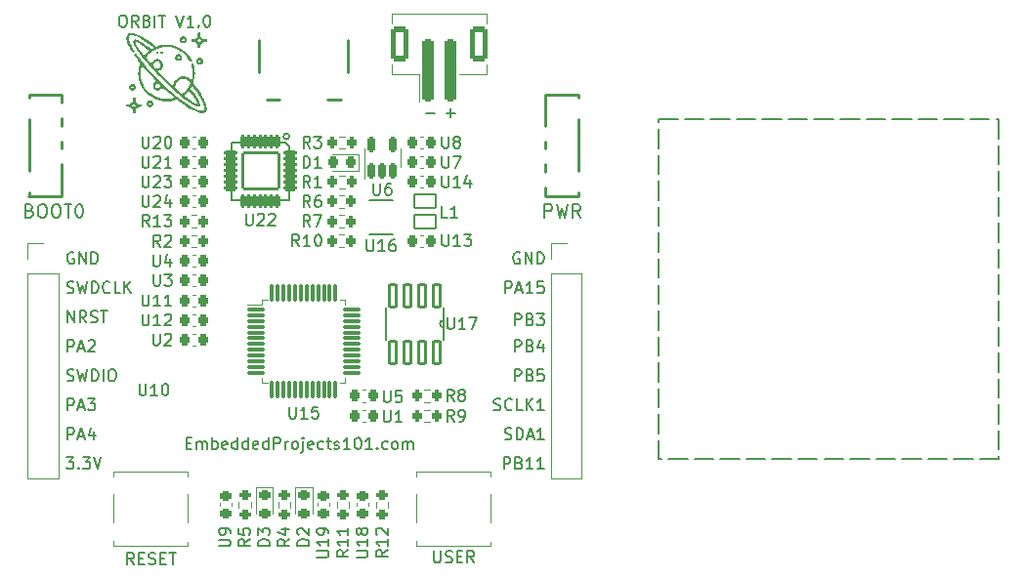
<source format=gbr>
%TF.GenerationSoftware,KiCad,Pcbnew,7.0.8*%
%TF.CreationDate,2023-11-13T16:42:22+01:00*%
%TF.ProjectId,ORBIT,4f524249-542e-46b6-9963-61645f706362,rev?*%
%TF.SameCoordinates,Original*%
%TF.FileFunction,Legend,Top*%
%TF.FilePolarity,Positive*%
%FSLAX46Y46*%
G04 Gerber Fmt 4.6, Leading zero omitted, Abs format (unit mm)*
G04 Created by KiCad (PCBNEW 7.0.8) date 2023-11-13 16:42:22*
%MOMM*%
%LPD*%
G01*
G04 APERTURE LIST*
G04 Aperture macros list*
%AMRoundRect*
0 Rectangle with rounded corners*
0 $1 Rounding radius*
0 $2 $3 $4 $5 $6 $7 $8 $9 X,Y pos of 4 corners*
0 Add a 4 corners polygon primitive as box body*
4,1,4,$2,$3,$4,$5,$6,$7,$8,$9,$2,$3,0*
0 Add four circle primitives for the rounded corners*
1,1,$1+$1,$2,$3*
1,1,$1+$1,$4,$5*
1,1,$1+$1,$6,$7*
1,1,$1+$1,$8,$9*
0 Add four rect primitives between the rounded corners*
20,1,$1+$1,$2,$3,$4,$5,0*
20,1,$1+$1,$4,$5,$6,$7,0*
20,1,$1+$1,$6,$7,$8,$9,0*
20,1,$1+$1,$8,$9,$2,$3,0*%
G04 Aperture macros list end*
%ADD10C,0.150000*%
%ADD11C,0.152000*%
%ADD12C,0.120000*%
%ADD13C,0.254000*%
%ADD14C,0.127000*%
%ADD15C,0.152400*%
%ADD16C,0.010000*%
%ADD17RoundRect,0.200000X0.200000X0.275000X-0.200000X0.275000X-0.200000X-0.275000X0.200000X-0.275000X0*%
%ADD18R,2.500000X0.900000*%
%ADD19C,1.400000*%
%ADD20RoundRect,0.225000X0.225000X0.250000X-0.225000X0.250000X-0.225000X-0.250000X0.225000X-0.250000X0*%
%ADD21RoundRect,0.225000X-0.250000X0.225000X-0.250000X-0.225000X0.250000X-0.225000X0.250000X0.225000X0*%
%ADD22RoundRect,0.225000X-0.225000X-0.250000X0.225000X-0.250000X0.225000X0.250000X-0.225000X0.250000X0*%
%ADD23R,2.800000X1.000000*%
%ADD24RoundRect,0.218750X-0.256250X0.218750X-0.256250X-0.218750X0.256250X-0.218750X0.256250X0.218750X0*%
%ADD25RoundRect,0.075000X-0.662500X-0.075000X0.662500X-0.075000X0.662500X0.075000X-0.662500X0.075000X0*%
%ADD26RoundRect,0.075000X-0.075000X-0.662500X0.075000X-0.662500X0.075000X0.662500X-0.075000X0.662500X0*%
%ADD27C,0.800000*%
%ADD28C,5.000000*%
%ADD29RoundRect,0.218750X0.218750X0.256250X-0.218750X0.256250X-0.218750X-0.256250X0.218750X-0.256250X0*%
%ADD30RoundRect,0.225000X0.250000X-0.225000X0.250000X0.225000X-0.250000X0.225000X-0.250000X-0.225000X0*%
%ADD31RoundRect,0.102000X-0.910000X0.600000X-0.910000X-0.600000X0.910000X-0.600000X0.910000X0.600000X0*%
%ADD32RoundRect,0.200000X-0.200000X-0.275000X0.200000X-0.275000X0.200000X0.275000X-0.200000X0.275000X0*%
%ADD33RoundRect,0.200000X0.275000X-0.200000X0.275000X0.200000X-0.275000X0.200000X-0.275000X-0.200000X0*%
%ADD34R,2.400000X2.000000*%
%ADD35RoundRect,0.200000X-0.275000X0.200000X-0.275000X-0.200000X0.275000X-0.200000X0.275000X0.200000X0*%
%ADD36RoundRect,0.150000X0.150000X-0.512500X0.150000X0.512500X-0.150000X0.512500X-0.150000X-0.512500X0*%
%ADD37C,0.900000*%
%ADD38R,0.500000X2.200000*%
%ADD39R,2.000000X2.200000*%
%ADD40C,0.700000*%
%ADD41C,4.400000*%
%ADD42R,1.700000X1.700000*%
%ADD43O,1.700000X1.700000*%
%ADD44RoundRect,0.102000X-0.279400X0.990600X-0.279400X-0.990600X0.279400X-0.990600X0.279400X0.990600X0*%
%ADD45RoundRect,0.250000X-0.250000X-2.500000X0.250000X-2.500000X0.250000X2.500000X-0.250000X2.500000X0*%
%ADD46RoundRect,0.250000X-0.550000X-1.250000X0.550000X-1.250000X0.550000X1.250000X-0.550000X1.250000X0*%
%ADD47RoundRect,0.102000X-0.127000X0.450000X-0.127000X-0.450000X0.127000X-0.450000X0.127000X0.450000X0*%
%ADD48RoundRect,0.102000X-0.450000X-0.127000X0.450000X-0.127000X0.450000X0.127000X-0.450000X0.127000X0*%
%ADD49RoundRect,0.102000X0.127000X-0.450000X0.127000X0.450000X-0.127000X0.450000X-0.127000X-0.450000X0*%
%ADD50RoundRect,0.102000X0.450000X0.127000X-0.450000X0.127000X-0.450000X-0.127000X0.450000X-0.127000X0*%
%ADD51RoundRect,0.102000X-1.550000X1.550000X-1.550000X-1.550000X1.550000X-1.550000X1.550000X1.550000X0*%
G04 APERTURE END LIST*
D10*
X179750000Y-80250000D02*
X181400000Y-80250000D01*
X182000000Y-80250000D02*
X183650000Y-80250000D01*
X184250000Y-80250000D02*
X185900000Y-80250000D01*
X186500000Y-80250000D02*
X188150000Y-80250000D01*
X188750000Y-80250000D02*
X190400000Y-80250000D01*
X191000000Y-80250000D02*
X192650000Y-80250000D01*
X193250000Y-80250000D02*
X194900000Y-80250000D01*
X195500000Y-80250000D02*
X197150000Y-80250000D01*
X197750000Y-80250000D02*
X199400000Y-80250000D01*
X200000000Y-80250000D02*
X201650000Y-80250000D01*
X202250000Y-80250000D02*
X203900000Y-80250000D01*
X204500000Y-80250000D02*
X206150000Y-80250000D01*
X206750000Y-80250000D02*
X208400000Y-80250000D01*
X209000000Y-80250000D02*
X209250000Y-80250000D01*
X209250000Y-80250000D02*
X209250000Y-81900000D01*
X209250000Y-82500000D02*
X209250000Y-84150000D01*
X209250000Y-84750000D02*
X209250000Y-86400000D01*
X209250000Y-87000000D02*
X209250000Y-88650000D01*
X209250000Y-89250000D02*
X209250000Y-90900000D01*
X209250000Y-91500000D02*
X209250000Y-93150000D01*
X209250000Y-93750000D02*
X209250000Y-95400000D01*
X209250000Y-96000000D02*
X209250000Y-97650000D01*
X209250000Y-98250000D02*
X209250000Y-99900000D01*
X209250000Y-100500000D02*
X209250000Y-102150000D01*
X209250000Y-102750000D02*
X209250000Y-104400000D01*
X209250000Y-105000000D02*
X209250000Y-106650000D01*
X209250000Y-107250000D02*
X209250000Y-108900000D01*
X209250000Y-109500000D02*
X209250000Y-109750000D01*
X209250000Y-109750000D02*
X207600000Y-109750000D01*
X207000000Y-109750000D02*
X205350000Y-109750000D01*
X204750000Y-109750000D02*
X203100000Y-109750000D01*
X202500000Y-109750000D02*
X200850000Y-109750000D01*
X200250000Y-109750000D02*
X198600000Y-109750000D01*
X198000000Y-109750000D02*
X196350000Y-109750000D01*
X195750000Y-109750000D02*
X194100000Y-109750000D01*
X193500000Y-109750000D02*
X191850000Y-109750000D01*
X191250000Y-109750000D02*
X189600000Y-109750000D01*
X189000000Y-109750000D02*
X187350000Y-109750000D01*
X186750000Y-109750000D02*
X185100000Y-109750000D01*
X184500000Y-109750000D02*
X182850000Y-109750000D01*
X182250000Y-109750000D02*
X180600000Y-109750000D01*
X180000000Y-109750000D02*
X179750000Y-109750000D01*
X179750000Y-109750000D02*
X179750000Y-108100000D01*
X179750000Y-107500000D02*
X179750000Y-105850000D01*
X179750000Y-105250000D02*
X179750000Y-103600000D01*
X179750000Y-103000000D02*
X179750000Y-101350000D01*
X179750000Y-100750000D02*
X179750000Y-99100000D01*
X179750000Y-98500000D02*
X179750000Y-96850000D01*
X179750000Y-96250000D02*
X179750000Y-94600000D01*
X179750000Y-94000000D02*
X179750000Y-92350000D01*
X179750000Y-91750000D02*
X179750000Y-90100000D01*
X179750000Y-89500000D02*
X179750000Y-87850000D01*
X179750000Y-87250000D02*
X179750000Y-85600000D01*
X179750000Y-85000000D02*
X179750000Y-83350000D01*
X179750000Y-82750000D02*
X179750000Y-81100000D01*
X179750000Y-80500000D02*
X179750000Y-80250000D01*
X165479636Y-105443950D02*
X165622493Y-105491569D01*
X165622493Y-105491569D02*
X165860588Y-105491569D01*
X165860588Y-105491569D02*
X165955826Y-105443950D01*
X165955826Y-105443950D02*
X166003445Y-105396330D01*
X166003445Y-105396330D02*
X166051064Y-105301092D01*
X166051064Y-105301092D02*
X166051064Y-105205854D01*
X166051064Y-105205854D02*
X166003445Y-105110616D01*
X166003445Y-105110616D02*
X165955826Y-105062997D01*
X165955826Y-105062997D02*
X165860588Y-105015378D01*
X165860588Y-105015378D02*
X165670112Y-104967759D01*
X165670112Y-104967759D02*
X165574874Y-104920140D01*
X165574874Y-104920140D02*
X165527255Y-104872521D01*
X165527255Y-104872521D02*
X165479636Y-104777283D01*
X165479636Y-104777283D02*
X165479636Y-104682045D01*
X165479636Y-104682045D02*
X165527255Y-104586807D01*
X165527255Y-104586807D02*
X165574874Y-104539188D01*
X165574874Y-104539188D02*
X165670112Y-104491569D01*
X165670112Y-104491569D02*
X165908207Y-104491569D01*
X165908207Y-104491569D02*
X166051064Y-104539188D01*
X167051064Y-105396330D02*
X167003445Y-105443950D01*
X167003445Y-105443950D02*
X166860588Y-105491569D01*
X166860588Y-105491569D02*
X166765350Y-105491569D01*
X166765350Y-105491569D02*
X166622493Y-105443950D01*
X166622493Y-105443950D02*
X166527255Y-105348711D01*
X166527255Y-105348711D02*
X166479636Y-105253473D01*
X166479636Y-105253473D02*
X166432017Y-105062997D01*
X166432017Y-105062997D02*
X166432017Y-104920140D01*
X166432017Y-104920140D02*
X166479636Y-104729664D01*
X166479636Y-104729664D02*
X166527255Y-104634426D01*
X166527255Y-104634426D02*
X166622493Y-104539188D01*
X166622493Y-104539188D02*
X166765350Y-104491569D01*
X166765350Y-104491569D02*
X166860588Y-104491569D01*
X166860588Y-104491569D02*
X167003445Y-104539188D01*
X167003445Y-104539188D02*
X167051064Y-104586807D01*
X167955826Y-105491569D02*
X167479636Y-105491569D01*
X167479636Y-105491569D02*
X167479636Y-104491569D01*
X168289160Y-105491569D02*
X168289160Y-104491569D01*
X168860588Y-105491569D02*
X168432017Y-104920140D01*
X168860588Y-104491569D02*
X168289160Y-105062997D01*
X169812969Y-105491569D02*
X169241541Y-105491569D01*
X169527255Y-105491569D02*
X169527255Y-104491569D01*
X169527255Y-104491569D02*
X169432017Y-104634426D01*
X169432017Y-104634426D02*
X169336779Y-104729664D01*
X169336779Y-104729664D02*
X169241541Y-104777283D01*
X166479636Y-95331569D02*
X166479636Y-94331569D01*
X166479636Y-94331569D02*
X166860588Y-94331569D01*
X166860588Y-94331569D02*
X166955826Y-94379188D01*
X166955826Y-94379188D02*
X167003445Y-94426807D01*
X167003445Y-94426807D02*
X167051064Y-94522045D01*
X167051064Y-94522045D02*
X167051064Y-94664902D01*
X167051064Y-94664902D02*
X167003445Y-94760140D01*
X167003445Y-94760140D02*
X166955826Y-94807759D01*
X166955826Y-94807759D02*
X166860588Y-94855378D01*
X166860588Y-94855378D02*
X166479636Y-94855378D01*
X167432017Y-95045854D02*
X167908207Y-95045854D01*
X167336779Y-95331569D02*
X167670112Y-94331569D01*
X167670112Y-94331569D02*
X168003445Y-95331569D01*
X168860588Y-95331569D02*
X168289160Y-95331569D01*
X168574874Y-95331569D02*
X168574874Y-94331569D01*
X168574874Y-94331569D02*
X168479636Y-94474426D01*
X168479636Y-94474426D02*
X168384398Y-94569664D01*
X168384398Y-94569664D02*
X168289160Y-94617283D01*
X169765350Y-94331569D02*
X169289160Y-94331569D01*
X169289160Y-94331569D02*
X169241541Y-94807759D01*
X169241541Y-94807759D02*
X169289160Y-94760140D01*
X169289160Y-94760140D02*
X169384398Y-94712521D01*
X169384398Y-94712521D02*
X169622493Y-94712521D01*
X169622493Y-94712521D02*
X169717731Y-94760140D01*
X169717731Y-94760140D02*
X169765350Y-94807759D01*
X169765350Y-94807759D02*
X169812969Y-94902997D01*
X169812969Y-94902997D02*
X169812969Y-95141092D01*
X169812969Y-95141092D02*
X169765350Y-95236330D01*
X169765350Y-95236330D02*
X169717731Y-95283950D01*
X169717731Y-95283950D02*
X169622493Y-95331569D01*
X169622493Y-95331569D02*
X169384398Y-95331569D01*
X169384398Y-95331569D02*
X169289160Y-95283950D01*
X169289160Y-95283950D02*
X169241541Y-95236330D01*
X128489160Y-102903950D02*
X128632017Y-102951569D01*
X128632017Y-102951569D02*
X128870112Y-102951569D01*
X128870112Y-102951569D02*
X128965350Y-102903950D01*
X128965350Y-102903950D02*
X129012969Y-102856330D01*
X129012969Y-102856330D02*
X129060588Y-102761092D01*
X129060588Y-102761092D02*
X129060588Y-102665854D01*
X129060588Y-102665854D02*
X129012969Y-102570616D01*
X129012969Y-102570616D02*
X128965350Y-102522997D01*
X128965350Y-102522997D02*
X128870112Y-102475378D01*
X128870112Y-102475378D02*
X128679636Y-102427759D01*
X128679636Y-102427759D02*
X128584398Y-102380140D01*
X128584398Y-102380140D02*
X128536779Y-102332521D01*
X128536779Y-102332521D02*
X128489160Y-102237283D01*
X128489160Y-102237283D02*
X128489160Y-102142045D01*
X128489160Y-102142045D02*
X128536779Y-102046807D01*
X128536779Y-102046807D02*
X128584398Y-101999188D01*
X128584398Y-101999188D02*
X128679636Y-101951569D01*
X128679636Y-101951569D02*
X128917731Y-101951569D01*
X128917731Y-101951569D02*
X129060588Y-101999188D01*
X129393922Y-101951569D02*
X129632017Y-102951569D01*
X129632017Y-102951569D02*
X129822493Y-102237283D01*
X129822493Y-102237283D02*
X130012969Y-102951569D01*
X130012969Y-102951569D02*
X130251065Y-101951569D01*
X130632017Y-102951569D02*
X130632017Y-101951569D01*
X130632017Y-101951569D02*
X130870112Y-101951569D01*
X130870112Y-101951569D02*
X131012969Y-101999188D01*
X131012969Y-101999188D02*
X131108207Y-102094426D01*
X131108207Y-102094426D02*
X131155826Y-102189664D01*
X131155826Y-102189664D02*
X131203445Y-102380140D01*
X131203445Y-102380140D02*
X131203445Y-102522997D01*
X131203445Y-102522997D02*
X131155826Y-102713473D01*
X131155826Y-102713473D02*
X131108207Y-102808711D01*
X131108207Y-102808711D02*
X131012969Y-102903950D01*
X131012969Y-102903950D02*
X130870112Y-102951569D01*
X130870112Y-102951569D02*
X130632017Y-102951569D01*
X131632017Y-102951569D02*
X131632017Y-101951569D01*
X132298683Y-101951569D02*
X132489159Y-101951569D01*
X132489159Y-101951569D02*
X132584397Y-101999188D01*
X132584397Y-101999188D02*
X132679635Y-102094426D01*
X132679635Y-102094426D02*
X132727254Y-102284902D01*
X132727254Y-102284902D02*
X132727254Y-102618235D01*
X132727254Y-102618235D02*
X132679635Y-102808711D01*
X132679635Y-102808711D02*
X132584397Y-102903950D01*
X132584397Y-102903950D02*
X132489159Y-102951569D01*
X132489159Y-102951569D02*
X132298683Y-102951569D01*
X132298683Y-102951569D02*
X132203445Y-102903950D01*
X132203445Y-102903950D02*
X132108207Y-102808711D01*
X132108207Y-102808711D02*
X132060588Y-102618235D01*
X132060588Y-102618235D02*
X132060588Y-102284902D01*
X132060588Y-102284902D02*
X132108207Y-102094426D01*
X132108207Y-102094426D02*
X132203445Y-101999188D01*
X132203445Y-101999188D02*
X132298683Y-101951569D01*
X167289160Y-100411569D02*
X167289160Y-99411569D01*
X167289160Y-99411569D02*
X167670112Y-99411569D01*
X167670112Y-99411569D02*
X167765350Y-99459188D01*
X167765350Y-99459188D02*
X167812969Y-99506807D01*
X167812969Y-99506807D02*
X167860588Y-99602045D01*
X167860588Y-99602045D02*
X167860588Y-99744902D01*
X167860588Y-99744902D02*
X167812969Y-99840140D01*
X167812969Y-99840140D02*
X167765350Y-99887759D01*
X167765350Y-99887759D02*
X167670112Y-99935378D01*
X167670112Y-99935378D02*
X167289160Y-99935378D01*
X168622493Y-99887759D02*
X168765350Y-99935378D01*
X168765350Y-99935378D02*
X168812969Y-99982997D01*
X168812969Y-99982997D02*
X168860588Y-100078235D01*
X168860588Y-100078235D02*
X168860588Y-100221092D01*
X168860588Y-100221092D02*
X168812969Y-100316330D01*
X168812969Y-100316330D02*
X168765350Y-100363950D01*
X168765350Y-100363950D02*
X168670112Y-100411569D01*
X168670112Y-100411569D02*
X168289160Y-100411569D01*
X168289160Y-100411569D02*
X168289160Y-99411569D01*
X168289160Y-99411569D02*
X168622493Y-99411569D01*
X168622493Y-99411569D02*
X168717731Y-99459188D01*
X168717731Y-99459188D02*
X168765350Y-99506807D01*
X168765350Y-99506807D02*
X168812969Y-99602045D01*
X168812969Y-99602045D02*
X168812969Y-99697283D01*
X168812969Y-99697283D02*
X168765350Y-99792521D01*
X168765350Y-99792521D02*
X168717731Y-99840140D01*
X168717731Y-99840140D02*
X168622493Y-99887759D01*
X168622493Y-99887759D02*
X168289160Y-99887759D01*
X169717731Y-99744902D02*
X169717731Y-100411569D01*
X169479636Y-99363950D02*
X169241541Y-100078235D01*
X169241541Y-100078235D02*
X169860588Y-100078235D01*
X167289160Y-102951569D02*
X167289160Y-101951569D01*
X167289160Y-101951569D02*
X167670112Y-101951569D01*
X167670112Y-101951569D02*
X167765350Y-101999188D01*
X167765350Y-101999188D02*
X167812969Y-102046807D01*
X167812969Y-102046807D02*
X167860588Y-102142045D01*
X167860588Y-102142045D02*
X167860588Y-102284902D01*
X167860588Y-102284902D02*
X167812969Y-102380140D01*
X167812969Y-102380140D02*
X167765350Y-102427759D01*
X167765350Y-102427759D02*
X167670112Y-102475378D01*
X167670112Y-102475378D02*
X167289160Y-102475378D01*
X168622493Y-102427759D02*
X168765350Y-102475378D01*
X168765350Y-102475378D02*
X168812969Y-102522997D01*
X168812969Y-102522997D02*
X168860588Y-102618235D01*
X168860588Y-102618235D02*
X168860588Y-102761092D01*
X168860588Y-102761092D02*
X168812969Y-102856330D01*
X168812969Y-102856330D02*
X168765350Y-102903950D01*
X168765350Y-102903950D02*
X168670112Y-102951569D01*
X168670112Y-102951569D02*
X168289160Y-102951569D01*
X168289160Y-102951569D02*
X168289160Y-101951569D01*
X168289160Y-101951569D02*
X168622493Y-101951569D01*
X168622493Y-101951569D02*
X168717731Y-101999188D01*
X168717731Y-101999188D02*
X168765350Y-102046807D01*
X168765350Y-102046807D02*
X168812969Y-102142045D01*
X168812969Y-102142045D02*
X168812969Y-102237283D01*
X168812969Y-102237283D02*
X168765350Y-102332521D01*
X168765350Y-102332521D02*
X168717731Y-102380140D01*
X168717731Y-102380140D02*
X168622493Y-102427759D01*
X168622493Y-102427759D02*
X168289160Y-102427759D01*
X169765350Y-101951569D02*
X169289160Y-101951569D01*
X169289160Y-101951569D02*
X169241541Y-102427759D01*
X169241541Y-102427759D02*
X169289160Y-102380140D01*
X169289160Y-102380140D02*
X169384398Y-102332521D01*
X169384398Y-102332521D02*
X169622493Y-102332521D01*
X169622493Y-102332521D02*
X169717731Y-102380140D01*
X169717731Y-102380140D02*
X169765350Y-102427759D01*
X169765350Y-102427759D02*
X169812969Y-102522997D01*
X169812969Y-102522997D02*
X169812969Y-102761092D01*
X169812969Y-102761092D02*
X169765350Y-102856330D01*
X169765350Y-102856330D02*
X169717731Y-102903950D01*
X169717731Y-102903950D02*
X169622493Y-102951569D01*
X169622493Y-102951569D02*
X169384398Y-102951569D01*
X169384398Y-102951569D02*
X169289160Y-102903950D01*
X169289160Y-102903950D02*
X169241541Y-102856330D01*
X128536779Y-100411569D02*
X128536779Y-99411569D01*
X128536779Y-99411569D02*
X128917731Y-99411569D01*
X128917731Y-99411569D02*
X129012969Y-99459188D01*
X129012969Y-99459188D02*
X129060588Y-99506807D01*
X129060588Y-99506807D02*
X129108207Y-99602045D01*
X129108207Y-99602045D02*
X129108207Y-99744902D01*
X129108207Y-99744902D02*
X129060588Y-99840140D01*
X129060588Y-99840140D02*
X129012969Y-99887759D01*
X129012969Y-99887759D02*
X128917731Y-99935378D01*
X128917731Y-99935378D02*
X128536779Y-99935378D01*
X129489160Y-100125854D02*
X129965350Y-100125854D01*
X129393922Y-100411569D02*
X129727255Y-99411569D01*
X129727255Y-99411569D02*
X130060588Y-100411569D01*
X130346303Y-99506807D02*
X130393922Y-99459188D01*
X130393922Y-99459188D02*
X130489160Y-99411569D01*
X130489160Y-99411569D02*
X130727255Y-99411569D01*
X130727255Y-99411569D02*
X130822493Y-99459188D01*
X130822493Y-99459188D02*
X130870112Y-99506807D01*
X130870112Y-99506807D02*
X130917731Y-99602045D01*
X130917731Y-99602045D02*
X130917731Y-99697283D01*
X130917731Y-99697283D02*
X130870112Y-99840140D01*
X130870112Y-99840140D02*
X130298684Y-100411569D01*
X130298684Y-100411569D02*
X130917731Y-100411569D01*
X128536779Y-108031569D02*
X128536779Y-107031569D01*
X128536779Y-107031569D02*
X128917731Y-107031569D01*
X128917731Y-107031569D02*
X129012969Y-107079188D01*
X129012969Y-107079188D02*
X129060588Y-107126807D01*
X129060588Y-107126807D02*
X129108207Y-107222045D01*
X129108207Y-107222045D02*
X129108207Y-107364902D01*
X129108207Y-107364902D02*
X129060588Y-107460140D01*
X129060588Y-107460140D02*
X129012969Y-107507759D01*
X129012969Y-107507759D02*
X128917731Y-107555378D01*
X128917731Y-107555378D02*
X128536779Y-107555378D01*
X129489160Y-107745854D02*
X129965350Y-107745854D01*
X129393922Y-108031569D02*
X129727255Y-107031569D01*
X129727255Y-107031569D02*
X130060588Y-108031569D01*
X130822493Y-107364902D02*
X130822493Y-108031569D01*
X130584398Y-106983950D02*
X130346303Y-107698235D01*
X130346303Y-107698235D02*
X130965350Y-107698235D01*
X129060588Y-91839188D02*
X128965350Y-91791569D01*
X128965350Y-91791569D02*
X128822493Y-91791569D01*
X128822493Y-91791569D02*
X128679636Y-91839188D01*
X128679636Y-91839188D02*
X128584398Y-91934426D01*
X128584398Y-91934426D02*
X128536779Y-92029664D01*
X128536779Y-92029664D02*
X128489160Y-92220140D01*
X128489160Y-92220140D02*
X128489160Y-92362997D01*
X128489160Y-92362997D02*
X128536779Y-92553473D01*
X128536779Y-92553473D02*
X128584398Y-92648711D01*
X128584398Y-92648711D02*
X128679636Y-92743950D01*
X128679636Y-92743950D02*
X128822493Y-92791569D01*
X128822493Y-92791569D02*
X128917731Y-92791569D01*
X128917731Y-92791569D02*
X129060588Y-92743950D01*
X129060588Y-92743950D02*
X129108207Y-92696330D01*
X129108207Y-92696330D02*
X129108207Y-92362997D01*
X129108207Y-92362997D02*
X128917731Y-92362997D01*
X129536779Y-92791569D02*
X129536779Y-91791569D01*
X129536779Y-91791569D02*
X130108207Y-92791569D01*
X130108207Y-92791569D02*
X130108207Y-91791569D01*
X130584398Y-92791569D02*
X130584398Y-91791569D01*
X130584398Y-91791569D02*
X130822493Y-91791569D01*
X130822493Y-91791569D02*
X130965350Y-91839188D01*
X130965350Y-91839188D02*
X131060588Y-91934426D01*
X131060588Y-91934426D02*
X131108207Y-92029664D01*
X131108207Y-92029664D02*
X131155826Y-92220140D01*
X131155826Y-92220140D02*
X131155826Y-92362997D01*
X131155826Y-92362997D02*
X131108207Y-92553473D01*
X131108207Y-92553473D02*
X131060588Y-92648711D01*
X131060588Y-92648711D02*
X130965350Y-92743950D01*
X130965350Y-92743950D02*
X130822493Y-92791569D01*
X130822493Y-92791569D02*
X130584398Y-92791569D01*
X128489160Y-95283950D02*
X128632017Y-95331569D01*
X128632017Y-95331569D02*
X128870112Y-95331569D01*
X128870112Y-95331569D02*
X128965350Y-95283950D01*
X128965350Y-95283950D02*
X129012969Y-95236330D01*
X129012969Y-95236330D02*
X129060588Y-95141092D01*
X129060588Y-95141092D02*
X129060588Y-95045854D01*
X129060588Y-95045854D02*
X129012969Y-94950616D01*
X129012969Y-94950616D02*
X128965350Y-94902997D01*
X128965350Y-94902997D02*
X128870112Y-94855378D01*
X128870112Y-94855378D02*
X128679636Y-94807759D01*
X128679636Y-94807759D02*
X128584398Y-94760140D01*
X128584398Y-94760140D02*
X128536779Y-94712521D01*
X128536779Y-94712521D02*
X128489160Y-94617283D01*
X128489160Y-94617283D02*
X128489160Y-94522045D01*
X128489160Y-94522045D02*
X128536779Y-94426807D01*
X128536779Y-94426807D02*
X128584398Y-94379188D01*
X128584398Y-94379188D02*
X128679636Y-94331569D01*
X128679636Y-94331569D02*
X128917731Y-94331569D01*
X128917731Y-94331569D02*
X129060588Y-94379188D01*
X129393922Y-94331569D02*
X129632017Y-95331569D01*
X129632017Y-95331569D02*
X129822493Y-94617283D01*
X129822493Y-94617283D02*
X130012969Y-95331569D01*
X130012969Y-95331569D02*
X130251065Y-94331569D01*
X130632017Y-95331569D02*
X130632017Y-94331569D01*
X130632017Y-94331569D02*
X130870112Y-94331569D01*
X130870112Y-94331569D02*
X131012969Y-94379188D01*
X131012969Y-94379188D02*
X131108207Y-94474426D01*
X131108207Y-94474426D02*
X131155826Y-94569664D01*
X131155826Y-94569664D02*
X131203445Y-94760140D01*
X131203445Y-94760140D02*
X131203445Y-94902997D01*
X131203445Y-94902997D02*
X131155826Y-95093473D01*
X131155826Y-95093473D02*
X131108207Y-95188711D01*
X131108207Y-95188711D02*
X131012969Y-95283950D01*
X131012969Y-95283950D02*
X130870112Y-95331569D01*
X130870112Y-95331569D02*
X130632017Y-95331569D01*
X132203445Y-95236330D02*
X132155826Y-95283950D01*
X132155826Y-95283950D02*
X132012969Y-95331569D01*
X132012969Y-95331569D02*
X131917731Y-95331569D01*
X131917731Y-95331569D02*
X131774874Y-95283950D01*
X131774874Y-95283950D02*
X131679636Y-95188711D01*
X131679636Y-95188711D02*
X131632017Y-95093473D01*
X131632017Y-95093473D02*
X131584398Y-94902997D01*
X131584398Y-94902997D02*
X131584398Y-94760140D01*
X131584398Y-94760140D02*
X131632017Y-94569664D01*
X131632017Y-94569664D02*
X131679636Y-94474426D01*
X131679636Y-94474426D02*
X131774874Y-94379188D01*
X131774874Y-94379188D02*
X131917731Y-94331569D01*
X131917731Y-94331569D02*
X132012969Y-94331569D01*
X132012969Y-94331569D02*
X132155826Y-94379188D01*
X132155826Y-94379188D02*
X132203445Y-94426807D01*
X133108207Y-95331569D02*
X132632017Y-95331569D01*
X132632017Y-95331569D02*
X132632017Y-94331569D01*
X133441541Y-95331569D02*
X133441541Y-94331569D01*
X134012969Y-95331569D02*
X133584398Y-94760140D01*
X134012969Y-94331569D02*
X133441541Y-94902997D01*
X133237255Y-71249819D02*
X133427731Y-71249819D01*
X133427731Y-71249819D02*
X133522969Y-71297438D01*
X133522969Y-71297438D02*
X133618207Y-71392676D01*
X133618207Y-71392676D02*
X133665826Y-71583152D01*
X133665826Y-71583152D02*
X133665826Y-71916485D01*
X133665826Y-71916485D02*
X133618207Y-72106961D01*
X133618207Y-72106961D02*
X133522969Y-72202200D01*
X133522969Y-72202200D02*
X133427731Y-72249819D01*
X133427731Y-72249819D02*
X133237255Y-72249819D01*
X133237255Y-72249819D02*
X133142017Y-72202200D01*
X133142017Y-72202200D02*
X133046779Y-72106961D01*
X133046779Y-72106961D02*
X132999160Y-71916485D01*
X132999160Y-71916485D02*
X132999160Y-71583152D01*
X132999160Y-71583152D02*
X133046779Y-71392676D01*
X133046779Y-71392676D02*
X133142017Y-71297438D01*
X133142017Y-71297438D02*
X133237255Y-71249819D01*
X134665826Y-72249819D02*
X134332493Y-71773628D01*
X134094398Y-72249819D02*
X134094398Y-71249819D01*
X134094398Y-71249819D02*
X134475350Y-71249819D01*
X134475350Y-71249819D02*
X134570588Y-71297438D01*
X134570588Y-71297438D02*
X134618207Y-71345057D01*
X134618207Y-71345057D02*
X134665826Y-71440295D01*
X134665826Y-71440295D02*
X134665826Y-71583152D01*
X134665826Y-71583152D02*
X134618207Y-71678390D01*
X134618207Y-71678390D02*
X134570588Y-71726009D01*
X134570588Y-71726009D02*
X134475350Y-71773628D01*
X134475350Y-71773628D02*
X134094398Y-71773628D01*
X135427731Y-71726009D02*
X135570588Y-71773628D01*
X135570588Y-71773628D02*
X135618207Y-71821247D01*
X135618207Y-71821247D02*
X135665826Y-71916485D01*
X135665826Y-71916485D02*
X135665826Y-72059342D01*
X135665826Y-72059342D02*
X135618207Y-72154580D01*
X135618207Y-72154580D02*
X135570588Y-72202200D01*
X135570588Y-72202200D02*
X135475350Y-72249819D01*
X135475350Y-72249819D02*
X135094398Y-72249819D01*
X135094398Y-72249819D02*
X135094398Y-71249819D01*
X135094398Y-71249819D02*
X135427731Y-71249819D01*
X135427731Y-71249819D02*
X135522969Y-71297438D01*
X135522969Y-71297438D02*
X135570588Y-71345057D01*
X135570588Y-71345057D02*
X135618207Y-71440295D01*
X135618207Y-71440295D02*
X135618207Y-71535533D01*
X135618207Y-71535533D02*
X135570588Y-71630771D01*
X135570588Y-71630771D02*
X135522969Y-71678390D01*
X135522969Y-71678390D02*
X135427731Y-71726009D01*
X135427731Y-71726009D02*
X135094398Y-71726009D01*
X136094398Y-72249819D02*
X136094398Y-71249819D01*
X136427731Y-71249819D02*
X136999159Y-71249819D01*
X136713445Y-72249819D02*
X136713445Y-71249819D01*
X137951541Y-71249819D02*
X138284874Y-72249819D01*
X138284874Y-72249819D02*
X138618207Y-71249819D01*
X139475350Y-72249819D02*
X138903922Y-72249819D01*
X139189636Y-72249819D02*
X139189636Y-71249819D01*
X139189636Y-71249819D02*
X139094398Y-71392676D01*
X139094398Y-71392676D02*
X138999160Y-71487914D01*
X138999160Y-71487914D02*
X138903922Y-71535533D01*
X139903922Y-72154580D02*
X139951541Y-72202200D01*
X139951541Y-72202200D02*
X139903922Y-72249819D01*
X139903922Y-72249819D02*
X139856303Y-72202200D01*
X139856303Y-72202200D02*
X139903922Y-72154580D01*
X139903922Y-72154580D02*
X139903922Y-72249819D01*
X140570588Y-71249819D02*
X140665826Y-71249819D01*
X140665826Y-71249819D02*
X140761064Y-71297438D01*
X140761064Y-71297438D02*
X140808683Y-71345057D01*
X140808683Y-71345057D02*
X140856302Y-71440295D01*
X140856302Y-71440295D02*
X140903921Y-71630771D01*
X140903921Y-71630771D02*
X140903921Y-71868866D01*
X140903921Y-71868866D02*
X140856302Y-72059342D01*
X140856302Y-72059342D02*
X140808683Y-72154580D01*
X140808683Y-72154580D02*
X140761064Y-72202200D01*
X140761064Y-72202200D02*
X140665826Y-72249819D01*
X140665826Y-72249819D02*
X140570588Y-72249819D01*
X140570588Y-72249819D02*
X140475350Y-72202200D01*
X140475350Y-72202200D02*
X140427731Y-72154580D01*
X140427731Y-72154580D02*
X140380112Y-72059342D01*
X140380112Y-72059342D02*
X140332493Y-71868866D01*
X140332493Y-71868866D02*
X140332493Y-71630771D01*
X140332493Y-71630771D02*
X140380112Y-71440295D01*
X140380112Y-71440295D02*
X140427731Y-71345057D01*
X140427731Y-71345057D02*
X140475350Y-71297438D01*
X140475350Y-71297438D02*
X140570588Y-71249819D01*
X128441541Y-109571569D02*
X129060588Y-109571569D01*
X129060588Y-109571569D02*
X128727255Y-109952521D01*
X128727255Y-109952521D02*
X128870112Y-109952521D01*
X128870112Y-109952521D02*
X128965350Y-110000140D01*
X128965350Y-110000140D02*
X129012969Y-110047759D01*
X129012969Y-110047759D02*
X129060588Y-110142997D01*
X129060588Y-110142997D02*
X129060588Y-110381092D01*
X129060588Y-110381092D02*
X129012969Y-110476330D01*
X129012969Y-110476330D02*
X128965350Y-110523950D01*
X128965350Y-110523950D02*
X128870112Y-110571569D01*
X128870112Y-110571569D02*
X128584398Y-110571569D01*
X128584398Y-110571569D02*
X128489160Y-110523950D01*
X128489160Y-110523950D02*
X128441541Y-110476330D01*
X129489160Y-110476330D02*
X129536779Y-110523950D01*
X129536779Y-110523950D02*
X129489160Y-110571569D01*
X129489160Y-110571569D02*
X129441541Y-110523950D01*
X129441541Y-110523950D02*
X129489160Y-110476330D01*
X129489160Y-110476330D02*
X129489160Y-110571569D01*
X129870112Y-109571569D02*
X130489159Y-109571569D01*
X130489159Y-109571569D02*
X130155826Y-109952521D01*
X130155826Y-109952521D02*
X130298683Y-109952521D01*
X130298683Y-109952521D02*
X130393921Y-110000140D01*
X130393921Y-110000140D02*
X130441540Y-110047759D01*
X130441540Y-110047759D02*
X130489159Y-110142997D01*
X130489159Y-110142997D02*
X130489159Y-110381092D01*
X130489159Y-110381092D02*
X130441540Y-110476330D01*
X130441540Y-110476330D02*
X130393921Y-110523950D01*
X130393921Y-110523950D02*
X130298683Y-110571569D01*
X130298683Y-110571569D02*
X130012969Y-110571569D01*
X130012969Y-110571569D02*
X129917731Y-110523950D01*
X129917731Y-110523950D02*
X129870112Y-110476330D01*
X130774874Y-109571569D02*
X131108207Y-110571569D01*
X131108207Y-110571569D02*
X131441540Y-109571569D01*
X138836779Y-108346009D02*
X139170112Y-108346009D01*
X139312969Y-108869819D02*
X138836779Y-108869819D01*
X138836779Y-108869819D02*
X138836779Y-107869819D01*
X138836779Y-107869819D02*
X139312969Y-107869819D01*
X139741541Y-108869819D02*
X139741541Y-108203152D01*
X139741541Y-108298390D02*
X139789160Y-108250771D01*
X139789160Y-108250771D02*
X139884398Y-108203152D01*
X139884398Y-108203152D02*
X140027255Y-108203152D01*
X140027255Y-108203152D02*
X140122493Y-108250771D01*
X140122493Y-108250771D02*
X140170112Y-108346009D01*
X140170112Y-108346009D02*
X140170112Y-108869819D01*
X140170112Y-108346009D02*
X140217731Y-108250771D01*
X140217731Y-108250771D02*
X140312969Y-108203152D01*
X140312969Y-108203152D02*
X140455826Y-108203152D01*
X140455826Y-108203152D02*
X140551065Y-108250771D01*
X140551065Y-108250771D02*
X140598684Y-108346009D01*
X140598684Y-108346009D02*
X140598684Y-108869819D01*
X141074874Y-108869819D02*
X141074874Y-107869819D01*
X141074874Y-108250771D02*
X141170112Y-108203152D01*
X141170112Y-108203152D02*
X141360588Y-108203152D01*
X141360588Y-108203152D02*
X141455826Y-108250771D01*
X141455826Y-108250771D02*
X141503445Y-108298390D01*
X141503445Y-108298390D02*
X141551064Y-108393628D01*
X141551064Y-108393628D02*
X141551064Y-108679342D01*
X141551064Y-108679342D02*
X141503445Y-108774580D01*
X141503445Y-108774580D02*
X141455826Y-108822200D01*
X141455826Y-108822200D02*
X141360588Y-108869819D01*
X141360588Y-108869819D02*
X141170112Y-108869819D01*
X141170112Y-108869819D02*
X141074874Y-108822200D01*
X142360588Y-108822200D02*
X142265350Y-108869819D01*
X142265350Y-108869819D02*
X142074874Y-108869819D01*
X142074874Y-108869819D02*
X141979636Y-108822200D01*
X141979636Y-108822200D02*
X141932017Y-108726961D01*
X141932017Y-108726961D02*
X141932017Y-108346009D01*
X141932017Y-108346009D02*
X141979636Y-108250771D01*
X141979636Y-108250771D02*
X142074874Y-108203152D01*
X142074874Y-108203152D02*
X142265350Y-108203152D01*
X142265350Y-108203152D02*
X142360588Y-108250771D01*
X142360588Y-108250771D02*
X142408207Y-108346009D01*
X142408207Y-108346009D02*
X142408207Y-108441247D01*
X142408207Y-108441247D02*
X141932017Y-108536485D01*
X143265350Y-108869819D02*
X143265350Y-107869819D01*
X143265350Y-108822200D02*
X143170112Y-108869819D01*
X143170112Y-108869819D02*
X142979636Y-108869819D01*
X142979636Y-108869819D02*
X142884398Y-108822200D01*
X142884398Y-108822200D02*
X142836779Y-108774580D01*
X142836779Y-108774580D02*
X142789160Y-108679342D01*
X142789160Y-108679342D02*
X142789160Y-108393628D01*
X142789160Y-108393628D02*
X142836779Y-108298390D01*
X142836779Y-108298390D02*
X142884398Y-108250771D01*
X142884398Y-108250771D02*
X142979636Y-108203152D01*
X142979636Y-108203152D02*
X143170112Y-108203152D01*
X143170112Y-108203152D02*
X143265350Y-108250771D01*
X144170112Y-108869819D02*
X144170112Y-107869819D01*
X144170112Y-108822200D02*
X144074874Y-108869819D01*
X144074874Y-108869819D02*
X143884398Y-108869819D01*
X143884398Y-108869819D02*
X143789160Y-108822200D01*
X143789160Y-108822200D02*
X143741541Y-108774580D01*
X143741541Y-108774580D02*
X143693922Y-108679342D01*
X143693922Y-108679342D02*
X143693922Y-108393628D01*
X143693922Y-108393628D02*
X143741541Y-108298390D01*
X143741541Y-108298390D02*
X143789160Y-108250771D01*
X143789160Y-108250771D02*
X143884398Y-108203152D01*
X143884398Y-108203152D02*
X144074874Y-108203152D01*
X144074874Y-108203152D02*
X144170112Y-108250771D01*
X145027255Y-108822200D02*
X144932017Y-108869819D01*
X144932017Y-108869819D02*
X144741541Y-108869819D01*
X144741541Y-108869819D02*
X144646303Y-108822200D01*
X144646303Y-108822200D02*
X144598684Y-108726961D01*
X144598684Y-108726961D02*
X144598684Y-108346009D01*
X144598684Y-108346009D02*
X144646303Y-108250771D01*
X144646303Y-108250771D02*
X144741541Y-108203152D01*
X144741541Y-108203152D02*
X144932017Y-108203152D01*
X144932017Y-108203152D02*
X145027255Y-108250771D01*
X145027255Y-108250771D02*
X145074874Y-108346009D01*
X145074874Y-108346009D02*
X145074874Y-108441247D01*
X145074874Y-108441247D02*
X144598684Y-108536485D01*
X145932017Y-108869819D02*
X145932017Y-107869819D01*
X145932017Y-108822200D02*
X145836779Y-108869819D01*
X145836779Y-108869819D02*
X145646303Y-108869819D01*
X145646303Y-108869819D02*
X145551065Y-108822200D01*
X145551065Y-108822200D02*
X145503446Y-108774580D01*
X145503446Y-108774580D02*
X145455827Y-108679342D01*
X145455827Y-108679342D02*
X145455827Y-108393628D01*
X145455827Y-108393628D02*
X145503446Y-108298390D01*
X145503446Y-108298390D02*
X145551065Y-108250771D01*
X145551065Y-108250771D02*
X145646303Y-108203152D01*
X145646303Y-108203152D02*
X145836779Y-108203152D01*
X145836779Y-108203152D02*
X145932017Y-108250771D01*
X146408208Y-108869819D02*
X146408208Y-107869819D01*
X146408208Y-107869819D02*
X146789160Y-107869819D01*
X146789160Y-107869819D02*
X146884398Y-107917438D01*
X146884398Y-107917438D02*
X146932017Y-107965057D01*
X146932017Y-107965057D02*
X146979636Y-108060295D01*
X146979636Y-108060295D02*
X146979636Y-108203152D01*
X146979636Y-108203152D02*
X146932017Y-108298390D01*
X146932017Y-108298390D02*
X146884398Y-108346009D01*
X146884398Y-108346009D02*
X146789160Y-108393628D01*
X146789160Y-108393628D02*
X146408208Y-108393628D01*
X147408208Y-108869819D02*
X147408208Y-108203152D01*
X147408208Y-108393628D02*
X147455827Y-108298390D01*
X147455827Y-108298390D02*
X147503446Y-108250771D01*
X147503446Y-108250771D02*
X147598684Y-108203152D01*
X147598684Y-108203152D02*
X147693922Y-108203152D01*
X148170113Y-108869819D02*
X148074875Y-108822200D01*
X148074875Y-108822200D02*
X148027256Y-108774580D01*
X148027256Y-108774580D02*
X147979637Y-108679342D01*
X147979637Y-108679342D02*
X147979637Y-108393628D01*
X147979637Y-108393628D02*
X148027256Y-108298390D01*
X148027256Y-108298390D02*
X148074875Y-108250771D01*
X148074875Y-108250771D02*
X148170113Y-108203152D01*
X148170113Y-108203152D02*
X148312970Y-108203152D01*
X148312970Y-108203152D02*
X148408208Y-108250771D01*
X148408208Y-108250771D02*
X148455827Y-108298390D01*
X148455827Y-108298390D02*
X148503446Y-108393628D01*
X148503446Y-108393628D02*
X148503446Y-108679342D01*
X148503446Y-108679342D02*
X148455827Y-108774580D01*
X148455827Y-108774580D02*
X148408208Y-108822200D01*
X148408208Y-108822200D02*
X148312970Y-108869819D01*
X148312970Y-108869819D02*
X148170113Y-108869819D01*
X148932018Y-108203152D02*
X148932018Y-109060295D01*
X148932018Y-109060295D02*
X148884399Y-109155533D01*
X148884399Y-109155533D02*
X148789161Y-109203152D01*
X148789161Y-109203152D02*
X148741542Y-109203152D01*
X148932018Y-107869819D02*
X148884399Y-107917438D01*
X148884399Y-107917438D02*
X148932018Y-107965057D01*
X148932018Y-107965057D02*
X148979637Y-107917438D01*
X148979637Y-107917438D02*
X148932018Y-107869819D01*
X148932018Y-107869819D02*
X148932018Y-107965057D01*
X149789160Y-108822200D02*
X149693922Y-108869819D01*
X149693922Y-108869819D02*
X149503446Y-108869819D01*
X149503446Y-108869819D02*
X149408208Y-108822200D01*
X149408208Y-108822200D02*
X149360589Y-108726961D01*
X149360589Y-108726961D02*
X149360589Y-108346009D01*
X149360589Y-108346009D02*
X149408208Y-108250771D01*
X149408208Y-108250771D02*
X149503446Y-108203152D01*
X149503446Y-108203152D02*
X149693922Y-108203152D01*
X149693922Y-108203152D02*
X149789160Y-108250771D01*
X149789160Y-108250771D02*
X149836779Y-108346009D01*
X149836779Y-108346009D02*
X149836779Y-108441247D01*
X149836779Y-108441247D02*
X149360589Y-108536485D01*
X150693922Y-108822200D02*
X150598684Y-108869819D01*
X150598684Y-108869819D02*
X150408208Y-108869819D01*
X150408208Y-108869819D02*
X150312970Y-108822200D01*
X150312970Y-108822200D02*
X150265351Y-108774580D01*
X150265351Y-108774580D02*
X150217732Y-108679342D01*
X150217732Y-108679342D02*
X150217732Y-108393628D01*
X150217732Y-108393628D02*
X150265351Y-108298390D01*
X150265351Y-108298390D02*
X150312970Y-108250771D01*
X150312970Y-108250771D02*
X150408208Y-108203152D01*
X150408208Y-108203152D02*
X150598684Y-108203152D01*
X150598684Y-108203152D02*
X150693922Y-108250771D01*
X150979637Y-108203152D02*
X151360589Y-108203152D01*
X151122494Y-107869819D02*
X151122494Y-108726961D01*
X151122494Y-108726961D02*
X151170113Y-108822200D01*
X151170113Y-108822200D02*
X151265351Y-108869819D01*
X151265351Y-108869819D02*
X151360589Y-108869819D01*
X151646304Y-108822200D02*
X151741542Y-108869819D01*
X151741542Y-108869819D02*
X151932018Y-108869819D01*
X151932018Y-108869819D02*
X152027256Y-108822200D01*
X152027256Y-108822200D02*
X152074875Y-108726961D01*
X152074875Y-108726961D02*
X152074875Y-108679342D01*
X152074875Y-108679342D02*
X152027256Y-108584104D01*
X152027256Y-108584104D02*
X151932018Y-108536485D01*
X151932018Y-108536485D02*
X151789161Y-108536485D01*
X151789161Y-108536485D02*
X151693923Y-108488866D01*
X151693923Y-108488866D02*
X151646304Y-108393628D01*
X151646304Y-108393628D02*
X151646304Y-108346009D01*
X151646304Y-108346009D02*
X151693923Y-108250771D01*
X151693923Y-108250771D02*
X151789161Y-108203152D01*
X151789161Y-108203152D02*
X151932018Y-108203152D01*
X151932018Y-108203152D02*
X152027256Y-108250771D01*
X153027256Y-108869819D02*
X152455828Y-108869819D01*
X152741542Y-108869819D02*
X152741542Y-107869819D01*
X152741542Y-107869819D02*
X152646304Y-108012676D01*
X152646304Y-108012676D02*
X152551066Y-108107914D01*
X152551066Y-108107914D02*
X152455828Y-108155533D01*
X153646304Y-107869819D02*
X153741542Y-107869819D01*
X153741542Y-107869819D02*
X153836780Y-107917438D01*
X153836780Y-107917438D02*
X153884399Y-107965057D01*
X153884399Y-107965057D02*
X153932018Y-108060295D01*
X153932018Y-108060295D02*
X153979637Y-108250771D01*
X153979637Y-108250771D02*
X153979637Y-108488866D01*
X153979637Y-108488866D02*
X153932018Y-108679342D01*
X153932018Y-108679342D02*
X153884399Y-108774580D01*
X153884399Y-108774580D02*
X153836780Y-108822200D01*
X153836780Y-108822200D02*
X153741542Y-108869819D01*
X153741542Y-108869819D02*
X153646304Y-108869819D01*
X153646304Y-108869819D02*
X153551066Y-108822200D01*
X153551066Y-108822200D02*
X153503447Y-108774580D01*
X153503447Y-108774580D02*
X153455828Y-108679342D01*
X153455828Y-108679342D02*
X153408209Y-108488866D01*
X153408209Y-108488866D02*
X153408209Y-108250771D01*
X153408209Y-108250771D02*
X153455828Y-108060295D01*
X153455828Y-108060295D02*
X153503447Y-107965057D01*
X153503447Y-107965057D02*
X153551066Y-107917438D01*
X153551066Y-107917438D02*
X153646304Y-107869819D01*
X154932018Y-108869819D02*
X154360590Y-108869819D01*
X154646304Y-108869819D02*
X154646304Y-107869819D01*
X154646304Y-107869819D02*
X154551066Y-108012676D01*
X154551066Y-108012676D02*
X154455828Y-108107914D01*
X154455828Y-108107914D02*
X154360590Y-108155533D01*
X155360590Y-108774580D02*
X155408209Y-108822200D01*
X155408209Y-108822200D02*
X155360590Y-108869819D01*
X155360590Y-108869819D02*
X155312971Y-108822200D01*
X155312971Y-108822200D02*
X155360590Y-108774580D01*
X155360590Y-108774580D02*
X155360590Y-108869819D01*
X156265351Y-108822200D02*
X156170113Y-108869819D01*
X156170113Y-108869819D02*
X155979637Y-108869819D01*
X155979637Y-108869819D02*
X155884399Y-108822200D01*
X155884399Y-108822200D02*
X155836780Y-108774580D01*
X155836780Y-108774580D02*
X155789161Y-108679342D01*
X155789161Y-108679342D02*
X155789161Y-108393628D01*
X155789161Y-108393628D02*
X155836780Y-108298390D01*
X155836780Y-108298390D02*
X155884399Y-108250771D01*
X155884399Y-108250771D02*
X155979637Y-108203152D01*
X155979637Y-108203152D02*
X156170113Y-108203152D01*
X156170113Y-108203152D02*
X156265351Y-108250771D01*
X156836780Y-108869819D02*
X156741542Y-108822200D01*
X156741542Y-108822200D02*
X156693923Y-108774580D01*
X156693923Y-108774580D02*
X156646304Y-108679342D01*
X156646304Y-108679342D02*
X156646304Y-108393628D01*
X156646304Y-108393628D02*
X156693923Y-108298390D01*
X156693923Y-108298390D02*
X156741542Y-108250771D01*
X156741542Y-108250771D02*
X156836780Y-108203152D01*
X156836780Y-108203152D02*
X156979637Y-108203152D01*
X156979637Y-108203152D02*
X157074875Y-108250771D01*
X157074875Y-108250771D02*
X157122494Y-108298390D01*
X157122494Y-108298390D02*
X157170113Y-108393628D01*
X157170113Y-108393628D02*
X157170113Y-108679342D01*
X157170113Y-108679342D02*
X157122494Y-108774580D01*
X157122494Y-108774580D02*
X157074875Y-108822200D01*
X157074875Y-108822200D02*
X156979637Y-108869819D01*
X156979637Y-108869819D02*
X156836780Y-108869819D01*
X157598685Y-108869819D02*
X157598685Y-108203152D01*
X157598685Y-108298390D02*
X157646304Y-108250771D01*
X157646304Y-108250771D02*
X157741542Y-108203152D01*
X157741542Y-108203152D02*
X157884399Y-108203152D01*
X157884399Y-108203152D02*
X157979637Y-108250771D01*
X157979637Y-108250771D02*
X158027256Y-108346009D01*
X158027256Y-108346009D02*
X158027256Y-108869819D01*
X158027256Y-108346009D02*
X158074875Y-108250771D01*
X158074875Y-108250771D02*
X158170113Y-108203152D01*
X158170113Y-108203152D02*
X158312970Y-108203152D01*
X158312970Y-108203152D02*
X158408209Y-108250771D01*
X158408209Y-108250771D02*
X158455828Y-108346009D01*
X158455828Y-108346009D02*
X158455828Y-108869819D01*
X159586779Y-79738866D02*
X160348684Y-79738866D01*
X128536779Y-97871569D02*
X128536779Y-96871569D01*
X128536779Y-96871569D02*
X129108207Y-97871569D01*
X129108207Y-97871569D02*
X129108207Y-96871569D01*
X130155826Y-97871569D02*
X129822493Y-97395378D01*
X129584398Y-97871569D02*
X129584398Y-96871569D01*
X129584398Y-96871569D02*
X129965350Y-96871569D01*
X129965350Y-96871569D02*
X130060588Y-96919188D01*
X130060588Y-96919188D02*
X130108207Y-96966807D01*
X130108207Y-96966807D02*
X130155826Y-97062045D01*
X130155826Y-97062045D02*
X130155826Y-97204902D01*
X130155826Y-97204902D02*
X130108207Y-97300140D01*
X130108207Y-97300140D02*
X130060588Y-97347759D01*
X130060588Y-97347759D02*
X129965350Y-97395378D01*
X129965350Y-97395378D02*
X129584398Y-97395378D01*
X130536779Y-97823950D02*
X130679636Y-97871569D01*
X130679636Y-97871569D02*
X130917731Y-97871569D01*
X130917731Y-97871569D02*
X131012969Y-97823950D01*
X131012969Y-97823950D02*
X131060588Y-97776330D01*
X131060588Y-97776330D02*
X131108207Y-97681092D01*
X131108207Y-97681092D02*
X131108207Y-97585854D01*
X131108207Y-97585854D02*
X131060588Y-97490616D01*
X131060588Y-97490616D02*
X131012969Y-97442997D01*
X131012969Y-97442997D02*
X130917731Y-97395378D01*
X130917731Y-97395378D02*
X130727255Y-97347759D01*
X130727255Y-97347759D02*
X130632017Y-97300140D01*
X130632017Y-97300140D02*
X130584398Y-97252521D01*
X130584398Y-97252521D02*
X130536779Y-97157283D01*
X130536779Y-97157283D02*
X130536779Y-97062045D01*
X130536779Y-97062045D02*
X130584398Y-96966807D01*
X130584398Y-96966807D02*
X130632017Y-96919188D01*
X130632017Y-96919188D02*
X130727255Y-96871569D01*
X130727255Y-96871569D02*
X130965350Y-96871569D01*
X130965350Y-96871569D02*
X131108207Y-96919188D01*
X131393922Y-96871569D02*
X131965350Y-96871569D01*
X131679636Y-97871569D02*
X131679636Y-96871569D01*
X166336779Y-110571569D02*
X166336779Y-109571569D01*
X166336779Y-109571569D02*
X166717731Y-109571569D01*
X166717731Y-109571569D02*
X166812969Y-109619188D01*
X166812969Y-109619188D02*
X166860588Y-109666807D01*
X166860588Y-109666807D02*
X166908207Y-109762045D01*
X166908207Y-109762045D02*
X166908207Y-109904902D01*
X166908207Y-109904902D02*
X166860588Y-110000140D01*
X166860588Y-110000140D02*
X166812969Y-110047759D01*
X166812969Y-110047759D02*
X166717731Y-110095378D01*
X166717731Y-110095378D02*
X166336779Y-110095378D01*
X167670112Y-110047759D02*
X167812969Y-110095378D01*
X167812969Y-110095378D02*
X167860588Y-110142997D01*
X167860588Y-110142997D02*
X167908207Y-110238235D01*
X167908207Y-110238235D02*
X167908207Y-110381092D01*
X167908207Y-110381092D02*
X167860588Y-110476330D01*
X167860588Y-110476330D02*
X167812969Y-110523950D01*
X167812969Y-110523950D02*
X167717731Y-110571569D01*
X167717731Y-110571569D02*
X167336779Y-110571569D01*
X167336779Y-110571569D02*
X167336779Y-109571569D01*
X167336779Y-109571569D02*
X167670112Y-109571569D01*
X167670112Y-109571569D02*
X167765350Y-109619188D01*
X167765350Y-109619188D02*
X167812969Y-109666807D01*
X167812969Y-109666807D02*
X167860588Y-109762045D01*
X167860588Y-109762045D02*
X167860588Y-109857283D01*
X167860588Y-109857283D02*
X167812969Y-109952521D01*
X167812969Y-109952521D02*
X167765350Y-110000140D01*
X167765350Y-110000140D02*
X167670112Y-110047759D01*
X167670112Y-110047759D02*
X167336779Y-110047759D01*
X168860588Y-110571569D02*
X168289160Y-110571569D01*
X168574874Y-110571569D02*
X168574874Y-109571569D01*
X168574874Y-109571569D02*
X168479636Y-109714426D01*
X168479636Y-109714426D02*
X168384398Y-109809664D01*
X168384398Y-109809664D02*
X168289160Y-109857283D01*
X169812969Y-110571569D02*
X169241541Y-110571569D01*
X169527255Y-110571569D02*
X169527255Y-109571569D01*
X169527255Y-109571569D02*
X169432017Y-109714426D01*
X169432017Y-109714426D02*
X169336779Y-109809664D01*
X169336779Y-109809664D02*
X169241541Y-109857283D01*
X128536779Y-105491569D02*
X128536779Y-104491569D01*
X128536779Y-104491569D02*
X128917731Y-104491569D01*
X128917731Y-104491569D02*
X129012969Y-104539188D01*
X129012969Y-104539188D02*
X129060588Y-104586807D01*
X129060588Y-104586807D02*
X129108207Y-104682045D01*
X129108207Y-104682045D02*
X129108207Y-104824902D01*
X129108207Y-104824902D02*
X129060588Y-104920140D01*
X129060588Y-104920140D02*
X129012969Y-104967759D01*
X129012969Y-104967759D02*
X128917731Y-105015378D01*
X128917731Y-105015378D02*
X128536779Y-105015378D01*
X129489160Y-105205854D02*
X129965350Y-105205854D01*
X129393922Y-105491569D02*
X129727255Y-104491569D01*
X129727255Y-104491569D02*
X130060588Y-105491569D01*
X130298684Y-104491569D02*
X130917731Y-104491569D01*
X130917731Y-104491569D02*
X130584398Y-104872521D01*
X130584398Y-104872521D02*
X130727255Y-104872521D01*
X130727255Y-104872521D02*
X130822493Y-104920140D01*
X130822493Y-104920140D02*
X130870112Y-104967759D01*
X130870112Y-104967759D02*
X130917731Y-105062997D01*
X130917731Y-105062997D02*
X130917731Y-105301092D01*
X130917731Y-105301092D02*
X130870112Y-105396330D01*
X130870112Y-105396330D02*
X130822493Y-105443950D01*
X130822493Y-105443950D02*
X130727255Y-105491569D01*
X130727255Y-105491569D02*
X130441541Y-105491569D01*
X130441541Y-105491569D02*
X130346303Y-105443950D01*
X130346303Y-105443950D02*
X130298684Y-105396330D01*
X166432017Y-107983950D02*
X166574874Y-108031569D01*
X166574874Y-108031569D02*
X166812969Y-108031569D01*
X166812969Y-108031569D02*
X166908207Y-107983950D01*
X166908207Y-107983950D02*
X166955826Y-107936330D01*
X166955826Y-107936330D02*
X167003445Y-107841092D01*
X167003445Y-107841092D02*
X167003445Y-107745854D01*
X167003445Y-107745854D02*
X166955826Y-107650616D01*
X166955826Y-107650616D02*
X166908207Y-107602997D01*
X166908207Y-107602997D02*
X166812969Y-107555378D01*
X166812969Y-107555378D02*
X166622493Y-107507759D01*
X166622493Y-107507759D02*
X166527255Y-107460140D01*
X166527255Y-107460140D02*
X166479636Y-107412521D01*
X166479636Y-107412521D02*
X166432017Y-107317283D01*
X166432017Y-107317283D02*
X166432017Y-107222045D01*
X166432017Y-107222045D02*
X166479636Y-107126807D01*
X166479636Y-107126807D02*
X166527255Y-107079188D01*
X166527255Y-107079188D02*
X166622493Y-107031569D01*
X166622493Y-107031569D02*
X166860588Y-107031569D01*
X166860588Y-107031569D02*
X167003445Y-107079188D01*
X167432017Y-108031569D02*
X167432017Y-107031569D01*
X167432017Y-107031569D02*
X167670112Y-107031569D01*
X167670112Y-107031569D02*
X167812969Y-107079188D01*
X167812969Y-107079188D02*
X167908207Y-107174426D01*
X167908207Y-107174426D02*
X167955826Y-107269664D01*
X167955826Y-107269664D02*
X168003445Y-107460140D01*
X168003445Y-107460140D02*
X168003445Y-107602997D01*
X168003445Y-107602997D02*
X167955826Y-107793473D01*
X167955826Y-107793473D02*
X167908207Y-107888711D01*
X167908207Y-107888711D02*
X167812969Y-107983950D01*
X167812969Y-107983950D02*
X167670112Y-108031569D01*
X167670112Y-108031569D02*
X167432017Y-108031569D01*
X168384398Y-107745854D02*
X168860588Y-107745854D01*
X168289160Y-108031569D02*
X168622493Y-107031569D01*
X168622493Y-107031569D02*
X168955826Y-108031569D01*
X169812969Y-108031569D02*
X169241541Y-108031569D01*
X169527255Y-108031569D02*
X169527255Y-107031569D01*
X169527255Y-107031569D02*
X169432017Y-107174426D01*
X169432017Y-107174426D02*
X169336779Y-107269664D01*
X169336779Y-107269664D02*
X169241541Y-107317283D01*
X167289160Y-98121569D02*
X167289160Y-97121569D01*
X167289160Y-97121569D02*
X167670112Y-97121569D01*
X167670112Y-97121569D02*
X167765350Y-97169188D01*
X167765350Y-97169188D02*
X167812969Y-97216807D01*
X167812969Y-97216807D02*
X167860588Y-97312045D01*
X167860588Y-97312045D02*
X167860588Y-97454902D01*
X167860588Y-97454902D02*
X167812969Y-97550140D01*
X167812969Y-97550140D02*
X167765350Y-97597759D01*
X167765350Y-97597759D02*
X167670112Y-97645378D01*
X167670112Y-97645378D02*
X167289160Y-97645378D01*
X168622493Y-97597759D02*
X168765350Y-97645378D01*
X168765350Y-97645378D02*
X168812969Y-97692997D01*
X168812969Y-97692997D02*
X168860588Y-97788235D01*
X168860588Y-97788235D02*
X168860588Y-97931092D01*
X168860588Y-97931092D02*
X168812969Y-98026330D01*
X168812969Y-98026330D02*
X168765350Y-98073950D01*
X168765350Y-98073950D02*
X168670112Y-98121569D01*
X168670112Y-98121569D02*
X168289160Y-98121569D01*
X168289160Y-98121569D02*
X168289160Y-97121569D01*
X168289160Y-97121569D02*
X168622493Y-97121569D01*
X168622493Y-97121569D02*
X168717731Y-97169188D01*
X168717731Y-97169188D02*
X168765350Y-97216807D01*
X168765350Y-97216807D02*
X168812969Y-97312045D01*
X168812969Y-97312045D02*
X168812969Y-97407283D01*
X168812969Y-97407283D02*
X168765350Y-97502521D01*
X168765350Y-97502521D02*
X168717731Y-97550140D01*
X168717731Y-97550140D02*
X168622493Y-97597759D01*
X168622493Y-97597759D02*
X168289160Y-97597759D01*
X169193922Y-97121569D02*
X169812969Y-97121569D01*
X169812969Y-97121569D02*
X169479636Y-97502521D01*
X169479636Y-97502521D02*
X169622493Y-97502521D01*
X169622493Y-97502521D02*
X169717731Y-97550140D01*
X169717731Y-97550140D02*
X169765350Y-97597759D01*
X169765350Y-97597759D02*
X169812969Y-97692997D01*
X169812969Y-97692997D02*
X169812969Y-97931092D01*
X169812969Y-97931092D02*
X169765350Y-98026330D01*
X169765350Y-98026330D02*
X169717731Y-98073950D01*
X169717731Y-98073950D02*
X169622493Y-98121569D01*
X169622493Y-98121569D02*
X169336779Y-98121569D01*
X169336779Y-98121569D02*
X169241541Y-98073950D01*
X169241541Y-98073950D02*
X169193922Y-98026330D01*
X161336779Y-79738866D02*
X162098684Y-79738866D01*
X161717731Y-80119819D02*
X161717731Y-79357914D01*
X167717731Y-91839188D02*
X167622493Y-91791569D01*
X167622493Y-91791569D02*
X167479636Y-91791569D01*
X167479636Y-91791569D02*
X167336779Y-91839188D01*
X167336779Y-91839188D02*
X167241541Y-91934426D01*
X167241541Y-91934426D02*
X167193922Y-92029664D01*
X167193922Y-92029664D02*
X167146303Y-92220140D01*
X167146303Y-92220140D02*
X167146303Y-92362997D01*
X167146303Y-92362997D02*
X167193922Y-92553473D01*
X167193922Y-92553473D02*
X167241541Y-92648711D01*
X167241541Y-92648711D02*
X167336779Y-92743950D01*
X167336779Y-92743950D02*
X167479636Y-92791569D01*
X167479636Y-92791569D02*
X167574874Y-92791569D01*
X167574874Y-92791569D02*
X167717731Y-92743950D01*
X167717731Y-92743950D02*
X167765350Y-92696330D01*
X167765350Y-92696330D02*
X167765350Y-92362997D01*
X167765350Y-92362997D02*
X167574874Y-92362997D01*
X168193922Y-92791569D02*
X168193922Y-91791569D01*
X168193922Y-91791569D02*
X168765350Y-92791569D01*
X168765350Y-92791569D02*
X168765350Y-91791569D01*
X169241541Y-92791569D02*
X169241541Y-91791569D01*
X169241541Y-91791569D02*
X169479636Y-91791569D01*
X169479636Y-91791569D02*
X169622493Y-91839188D01*
X169622493Y-91839188D02*
X169717731Y-91934426D01*
X169717731Y-91934426D02*
X169765350Y-92029664D01*
X169765350Y-92029664D02*
X169812969Y-92220140D01*
X169812969Y-92220140D02*
X169812969Y-92362997D01*
X169812969Y-92362997D02*
X169765350Y-92553473D01*
X169765350Y-92553473D02*
X169717731Y-92648711D01*
X169717731Y-92648711D02*
X169622493Y-92743950D01*
X169622493Y-92743950D02*
X169479636Y-92791569D01*
X169479636Y-92791569D02*
X169241541Y-92791569D01*
X135630952Y-89554819D02*
X135297619Y-89078628D01*
X135059524Y-89554819D02*
X135059524Y-88554819D01*
X135059524Y-88554819D02*
X135440476Y-88554819D01*
X135440476Y-88554819D02*
X135535714Y-88602438D01*
X135535714Y-88602438D02*
X135583333Y-88650057D01*
X135583333Y-88650057D02*
X135630952Y-88745295D01*
X135630952Y-88745295D02*
X135630952Y-88888152D01*
X135630952Y-88888152D02*
X135583333Y-88983390D01*
X135583333Y-88983390D02*
X135535714Y-89031009D01*
X135535714Y-89031009D02*
X135440476Y-89078628D01*
X135440476Y-89078628D02*
X135059524Y-89078628D01*
X136583333Y-89554819D02*
X136011905Y-89554819D01*
X136297619Y-89554819D02*
X136297619Y-88554819D01*
X136297619Y-88554819D02*
X136202381Y-88697676D01*
X136202381Y-88697676D02*
X136107143Y-88792914D01*
X136107143Y-88792914D02*
X136011905Y-88840533D01*
X136916667Y-88554819D02*
X137535714Y-88554819D01*
X137535714Y-88554819D02*
X137202381Y-88935771D01*
X137202381Y-88935771D02*
X137345238Y-88935771D01*
X137345238Y-88935771D02*
X137440476Y-88983390D01*
X137440476Y-88983390D02*
X137488095Y-89031009D01*
X137488095Y-89031009D02*
X137535714Y-89126247D01*
X137535714Y-89126247D02*
X137535714Y-89364342D01*
X137535714Y-89364342D02*
X137488095Y-89459580D01*
X137488095Y-89459580D02*
X137440476Y-89507200D01*
X137440476Y-89507200D02*
X137345238Y-89554819D01*
X137345238Y-89554819D02*
X137059524Y-89554819D01*
X137059524Y-89554819D02*
X136964286Y-89507200D01*
X136964286Y-89507200D02*
X136916667Y-89459580D01*
D11*
X169872142Y-88770869D02*
X169872142Y-87627869D01*
X169872142Y-87627869D02*
X170307571Y-87627869D01*
X170307571Y-87627869D02*
X170416428Y-87682298D01*
X170416428Y-87682298D02*
X170470857Y-87736726D01*
X170470857Y-87736726D02*
X170525285Y-87845583D01*
X170525285Y-87845583D02*
X170525285Y-88008869D01*
X170525285Y-88008869D02*
X170470857Y-88117726D01*
X170470857Y-88117726D02*
X170416428Y-88172155D01*
X170416428Y-88172155D02*
X170307571Y-88226583D01*
X170307571Y-88226583D02*
X169872142Y-88226583D01*
X170906285Y-87627869D02*
X171178428Y-88770869D01*
X171178428Y-88770869D02*
X171396142Y-87954441D01*
X171396142Y-87954441D02*
X171613857Y-88770869D01*
X171613857Y-88770869D02*
X171886000Y-87627869D01*
X172974571Y-88770869D02*
X172593571Y-88226583D01*
X172321428Y-88770869D02*
X172321428Y-87627869D01*
X172321428Y-87627869D02*
X172756857Y-87627869D01*
X172756857Y-87627869D02*
X172865714Y-87682298D01*
X172865714Y-87682298D02*
X172920143Y-87736726D01*
X172920143Y-87736726D02*
X172974571Y-87845583D01*
X172974571Y-87845583D02*
X172974571Y-88008869D01*
X172974571Y-88008869D02*
X172920143Y-88117726D01*
X172920143Y-88117726D02*
X172865714Y-88172155D01*
X172865714Y-88172155D02*
X172756857Y-88226583D01*
X172756857Y-88226583D02*
X172321428Y-88226583D01*
D10*
X135011905Y-86854819D02*
X135011905Y-87664342D01*
X135011905Y-87664342D02*
X135059524Y-87759580D01*
X135059524Y-87759580D02*
X135107143Y-87807200D01*
X135107143Y-87807200D02*
X135202381Y-87854819D01*
X135202381Y-87854819D02*
X135392857Y-87854819D01*
X135392857Y-87854819D02*
X135488095Y-87807200D01*
X135488095Y-87807200D02*
X135535714Y-87759580D01*
X135535714Y-87759580D02*
X135583333Y-87664342D01*
X135583333Y-87664342D02*
X135583333Y-86854819D01*
X136011905Y-86950057D02*
X136059524Y-86902438D01*
X136059524Y-86902438D02*
X136154762Y-86854819D01*
X136154762Y-86854819D02*
X136392857Y-86854819D01*
X136392857Y-86854819D02*
X136488095Y-86902438D01*
X136488095Y-86902438D02*
X136535714Y-86950057D01*
X136535714Y-86950057D02*
X136583333Y-87045295D01*
X136583333Y-87045295D02*
X136583333Y-87140533D01*
X136583333Y-87140533D02*
X136535714Y-87283390D01*
X136535714Y-87283390D02*
X135964286Y-87854819D01*
X135964286Y-87854819D02*
X136583333Y-87854819D01*
X137440476Y-87188152D02*
X137440476Y-87854819D01*
X137202381Y-86807200D02*
X136964286Y-87521485D01*
X136964286Y-87521485D02*
X137583333Y-87521485D01*
X141654819Y-117280713D02*
X142464342Y-117280713D01*
X142464342Y-117280713D02*
X142559580Y-117233094D01*
X142559580Y-117233094D02*
X142607200Y-117185475D01*
X142607200Y-117185475D02*
X142654819Y-117090237D01*
X142654819Y-117090237D02*
X142654819Y-116899761D01*
X142654819Y-116899761D02*
X142607200Y-116804523D01*
X142607200Y-116804523D02*
X142559580Y-116756904D01*
X142559580Y-116756904D02*
X142464342Y-116709285D01*
X142464342Y-116709285D02*
X141654819Y-116709285D01*
X142654819Y-116185475D02*
X142654819Y-115994999D01*
X142654819Y-115994999D02*
X142607200Y-115899761D01*
X142607200Y-115899761D02*
X142559580Y-115852142D01*
X142559580Y-115852142D02*
X142416723Y-115756904D01*
X142416723Y-115756904D02*
X142226247Y-115709285D01*
X142226247Y-115709285D02*
X141845295Y-115709285D01*
X141845295Y-115709285D02*
X141750057Y-115756904D01*
X141750057Y-115756904D02*
X141702438Y-115804523D01*
X141702438Y-115804523D02*
X141654819Y-115899761D01*
X141654819Y-115899761D02*
X141654819Y-116090237D01*
X141654819Y-116090237D02*
X141702438Y-116185475D01*
X141702438Y-116185475D02*
X141750057Y-116233094D01*
X141750057Y-116233094D02*
X141845295Y-116280713D01*
X141845295Y-116280713D02*
X142083390Y-116280713D01*
X142083390Y-116280713D02*
X142178628Y-116233094D01*
X142178628Y-116233094D02*
X142226247Y-116185475D01*
X142226247Y-116185475D02*
X142273866Y-116090237D01*
X142273866Y-116090237D02*
X142273866Y-115899761D01*
X142273866Y-115899761D02*
X142226247Y-115804523D01*
X142226247Y-115804523D02*
X142178628Y-115756904D01*
X142178628Y-115756904D02*
X142083390Y-115709285D01*
X135011905Y-83454819D02*
X135011905Y-84264342D01*
X135011905Y-84264342D02*
X135059524Y-84359580D01*
X135059524Y-84359580D02*
X135107143Y-84407200D01*
X135107143Y-84407200D02*
X135202381Y-84454819D01*
X135202381Y-84454819D02*
X135392857Y-84454819D01*
X135392857Y-84454819D02*
X135488095Y-84407200D01*
X135488095Y-84407200D02*
X135535714Y-84359580D01*
X135535714Y-84359580D02*
X135583333Y-84264342D01*
X135583333Y-84264342D02*
X135583333Y-83454819D01*
X136011905Y-83550057D02*
X136059524Y-83502438D01*
X136059524Y-83502438D02*
X136154762Y-83454819D01*
X136154762Y-83454819D02*
X136392857Y-83454819D01*
X136392857Y-83454819D02*
X136488095Y-83502438D01*
X136488095Y-83502438D02*
X136535714Y-83550057D01*
X136535714Y-83550057D02*
X136583333Y-83645295D01*
X136583333Y-83645295D02*
X136583333Y-83740533D01*
X136583333Y-83740533D02*
X136535714Y-83883390D01*
X136535714Y-83883390D02*
X135964286Y-84454819D01*
X135964286Y-84454819D02*
X136583333Y-84454819D01*
X137535714Y-84454819D02*
X136964286Y-84454819D01*
X137250000Y-84454819D02*
X137250000Y-83454819D01*
X137250000Y-83454819D02*
X137154762Y-83597676D01*
X137154762Y-83597676D02*
X137059524Y-83692914D01*
X137059524Y-83692914D02*
X136964286Y-83740533D01*
X160986905Y-83454819D02*
X160986905Y-84264342D01*
X160986905Y-84264342D02*
X161034524Y-84359580D01*
X161034524Y-84359580D02*
X161082143Y-84407200D01*
X161082143Y-84407200D02*
X161177381Y-84454819D01*
X161177381Y-84454819D02*
X161367857Y-84454819D01*
X161367857Y-84454819D02*
X161463095Y-84407200D01*
X161463095Y-84407200D02*
X161510714Y-84359580D01*
X161510714Y-84359580D02*
X161558333Y-84264342D01*
X161558333Y-84264342D02*
X161558333Y-83454819D01*
X161939286Y-83454819D02*
X162605952Y-83454819D01*
X162605952Y-83454819D02*
X162177381Y-84454819D01*
X160986905Y-85154819D02*
X160986905Y-85964342D01*
X160986905Y-85964342D02*
X161034524Y-86059580D01*
X161034524Y-86059580D02*
X161082143Y-86107200D01*
X161082143Y-86107200D02*
X161177381Y-86154819D01*
X161177381Y-86154819D02*
X161367857Y-86154819D01*
X161367857Y-86154819D02*
X161463095Y-86107200D01*
X161463095Y-86107200D02*
X161510714Y-86059580D01*
X161510714Y-86059580D02*
X161558333Y-85964342D01*
X161558333Y-85964342D02*
X161558333Y-85154819D01*
X162558333Y-86154819D02*
X161986905Y-86154819D01*
X162272619Y-86154819D02*
X162272619Y-85154819D01*
X162272619Y-85154819D02*
X162177381Y-85297676D01*
X162177381Y-85297676D02*
X162082143Y-85392914D01*
X162082143Y-85392914D02*
X161986905Y-85440533D01*
X163415476Y-85488152D02*
X163415476Y-86154819D01*
X163177381Y-85107200D02*
X162939286Y-85821485D01*
X162939286Y-85821485D02*
X163558333Y-85821485D01*
X134297618Y-118854819D02*
X133964285Y-118378628D01*
X133726190Y-118854819D02*
X133726190Y-117854819D01*
X133726190Y-117854819D02*
X134107142Y-117854819D01*
X134107142Y-117854819D02*
X134202380Y-117902438D01*
X134202380Y-117902438D02*
X134249999Y-117950057D01*
X134249999Y-117950057D02*
X134297618Y-118045295D01*
X134297618Y-118045295D02*
X134297618Y-118188152D01*
X134297618Y-118188152D02*
X134249999Y-118283390D01*
X134249999Y-118283390D02*
X134202380Y-118331009D01*
X134202380Y-118331009D02*
X134107142Y-118378628D01*
X134107142Y-118378628D02*
X133726190Y-118378628D01*
X134726190Y-118331009D02*
X135059523Y-118331009D01*
X135202380Y-118854819D02*
X134726190Y-118854819D01*
X134726190Y-118854819D02*
X134726190Y-117854819D01*
X134726190Y-117854819D02*
X135202380Y-117854819D01*
X135583333Y-118807200D02*
X135726190Y-118854819D01*
X135726190Y-118854819D02*
X135964285Y-118854819D01*
X135964285Y-118854819D02*
X136059523Y-118807200D01*
X136059523Y-118807200D02*
X136107142Y-118759580D01*
X136107142Y-118759580D02*
X136154761Y-118664342D01*
X136154761Y-118664342D02*
X136154761Y-118569104D01*
X136154761Y-118569104D02*
X136107142Y-118473866D01*
X136107142Y-118473866D02*
X136059523Y-118426247D01*
X136059523Y-118426247D02*
X135964285Y-118378628D01*
X135964285Y-118378628D02*
X135773809Y-118331009D01*
X135773809Y-118331009D02*
X135678571Y-118283390D01*
X135678571Y-118283390D02*
X135630952Y-118235771D01*
X135630952Y-118235771D02*
X135583333Y-118140533D01*
X135583333Y-118140533D02*
X135583333Y-118045295D01*
X135583333Y-118045295D02*
X135630952Y-117950057D01*
X135630952Y-117950057D02*
X135678571Y-117902438D01*
X135678571Y-117902438D02*
X135773809Y-117854819D01*
X135773809Y-117854819D02*
X136011904Y-117854819D01*
X136011904Y-117854819D02*
X136154761Y-117902438D01*
X136583333Y-118331009D02*
X136916666Y-118331009D01*
X137059523Y-118854819D02*
X136583333Y-118854819D01*
X136583333Y-118854819D02*
X136583333Y-117854819D01*
X136583333Y-117854819D02*
X137059523Y-117854819D01*
X137345238Y-117854819D02*
X137916666Y-117854819D01*
X137630952Y-118854819D02*
X137630952Y-117854819D01*
X146054819Y-117233094D02*
X145054819Y-117233094D01*
X145054819Y-117233094D02*
X145054819Y-116994999D01*
X145054819Y-116994999D02*
X145102438Y-116852142D01*
X145102438Y-116852142D02*
X145197676Y-116756904D01*
X145197676Y-116756904D02*
X145292914Y-116709285D01*
X145292914Y-116709285D02*
X145483390Y-116661666D01*
X145483390Y-116661666D02*
X145626247Y-116661666D01*
X145626247Y-116661666D02*
X145816723Y-116709285D01*
X145816723Y-116709285D02*
X145911961Y-116756904D01*
X145911961Y-116756904D02*
X146007200Y-116852142D01*
X146007200Y-116852142D02*
X146054819Y-116994999D01*
X146054819Y-116994999D02*
X146054819Y-117233094D01*
X145054819Y-116328332D02*
X145054819Y-115709285D01*
X145054819Y-115709285D02*
X145435771Y-116042618D01*
X145435771Y-116042618D02*
X145435771Y-115899761D01*
X145435771Y-115899761D02*
X145483390Y-115804523D01*
X145483390Y-115804523D02*
X145531009Y-115756904D01*
X145531009Y-115756904D02*
X145626247Y-115709285D01*
X145626247Y-115709285D02*
X145864342Y-115709285D01*
X145864342Y-115709285D02*
X145959580Y-115756904D01*
X145959580Y-115756904D02*
X146007200Y-115804523D01*
X146007200Y-115804523D02*
X146054819Y-115899761D01*
X146054819Y-115899761D02*
X146054819Y-116185475D01*
X146054819Y-116185475D02*
X146007200Y-116280713D01*
X146007200Y-116280713D02*
X145959580Y-116328332D01*
X147761905Y-105204819D02*
X147761905Y-106014342D01*
X147761905Y-106014342D02*
X147809524Y-106109580D01*
X147809524Y-106109580D02*
X147857143Y-106157200D01*
X147857143Y-106157200D02*
X147952381Y-106204819D01*
X147952381Y-106204819D02*
X148142857Y-106204819D01*
X148142857Y-106204819D02*
X148238095Y-106157200D01*
X148238095Y-106157200D02*
X148285714Y-106109580D01*
X148285714Y-106109580D02*
X148333333Y-106014342D01*
X148333333Y-106014342D02*
X148333333Y-105204819D01*
X149333333Y-106204819D02*
X148761905Y-106204819D01*
X149047619Y-106204819D02*
X149047619Y-105204819D01*
X149047619Y-105204819D02*
X148952381Y-105347676D01*
X148952381Y-105347676D02*
X148857143Y-105442914D01*
X148857143Y-105442914D02*
X148761905Y-105490533D01*
X150238095Y-105204819D02*
X149761905Y-105204819D01*
X149761905Y-105204819D02*
X149714286Y-105681009D01*
X149714286Y-105681009D02*
X149761905Y-105633390D01*
X149761905Y-105633390D02*
X149857143Y-105585771D01*
X149857143Y-105585771D02*
X150095238Y-105585771D01*
X150095238Y-105585771D02*
X150190476Y-105633390D01*
X150190476Y-105633390D02*
X150238095Y-105681009D01*
X150238095Y-105681009D02*
X150285714Y-105776247D01*
X150285714Y-105776247D02*
X150285714Y-106014342D01*
X150285714Y-106014342D02*
X150238095Y-106109580D01*
X150238095Y-106109580D02*
X150190476Y-106157200D01*
X150190476Y-106157200D02*
X150095238Y-106204819D01*
X150095238Y-106204819D02*
X149857143Y-106204819D01*
X149857143Y-106204819D02*
X149761905Y-106157200D01*
X149761905Y-106157200D02*
X149714286Y-106109580D01*
X155938095Y-105504819D02*
X155938095Y-106314342D01*
X155938095Y-106314342D02*
X155985714Y-106409580D01*
X155985714Y-106409580D02*
X156033333Y-106457200D01*
X156033333Y-106457200D02*
X156128571Y-106504819D01*
X156128571Y-106504819D02*
X156319047Y-106504819D01*
X156319047Y-106504819D02*
X156414285Y-106457200D01*
X156414285Y-106457200D02*
X156461904Y-106409580D01*
X156461904Y-106409580D02*
X156509523Y-106314342D01*
X156509523Y-106314342D02*
X156509523Y-105504819D01*
X157509523Y-106504819D02*
X156938095Y-106504819D01*
X157223809Y-106504819D02*
X157223809Y-105504819D01*
X157223809Y-105504819D02*
X157128571Y-105647676D01*
X157128571Y-105647676D02*
X157033333Y-105742914D01*
X157033333Y-105742914D02*
X156938095Y-105790533D01*
X150154819Y-118233094D02*
X150964342Y-118233094D01*
X150964342Y-118233094D02*
X151059580Y-118185475D01*
X151059580Y-118185475D02*
X151107200Y-118137856D01*
X151107200Y-118137856D02*
X151154819Y-118042618D01*
X151154819Y-118042618D02*
X151154819Y-117852142D01*
X151154819Y-117852142D02*
X151107200Y-117756904D01*
X151107200Y-117756904D02*
X151059580Y-117709285D01*
X151059580Y-117709285D02*
X150964342Y-117661666D01*
X150964342Y-117661666D02*
X150154819Y-117661666D01*
X151154819Y-116661666D02*
X151154819Y-117233094D01*
X151154819Y-116947380D02*
X150154819Y-116947380D01*
X150154819Y-116947380D02*
X150297676Y-117042618D01*
X150297676Y-117042618D02*
X150392914Y-117137856D01*
X150392914Y-117137856D02*
X150440533Y-117233094D01*
X151154819Y-116185475D02*
X151154819Y-115994999D01*
X151154819Y-115994999D02*
X151107200Y-115899761D01*
X151107200Y-115899761D02*
X151059580Y-115852142D01*
X151059580Y-115852142D02*
X150916723Y-115756904D01*
X150916723Y-115756904D02*
X150726247Y-115709285D01*
X150726247Y-115709285D02*
X150345295Y-115709285D01*
X150345295Y-115709285D02*
X150250057Y-115756904D01*
X150250057Y-115756904D02*
X150202438Y-115804523D01*
X150202438Y-115804523D02*
X150154819Y-115899761D01*
X150154819Y-115899761D02*
X150154819Y-116090237D01*
X150154819Y-116090237D02*
X150202438Y-116185475D01*
X150202438Y-116185475D02*
X150250057Y-116233094D01*
X150250057Y-116233094D02*
X150345295Y-116280713D01*
X150345295Y-116280713D02*
X150583390Y-116280713D01*
X150583390Y-116280713D02*
X150678628Y-116233094D01*
X150678628Y-116233094D02*
X150726247Y-116185475D01*
X150726247Y-116185475D02*
X150773866Y-116090237D01*
X150773866Y-116090237D02*
X150773866Y-115899761D01*
X150773866Y-115899761D02*
X150726247Y-115804523D01*
X150726247Y-115804523D02*
X150678628Y-115756904D01*
X150678628Y-115756904D02*
X150583390Y-115709285D01*
X148988095Y-84454819D02*
X148988095Y-83454819D01*
X148988095Y-83454819D02*
X149226190Y-83454819D01*
X149226190Y-83454819D02*
X149369047Y-83502438D01*
X149369047Y-83502438D02*
X149464285Y-83597676D01*
X149464285Y-83597676D02*
X149511904Y-83692914D01*
X149511904Y-83692914D02*
X149559523Y-83883390D01*
X149559523Y-83883390D02*
X149559523Y-84026247D01*
X149559523Y-84026247D02*
X149511904Y-84216723D01*
X149511904Y-84216723D02*
X149464285Y-84311961D01*
X149464285Y-84311961D02*
X149369047Y-84407200D01*
X149369047Y-84407200D02*
X149226190Y-84454819D01*
X149226190Y-84454819D02*
X148988095Y-84454819D01*
X150511904Y-84454819D02*
X149940476Y-84454819D01*
X150226190Y-84454819D02*
X150226190Y-83454819D01*
X150226190Y-83454819D02*
X150130952Y-83597676D01*
X150130952Y-83597676D02*
X150035714Y-83692914D01*
X150035714Y-83692914D02*
X149940476Y-83740533D01*
X153554819Y-118233094D02*
X154364342Y-118233094D01*
X154364342Y-118233094D02*
X154459580Y-118185475D01*
X154459580Y-118185475D02*
X154507200Y-118137856D01*
X154507200Y-118137856D02*
X154554819Y-118042618D01*
X154554819Y-118042618D02*
X154554819Y-117852142D01*
X154554819Y-117852142D02*
X154507200Y-117756904D01*
X154507200Y-117756904D02*
X154459580Y-117709285D01*
X154459580Y-117709285D02*
X154364342Y-117661666D01*
X154364342Y-117661666D02*
X153554819Y-117661666D01*
X154554819Y-116661666D02*
X154554819Y-117233094D01*
X154554819Y-116947380D02*
X153554819Y-116947380D01*
X153554819Y-116947380D02*
X153697676Y-117042618D01*
X153697676Y-117042618D02*
X153792914Y-117137856D01*
X153792914Y-117137856D02*
X153840533Y-117233094D01*
X153983390Y-116090237D02*
X153935771Y-116185475D01*
X153935771Y-116185475D02*
X153888152Y-116233094D01*
X153888152Y-116233094D02*
X153792914Y-116280713D01*
X153792914Y-116280713D02*
X153745295Y-116280713D01*
X153745295Y-116280713D02*
X153650057Y-116233094D01*
X153650057Y-116233094D02*
X153602438Y-116185475D01*
X153602438Y-116185475D02*
X153554819Y-116090237D01*
X153554819Y-116090237D02*
X153554819Y-115899761D01*
X153554819Y-115899761D02*
X153602438Y-115804523D01*
X153602438Y-115804523D02*
X153650057Y-115756904D01*
X153650057Y-115756904D02*
X153745295Y-115709285D01*
X153745295Y-115709285D02*
X153792914Y-115709285D01*
X153792914Y-115709285D02*
X153888152Y-115756904D01*
X153888152Y-115756904D02*
X153935771Y-115804523D01*
X153935771Y-115804523D02*
X153983390Y-115899761D01*
X153983390Y-115899761D02*
X153983390Y-116090237D01*
X153983390Y-116090237D02*
X154031009Y-116185475D01*
X154031009Y-116185475D02*
X154078628Y-116233094D01*
X154078628Y-116233094D02*
X154173866Y-116280713D01*
X154173866Y-116280713D02*
X154364342Y-116280713D01*
X154364342Y-116280713D02*
X154459580Y-116233094D01*
X154459580Y-116233094D02*
X154507200Y-116185475D01*
X154507200Y-116185475D02*
X154554819Y-116090237D01*
X154554819Y-116090237D02*
X154554819Y-115899761D01*
X154554819Y-115899761D02*
X154507200Y-115804523D01*
X154507200Y-115804523D02*
X154459580Y-115756904D01*
X154459580Y-115756904D02*
X154364342Y-115709285D01*
X154364342Y-115709285D02*
X154173866Y-115709285D01*
X154173866Y-115709285D02*
X154078628Y-115756904D01*
X154078628Y-115756904D02*
X154031009Y-115804523D01*
X154031009Y-115804523D02*
X153983390Y-115899761D01*
X161463095Y-88788819D02*
X160986905Y-88788819D01*
X160986905Y-88788819D02*
X160986905Y-87788819D01*
X162320238Y-88788819D02*
X161748810Y-88788819D01*
X162034524Y-88788819D02*
X162034524Y-87788819D01*
X162034524Y-87788819D02*
X161939286Y-87931676D01*
X161939286Y-87931676D02*
X161844048Y-88026914D01*
X161844048Y-88026914D02*
X161748810Y-88074533D01*
X149559523Y-86154819D02*
X149226190Y-85678628D01*
X148988095Y-86154819D02*
X148988095Y-85154819D01*
X148988095Y-85154819D02*
X149369047Y-85154819D01*
X149369047Y-85154819D02*
X149464285Y-85202438D01*
X149464285Y-85202438D02*
X149511904Y-85250057D01*
X149511904Y-85250057D02*
X149559523Y-85345295D01*
X149559523Y-85345295D02*
X149559523Y-85488152D01*
X149559523Y-85488152D02*
X149511904Y-85583390D01*
X149511904Y-85583390D02*
X149464285Y-85631009D01*
X149464285Y-85631009D02*
X149369047Y-85678628D01*
X149369047Y-85678628D02*
X148988095Y-85678628D01*
X150511904Y-86154819D02*
X149940476Y-86154819D01*
X150226190Y-86154819D02*
X150226190Y-85154819D01*
X150226190Y-85154819D02*
X150130952Y-85297676D01*
X150130952Y-85297676D02*
X150035714Y-85392914D01*
X150035714Y-85392914D02*
X149940476Y-85440533D01*
X156254819Y-117614047D02*
X155778628Y-117947380D01*
X156254819Y-118185475D02*
X155254819Y-118185475D01*
X155254819Y-118185475D02*
X155254819Y-117804523D01*
X155254819Y-117804523D02*
X155302438Y-117709285D01*
X155302438Y-117709285D02*
X155350057Y-117661666D01*
X155350057Y-117661666D02*
X155445295Y-117614047D01*
X155445295Y-117614047D02*
X155588152Y-117614047D01*
X155588152Y-117614047D02*
X155683390Y-117661666D01*
X155683390Y-117661666D02*
X155731009Y-117709285D01*
X155731009Y-117709285D02*
X155778628Y-117804523D01*
X155778628Y-117804523D02*
X155778628Y-118185475D01*
X156254819Y-116661666D02*
X156254819Y-117233094D01*
X156254819Y-116947380D02*
X155254819Y-116947380D01*
X155254819Y-116947380D02*
X155397676Y-117042618D01*
X155397676Y-117042618D02*
X155492914Y-117137856D01*
X155492914Y-117137856D02*
X155540533Y-117233094D01*
X155350057Y-116280713D02*
X155302438Y-116233094D01*
X155302438Y-116233094D02*
X155254819Y-116137856D01*
X155254819Y-116137856D02*
X155254819Y-115899761D01*
X155254819Y-115899761D02*
X155302438Y-115804523D01*
X155302438Y-115804523D02*
X155350057Y-115756904D01*
X155350057Y-115756904D02*
X155445295Y-115709285D01*
X155445295Y-115709285D02*
X155540533Y-115709285D01*
X155540533Y-115709285D02*
X155683390Y-115756904D01*
X155683390Y-115756904D02*
X156254819Y-116328332D01*
X156254819Y-116328332D02*
X156254819Y-115709285D01*
X160986905Y-81754819D02*
X160986905Y-82564342D01*
X160986905Y-82564342D02*
X161034524Y-82659580D01*
X161034524Y-82659580D02*
X161082143Y-82707200D01*
X161082143Y-82707200D02*
X161177381Y-82754819D01*
X161177381Y-82754819D02*
X161367857Y-82754819D01*
X161367857Y-82754819D02*
X161463095Y-82707200D01*
X161463095Y-82707200D02*
X161510714Y-82659580D01*
X161510714Y-82659580D02*
X161558333Y-82564342D01*
X161558333Y-82564342D02*
X161558333Y-81754819D01*
X162177381Y-82183390D02*
X162082143Y-82135771D01*
X162082143Y-82135771D02*
X162034524Y-82088152D01*
X162034524Y-82088152D02*
X161986905Y-81992914D01*
X161986905Y-81992914D02*
X161986905Y-81945295D01*
X161986905Y-81945295D02*
X162034524Y-81850057D01*
X162034524Y-81850057D02*
X162082143Y-81802438D01*
X162082143Y-81802438D02*
X162177381Y-81754819D01*
X162177381Y-81754819D02*
X162367857Y-81754819D01*
X162367857Y-81754819D02*
X162463095Y-81802438D01*
X162463095Y-81802438D02*
X162510714Y-81850057D01*
X162510714Y-81850057D02*
X162558333Y-81945295D01*
X162558333Y-81945295D02*
X162558333Y-81992914D01*
X162558333Y-81992914D02*
X162510714Y-82088152D01*
X162510714Y-82088152D02*
X162463095Y-82135771D01*
X162463095Y-82135771D02*
X162367857Y-82183390D01*
X162367857Y-82183390D02*
X162177381Y-82183390D01*
X162177381Y-82183390D02*
X162082143Y-82231009D01*
X162082143Y-82231009D02*
X162034524Y-82278628D01*
X162034524Y-82278628D02*
X161986905Y-82373866D01*
X161986905Y-82373866D02*
X161986905Y-82564342D01*
X161986905Y-82564342D02*
X162034524Y-82659580D01*
X162034524Y-82659580D02*
X162082143Y-82707200D01*
X162082143Y-82707200D02*
X162177381Y-82754819D01*
X162177381Y-82754819D02*
X162367857Y-82754819D01*
X162367857Y-82754819D02*
X162463095Y-82707200D01*
X162463095Y-82707200D02*
X162510714Y-82659580D01*
X162510714Y-82659580D02*
X162558333Y-82564342D01*
X162558333Y-82564342D02*
X162558333Y-82373866D01*
X162558333Y-82373866D02*
X162510714Y-82278628D01*
X162510714Y-82278628D02*
X162463095Y-82231009D01*
X162463095Y-82231009D02*
X162367857Y-82183390D01*
X135964286Y-92004819D02*
X135964286Y-92814342D01*
X135964286Y-92814342D02*
X136011905Y-92909580D01*
X136011905Y-92909580D02*
X136059524Y-92957200D01*
X136059524Y-92957200D02*
X136154762Y-93004819D01*
X136154762Y-93004819D02*
X136345238Y-93004819D01*
X136345238Y-93004819D02*
X136440476Y-92957200D01*
X136440476Y-92957200D02*
X136488095Y-92909580D01*
X136488095Y-92909580D02*
X136535714Y-92814342D01*
X136535714Y-92814342D02*
X136535714Y-92004819D01*
X137440476Y-92338152D02*
X137440476Y-93004819D01*
X137202381Y-91957200D02*
X136964286Y-92671485D01*
X136964286Y-92671485D02*
X137583333Y-92671485D01*
X134761905Y-103204819D02*
X134761905Y-104014342D01*
X134761905Y-104014342D02*
X134809524Y-104109580D01*
X134809524Y-104109580D02*
X134857143Y-104157200D01*
X134857143Y-104157200D02*
X134952381Y-104204819D01*
X134952381Y-104204819D02*
X135142857Y-104204819D01*
X135142857Y-104204819D02*
X135238095Y-104157200D01*
X135238095Y-104157200D02*
X135285714Y-104109580D01*
X135285714Y-104109580D02*
X135333333Y-104014342D01*
X135333333Y-104014342D02*
X135333333Y-103204819D01*
X136333333Y-104204819D02*
X135761905Y-104204819D01*
X136047619Y-104204819D02*
X136047619Y-103204819D01*
X136047619Y-103204819D02*
X135952381Y-103347676D01*
X135952381Y-103347676D02*
X135857143Y-103442914D01*
X135857143Y-103442914D02*
X135761905Y-103490533D01*
X136952381Y-103204819D02*
X137047619Y-103204819D01*
X137047619Y-103204819D02*
X137142857Y-103252438D01*
X137142857Y-103252438D02*
X137190476Y-103300057D01*
X137190476Y-103300057D02*
X137238095Y-103395295D01*
X137238095Y-103395295D02*
X137285714Y-103585771D01*
X137285714Y-103585771D02*
X137285714Y-103823866D01*
X137285714Y-103823866D02*
X137238095Y-104014342D01*
X137238095Y-104014342D02*
X137190476Y-104109580D01*
X137190476Y-104109580D02*
X137142857Y-104157200D01*
X137142857Y-104157200D02*
X137047619Y-104204819D01*
X137047619Y-104204819D02*
X136952381Y-104204819D01*
X136952381Y-104204819D02*
X136857143Y-104157200D01*
X136857143Y-104157200D02*
X136809524Y-104109580D01*
X136809524Y-104109580D02*
X136761905Y-104014342D01*
X136761905Y-104014342D02*
X136714286Y-103823866D01*
X136714286Y-103823866D02*
X136714286Y-103585771D01*
X136714286Y-103585771D02*
X136761905Y-103395295D01*
X136761905Y-103395295D02*
X136809524Y-103300057D01*
X136809524Y-103300057D02*
X136857143Y-103252438D01*
X136857143Y-103252438D02*
X136952381Y-103204819D01*
X154461905Y-90704819D02*
X154461905Y-91514342D01*
X154461905Y-91514342D02*
X154509524Y-91609580D01*
X154509524Y-91609580D02*
X154557143Y-91657200D01*
X154557143Y-91657200D02*
X154652381Y-91704819D01*
X154652381Y-91704819D02*
X154842857Y-91704819D01*
X154842857Y-91704819D02*
X154938095Y-91657200D01*
X154938095Y-91657200D02*
X154985714Y-91609580D01*
X154985714Y-91609580D02*
X155033333Y-91514342D01*
X155033333Y-91514342D02*
X155033333Y-90704819D01*
X156033333Y-91704819D02*
X155461905Y-91704819D01*
X155747619Y-91704819D02*
X155747619Y-90704819D01*
X155747619Y-90704819D02*
X155652381Y-90847676D01*
X155652381Y-90847676D02*
X155557143Y-90942914D01*
X155557143Y-90942914D02*
X155461905Y-90990533D01*
X156890476Y-90704819D02*
X156700000Y-90704819D01*
X156700000Y-90704819D02*
X156604762Y-90752438D01*
X156604762Y-90752438D02*
X156557143Y-90800057D01*
X156557143Y-90800057D02*
X156461905Y-90942914D01*
X156461905Y-90942914D02*
X156414286Y-91133390D01*
X156414286Y-91133390D02*
X156414286Y-91514342D01*
X156414286Y-91514342D02*
X156461905Y-91609580D01*
X156461905Y-91609580D02*
X156509524Y-91657200D01*
X156509524Y-91657200D02*
X156604762Y-91704819D01*
X156604762Y-91704819D02*
X156795238Y-91704819D01*
X156795238Y-91704819D02*
X156890476Y-91657200D01*
X156890476Y-91657200D02*
X156938095Y-91609580D01*
X156938095Y-91609580D02*
X156985714Y-91514342D01*
X156985714Y-91514342D02*
X156985714Y-91276247D01*
X156985714Y-91276247D02*
X156938095Y-91181009D01*
X156938095Y-91181009D02*
X156890476Y-91133390D01*
X156890476Y-91133390D02*
X156795238Y-91085771D01*
X156795238Y-91085771D02*
X156604762Y-91085771D01*
X156604762Y-91085771D02*
X156509524Y-91133390D01*
X156509524Y-91133390D02*
X156461905Y-91181009D01*
X156461905Y-91181009D02*
X156414286Y-91276247D01*
X152854819Y-117614047D02*
X152378628Y-117947380D01*
X152854819Y-118185475D02*
X151854819Y-118185475D01*
X151854819Y-118185475D02*
X151854819Y-117804523D01*
X151854819Y-117804523D02*
X151902438Y-117709285D01*
X151902438Y-117709285D02*
X151950057Y-117661666D01*
X151950057Y-117661666D02*
X152045295Y-117614047D01*
X152045295Y-117614047D02*
X152188152Y-117614047D01*
X152188152Y-117614047D02*
X152283390Y-117661666D01*
X152283390Y-117661666D02*
X152331009Y-117709285D01*
X152331009Y-117709285D02*
X152378628Y-117804523D01*
X152378628Y-117804523D02*
X152378628Y-118185475D01*
X152854819Y-116661666D02*
X152854819Y-117233094D01*
X152854819Y-116947380D02*
X151854819Y-116947380D01*
X151854819Y-116947380D02*
X151997676Y-117042618D01*
X151997676Y-117042618D02*
X152092914Y-117137856D01*
X152092914Y-117137856D02*
X152140533Y-117233094D01*
X152854819Y-115709285D02*
X152854819Y-116280713D01*
X152854819Y-115994999D02*
X151854819Y-115994999D01*
X151854819Y-115994999D02*
X151997676Y-116090237D01*
X151997676Y-116090237D02*
X152092914Y-116185475D01*
X152092914Y-116185475D02*
X152140533Y-116280713D01*
X155038095Y-85824819D02*
X155038095Y-86634342D01*
X155038095Y-86634342D02*
X155085714Y-86729580D01*
X155085714Y-86729580D02*
X155133333Y-86777200D01*
X155133333Y-86777200D02*
X155228571Y-86824819D01*
X155228571Y-86824819D02*
X155419047Y-86824819D01*
X155419047Y-86824819D02*
X155514285Y-86777200D01*
X155514285Y-86777200D02*
X155561904Y-86729580D01*
X155561904Y-86729580D02*
X155609523Y-86634342D01*
X155609523Y-86634342D02*
X155609523Y-85824819D01*
X156514285Y-85824819D02*
X156323809Y-85824819D01*
X156323809Y-85824819D02*
X156228571Y-85872438D01*
X156228571Y-85872438D02*
X156180952Y-85920057D01*
X156180952Y-85920057D02*
X156085714Y-86062914D01*
X156085714Y-86062914D02*
X156038095Y-86253390D01*
X156038095Y-86253390D02*
X156038095Y-86634342D01*
X156038095Y-86634342D02*
X156085714Y-86729580D01*
X156085714Y-86729580D02*
X156133333Y-86777200D01*
X156133333Y-86777200D02*
X156228571Y-86824819D01*
X156228571Y-86824819D02*
X156419047Y-86824819D01*
X156419047Y-86824819D02*
X156514285Y-86777200D01*
X156514285Y-86777200D02*
X156561904Y-86729580D01*
X156561904Y-86729580D02*
X156609523Y-86634342D01*
X156609523Y-86634342D02*
X156609523Y-86396247D01*
X156609523Y-86396247D02*
X156561904Y-86301009D01*
X156561904Y-86301009D02*
X156514285Y-86253390D01*
X156514285Y-86253390D02*
X156419047Y-86205771D01*
X156419047Y-86205771D02*
X156228571Y-86205771D01*
X156228571Y-86205771D02*
X156133333Y-86253390D01*
X156133333Y-86253390D02*
X156085714Y-86301009D01*
X156085714Y-86301009D02*
X156038095Y-86396247D01*
X135011905Y-85154819D02*
X135011905Y-85964342D01*
X135011905Y-85964342D02*
X135059524Y-86059580D01*
X135059524Y-86059580D02*
X135107143Y-86107200D01*
X135107143Y-86107200D02*
X135202381Y-86154819D01*
X135202381Y-86154819D02*
X135392857Y-86154819D01*
X135392857Y-86154819D02*
X135488095Y-86107200D01*
X135488095Y-86107200D02*
X135535714Y-86059580D01*
X135535714Y-86059580D02*
X135583333Y-85964342D01*
X135583333Y-85964342D02*
X135583333Y-85154819D01*
X136011905Y-85250057D02*
X136059524Y-85202438D01*
X136059524Y-85202438D02*
X136154762Y-85154819D01*
X136154762Y-85154819D02*
X136392857Y-85154819D01*
X136392857Y-85154819D02*
X136488095Y-85202438D01*
X136488095Y-85202438D02*
X136535714Y-85250057D01*
X136535714Y-85250057D02*
X136583333Y-85345295D01*
X136583333Y-85345295D02*
X136583333Y-85440533D01*
X136583333Y-85440533D02*
X136535714Y-85583390D01*
X136535714Y-85583390D02*
X135964286Y-86154819D01*
X135964286Y-86154819D02*
X136583333Y-86154819D01*
X136916667Y-85154819D02*
X137535714Y-85154819D01*
X137535714Y-85154819D02*
X137202381Y-85535771D01*
X137202381Y-85535771D02*
X137345238Y-85535771D01*
X137345238Y-85535771D02*
X137440476Y-85583390D01*
X137440476Y-85583390D02*
X137488095Y-85631009D01*
X137488095Y-85631009D02*
X137535714Y-85726247D01*
X137535714Y-85726247D02*
X137535714Y-85964342D01*
X137535714Y-85964342D02*
X137488095Y-86059580D01*
X137488095Y-86059580D02*
X137440476Y-86107200D01*
X137440476Y-86107200D02*
X137345238Y-86154819D01*
X137345238Y-86154819D02*
X137059524Y-86154819D01*
X137059524Y-86154819D02*
X136964286Y-86107200D01*
X136964286Y-86107200D02*
X136916667Y-86059580D01*
X160986905Y-90254819D02*
X160986905Y-91064342D01*
X160986905Y-91064342D02*
X161034524Y-91159580D01*
X161034524Y-91159580D02*
X161082143Y-91207200D01*
X161082143Y-91207200D02*
X161177381Y-91254819D01*
X161177381Y-91254819D02*
X161367857Y-91254819D01*
X161367857Y-91254819D02*
X161463095Y-91207200D01*
X161463095Y-91207200D02*
X161510714Y-91159580D01*
X161510714Y-91159580D02*
X161558333Y-91064342D01*
X161558333Y-91064342D02*
X161558333Y-90254819D01*
X162558333Y-91254819D02*
X161986905Y-91254819D01*
X162272619Y-91254819D02*
X162272619Y-90254819D01*
X162272619Y-90254819D02*
X162177381Y-90397676D01*
X162177381Y-90397676D02*
X162082143Y-90492914D01*
X162082143Y-90492914D02*
X161986905Y-90540533D01*
X162891667Y-90254819D02*
X163510714Y-90254819D01*
X163510714Y-90254819D02*
X163177381Y-90635771D01*
X163177381Y-90635771D02*
X163320238Y-90635771D01*
X163320238Y-90635771D02*
X163415476Y-90683390D01*
X163415476Y-90683390D02*
X163463095Y-90731009D01*
X163463095Y-90731009D02*
X163510714Y-90826247D01*
X163510714Y-90826247D02*
X163510714Y-91064342D01*
X163510714Y-91064342D02*
X163463095Y-91159580D01*
X163463095Y-91159580D02*
X163415476Y-91207200D01*
X163415476Y-91207200D02*
X163320238Y-91254819D01*
X163320238Y-91254819D02*
X163034524Y-91254819D01*
X163034524Y-91254819D02*
X162939286Y-91207200D01*
X162939286Y-91207200D02*
X162891667Y-91159580D01*
X160285714Y-117694819D02*
X160285714Y-118504342D01*
X160285714Y-118504342D02*
X160333333Y-118599580D01*
X160333333Y-118599580D02*
X160380952Y-118647200D01*
X160380952Y-118647200D02*
X160476190Y-118694819D01*
X160476190Y-118694819D02*
X160666666Y-118694819D01*
X160666666Y-118694819D02*
X160761904Y-118647200D01*
X160761904Y-118647200D02*
X160809523Y-118599580D01*
X160809523Y-118599580D02*
X160857142Y-118504342D01*
X160857142Y-118504342D02*
X160857142Y-117694819D01*
X161285714Y-118647200D02*
X161428571Y-118694819D01*
X161428571Y-118694819D02*
X161666666Y-118694819D01*
X161666666Y-118694819D02*
X161761904Y-118647200D01*
X161761904Y-118647200D02*
X161809523Y-118599580D01*
X161809523Y-118599580D02*
X161857142Y-118504342D01*
X161857142Y-118504342D02*
X161857142Y-118409104D01*
X161857142Y-118409104D02*
X161809523Y-118313866D01*
X161809523Y-118313866D02*
X161761904Y-118266247D01*
X161761904Y-118266247D02*
X161666666Y-118218628D01*
X161666666Y-118218628D02*
X161476190Y-118171009D01*
X161476190Y-118171009D02*
X161380952Y-118123390D01*
X161380952Y-118123390D02*
X161333333Y-118075771D01*
X161333333Y-118075771D02*
X161285714Y-117980533D01*
X161285714Y-117980533D02*
X161285714Y-117885295D01*
X161285714Y-117885295D02*
X161333333Y-117790057D01*
X161333333Y-117790057D02*
X161380952Y-117742438D01*
X161380952Y-117742438D02*
X161476190Y-117694819D01*
X161476190Y-117694819D02*
X161714285Y-117694819D01*
X161714285Y-117694819D02*
X161857142Y-117742438D01*
X162285714Y-118171009D02*
X162619047Y-118171009D01*
X162761904Y-118694819D02*
X162285714Y-118694819D01*
X162285714Y-118694819D02*
X162285714Y-117694819D01*
X162285714Y-117694819D02*
X162761904Y-117694819D01*
X163761904Y-118694819D02*
X163428571Y-118218628D01*
X163190476Y-118694819D02*
X163190476Y-117694819D01*
X163190476Y-117694819D02*
X163571428Y-117694819D01*
X163571428Y-117694819D02*
X163666666Y-117742438D01*
X163666666Y-117742438D02*
X163714285Y-117790057D01*
X163714285Y-117790057D02*
X163761904Y-117885295D01*
X163761904Y-117885295D02*
X163761904Y-118028152D01*
X163761904Y-118028152D02*
X163714285Y-118123390D01*
X163714285Y-118123390D02*
X163666666Y-118171009D01*
X163666666Y-118171009D02*
X163571428Y-118218628D01*
X163571428Y-118218628D02*
X163190476Y-118218628D01*
X144354819Y-116661666D02*
X143878628Y-116994999D01*
X144354819Y-117233094D02*
X143354819Y-117233094D01*
X143354819Y-117233094D02*
X143354819Y-116852142D01*
X143354819Y-116852142D02*
X143402438Y-116756904D01*
X143402438Y-116756904D02*
X143450057Y-116709285D01*
X143450057Y-116709285D02*
X143545295Y-116661666D01*
X143545295Y-116661666D02*
X143688152Y-116661666D01*
X143688152Y-116661666D02*
X143783390Y-116709285D01*
X143783390Y-116709285D02*
X143831009Y-116756904D01*
X143831009Y-116756904D02*
X143878628Y-116852142D01*
X143878628Y-116852142D02*
X143878628Y-117233094D01*
X143354819Y-115756904D02*
X143354819Y-116233094D01*
X143354819Y-116233094D02*
X143831009Y-116280713D01*
X143831009Y-116280713D02*
X143783390Y-116233094D01*
X143783390Y-116233094D02*
X143735771Y-116137856D01*
X143735771Y-116137856D02*
X143735771Y-115899761D01*
X143735771Y-115899761D02*
X143783390Y-115804523D01*
X143783390Y-115804523D02*
X143831009Y-115756904D01*
X143831009Y-115756904D02*
X143926247Y-115709285D01*
X143926247Y-115709285D02*
X144164342Y-115709285D01*
X144164342Y-115709285D02*
X144259580Y-115756904D01*
X144259580Y-115756904D02*
X144307200Y-115804523D01*
X144307200Y-115804523D02*
X144354819Y-115899761D01*
X144354819Y-115899761D02*
X144354819Y-116137856D01*
X144354819Y-116137856D02*
X144307200Y-116233094D01*
X144307200Y-116233094D02*
X144259580Y-116280713D01*
X162011333Y-106454819D02*
X161678000Y-105978628D01*
X161439905Y-106454819D02*
X161439905Y-105454819D01*
X161439905Y-105454819D02*
X161820857Y-105454819D01*
X161820857Y-105454819D02*
X161916095Y-105502438D01*
X161916095Y-105502438D02*
X161963714Y-105550057D01*
X161963714Y-105550057D02*
X162011333Y-105645295D01*
X162011333Y-105645295D02*
X162011333Y-105788152D01*
X162011333Y-105788152D02*
X161963714Y-105883390D01*
X161963714Y-105883390D02*
X161916095Y-105931009D01*
X161916095Y-105931009D02*
X161820857Y-105978628D01*
X161820857Y-105978628D02*
X161439905Y-105978628D01*
X162487524Y-106454819D02*
X162678000Y-106454819D01*
X162678000Y-106454819D02*
X162773238Y-106407200D01*
X162773238Y-106407200D02*
X162820857Y-106359580D01*
X162820857Y-106359580D02*
X162916095Y-106216723D01*
X162916095Y-106216723D02*
X162963714Y-106026247D01*
X162963714Y-106026247D02*
X162963714Y-105645295D01*
X162963714Y-105645295D02*
X162916095Y-105550057D01*
X162916095Y-105550057D02*
X162868476Y-105502438D01*
X162868476Y-105502438D02*
X162773238Y-105454819D01*
X162773238Y-105454819D02*
X162582762Y-105454819D01*
X162582762Y-105454819D02*
X162487524Y-105502438D01*
X162487524Y-105502438D02*
X162439905Y-105550057D01*
X162439905Y-105550057D02*
X162392286Y-105645295D01*
X162392286Y-105645295D02*
X162392286Y-105883390D01*
X162392286Y-105883390D02*
X162439905Y-105978628D01*
X162439905Y-105978628D02*
X162487524Y-106026247D01*
X162487524Y-106026247D02*
X162582762Y-106073866D01*
X162582762Y-106073866D02*
X162773238Y-106073866D01*
X162773238Y-106073866D02*
X162868476Y-106026247D01*
X162868476Y-106026247D02*
X162916095Y-105978628D01*
X162916095Y-105978628D02*
X162963714Y-105883390D01*
X136583333Y-91304819D02*
X136250000Y-90828628D01*
X136011905Y-91304819D02*
X136011905Y-90304819D01*
X136011905Y-90304819D02*
X136392857Y-90304819D01*
X136392857Y-90304819D02*
X136488095Y-90352438D01*
X136488095Y-90352438D02*
X136535714Y-90400057D01*
X136535714Y-90400057D02*
X136583333Y-90495295D01*
X136583333Y-90495295D02*
X136583333Y-90638152D01*
X136583333Y-90638152D02*
X136535714Y-90733390D01*
X136535714Y-90733390D02*
X136488095Y-90781009D01*
X136488095Y-90781009D02*
X136392857Y-90828628D01*
X136392857Y-90828628D02*
X136011905Y-90828628D01*
X136964286Y-90400057D02*
X137011905Y-90352438D01*
X137011905Y-90352438D02*
X137107143Y-90304819D01*
X137107143Y-90304819D02*
X137345238Y-90304819D01*
X137345238Y-90304819D02*
X137440476Y-90352438D01*
X137440476Y-90352438D02*
X137488095Y-90400057D01*
X137488095Y-90400057D02*
X137535714Y-90495295D01*
X137535714Y-90495295D02*
X137535714Y-90590533D01*
X137535714Y-90590533D02*
X137488095Y-90733390D01*
X137488095Y-90733390D02*
X136916667Y-91304819D01*
X136916667Y-91304819D02*
X137535714Y-91304819D01*
X161439905Y-97454819D02*
X161439905Y-98264342D01*
X161439905Y-98264342D02*
X161487524Y-98359580D01*
X161487524Y-98359580D02*
X161535143Y-98407200D01*
X161535143Y-98407200D02*
X161630381Y-98454819D01*
X161630381Y-98454819D02*
X161820857Y-98454819D01*
X161820857Y-98454819D02*
X161916095Y-98407200D01*
X161916095Y-98407200D02*
X161963714Y-98359580D01*
X161963714Y-98359580D02*
X162011333Y-98264342D01*
X162011333Y-98264342D02*
X162011333Y-97454819D01*
X163011333Y-98454819D02*
X162439905Y-98454819D01*
X162725619Y-98454819D02*
X162725619Y-97454819D01*
X162725619Y-97454819D02*
X162630381Y-97597676D01*
X162630381Y-97597676D02*
X162535143Y-97692914D01*
X162535143Y-97692914D02*
X162439905Y-97740533D01*
X163344667Y-97454819D02*
X164011333Y-97454819D01*
X164011333Y-97454819D02*
X163582762Y-98454819D01*
X135011905Y-97154819D02*
X135011905Y-97964342D01*
X135011905Y-97964342D02*
X135059524Y-98059580D01*
X135059524Y-98059580D02*
X135107143Y-98107200D01*
X135107143Y-98107200D02*
X135202381Y-98154819D01*
X135202381Y-98154819D02*
X135392857Y-98154819D01*
X135392857Y-98154819D02*
X135488095Y-98107200D01*
X135488095Y-98107200D02*
X135535714Y-98059580D01*
X135535714Y-98059580D02*
X135583333Y-97964342D01*
X135583333Y-97964342D02*
X135583333Y-97154819D01*
X136583333Y-98154819D02*
X136011905Y-98154819D01*
X136297619Y-98154819D02*
X136297619Y-97154819D01*
X136297619Y-97154819D02*
X136202381Y-97297676D01*
X136202381Y-97297676D02*
X136107143Y-97392914D01*
X136107143Y-97392914D02*
X136011905Y-97440533D01*
X136964286Y-97250057D02*
X137011905Y-97202438D01*
X137011905Y-97202438D02*
X137107143Y-97154819D01*
X137107143Y-97154819D02*
X137345238Y-97154819D01*
X137345238Y-97154819D02*
X137440476Y-97202438D01*
X137440476Y-97202438D02*
X137488095Y-97250057D01*
X137488095Y-97250057D02*
X137535714Y-97345295D01*
X137535714Y-97345295D02*
X137535714Y-97440533D01*
X137535714Y-97440533D02*
X137488095Y-97583390D01*
X137488095Y-97583390D02*
X136916667Y-98154819D01*
X136916667Y-98154819D02*
X137535714Y-98154819D01*
X147754819Y-116661666D02*
X147278628Y-116994999D01*
X147754819Y-117233094D02*
X146754819Y-117233094D01*
X146754819Y-117233094D02*
X146754819Y-116852142D01*
X146754819Y-116852142D02*
X146802438Y-116756904D01*
X146802438Y-116756904D02*
X146850057Y-116709285D01*
X146850057Y-116709285D02*
X146945295Y-116661666D01*
X146945295Y-116661666D02*
X147088152Y-116661666D01*
X147088152Y-116661666D02*
X147183390Y-116709285D01*
X147183390Y-116709285D02*
X147231009Y-116756904D01*
X147231009Y-116756904D02*
X147278628Y-116852142D01*
X147278628Y-116852142D02*
X147278628Y-117233094D01*
X147088152Y-115804523D02*
X147754819Y-115804523D01*
X146707200Y-116042618D02*
X147421485Y-116280713D01*
X147421485Y-116280713D02*
X147421485Y-115661666D01*
X149559523Y-89554819D02*
X149226190Y-89078628D01*
X148988095Y-89554819D02*
X148988095Y-88554819D01*
X148988095Y-88554819D02*
X149369047Y-88554819D01*
X149369047Y-88554819D02*
X149464285Y-88602438D01*
X149464285Y-88602438D02*
X149511904Y-88650057D01*
X149511904Y-88650057D02*
X149559523Y-88745295D01*
X149559523Y-88745295D02*
X149559523Y-88888152D01*
X149559523Y-88888152D02*
X149511904Y-88983390D01*
X149511904Y-88983390D02*
X149464285Y-89031009D01*
X149464285Y-89031009D02*
X149369047Y-89078628D01*
X149369047Y-89078628D02*
X148988095Y-89078628D01*
X149892857Y-88554819D02*
X150559523Y-88554819D01*
X150559523Y-88554819D02*
X150130952Y-89554819D01*
X135964286Y-98854819D02*
X135964286Y-99664342D01*
X135964286Y-99664342D02*
X136011905Y-99759580D01*
X136011905Y-99759580D02*
X136059524Y-99807200D01*
X136059524Y-99807200D02*
X136154762Y-99854819D01*
X136154762Y-99854819D02*
X136345238Y-99854819D01*
X136345238Y-99854819D02*
X136440476Y-99807200D01*
X136440476Y-99807200D02*
X136488095Y-99759580D01*
X136488095Y-99759580D02*
X136535714Y-99664342D01*
X136535714Y-99664342D02*
X136535714Y-98854819D01*
X136964286Y-98950057D02*
X137011905Y-98902438D01*
X137011905Y-98902438D02*
X137107143Y-98854819D01*
X137107143Y-98854819D02*
X137345238Y-98854819D01*
X137345238Y-98854819D02*
X137440476Y-98902438D01*
X137440476Y-98902438D02*
X137488095Y-98950057D01*
X137488095Y-98950057D02*
X137535714Y-99045295D01*
X137535714Y-99045295D02*
X137535714Y-99140533D01*
X137535714Y-99140533D02*
X137488095Y-99283390D01*
X137488095Y-99283390D02*
X136916667Y-99854819D01*
X136916667Y-99854819D02*
X137535714Y-99854819D01*
X148607142Y-91254819D02*
X148273809Y-90778628D01*
X148035714Y-91254819D02*
X148035714Y-90254819D01*
X148035714Y-90254819D02*
X148416666Y-90254819D01*
X148416666Y-90254819D02*
X148511904Y-90302438D01*
X148511904Y-90302438D02*
X148559523Y-90350057D01*
X148559523Y-90350057D02*
X148607142Y-90445295D01*
X148607142Y-90445295D02*
X148607142Y-90588152D01*
X148607142Y-90588152D02*
X148559523Y-90683390D01*
X148559523Y-90683390D02*
X148511904Y-90731009D01*
X148511904Y-90731009D02*
X148416666Y-90778628D01*
X148416666Y-90778628D02*
X148035714Y-90778628D01*
X149559523Y-91254819D02*
X148988095Y-91254819D01*
X149273809Y-91254819D02*
X149273809Y-90254819D01*
X149273809Y-90254819D02*
X149178571Y-90397676D01*
X149178571Y-90397676D02*
X149083333Y-90492914D01*
X149083333Y-90492914D02*
X148988095Y-90540533D01*
X150178571Y-90254819D02*
X150273809Y-90254819D01*
X150273809Y-90254819D02*
X150369047Y-90302438D01*
X150369047Y-90302438D02*
X150416666Y-90350057D01*
X150416666Y-90350057D02*
X150464285Y-90445295D01*
X150464285Y-90445295D02*
X150511904Y-90635771D01*
X150511904Y-90635771D02*
X150511904Y-90873866D01*
X150511904Y-90873866D02*
X150464285Y-91064342D01*
X150464285Y-91064342D02*
X150416666Y-91159580D01*
X150416666Y-91159580D02*
X150369047Y-91207200D01*
X150369047Y-91207200D02*
X150273809Y-91254819D01*
X150273809Y-91254819D02*
X150178571Y-91254819D01*
X150178571Y-91254819D02*
X150083333Y-91207200D01*
X150083333Y-91207200D02*
X150035714Y-91159580D01*
X150035714Y-91159580D02*
X149988095Y-91064342D01*
X149988095Y-91064342D02*
X149940476Y-90873866D01*
X149940476Y-90873866D02*
X149940476Y-90635771D01*
X149940476Y-90635771D02*
X149988095Y-90445295D01*
X149988095Y-90445295D02*
X150035714Y-90350057D01*
X150035714Y-90350057D02*
X150083333Y-90302438D01*
X150083333Y-90302438D02*
X150178571Y-90254819D01*
X149559523Y-87854819D02*
X149226190Y-87378628D01*
X148988095Y-87854819D02*
X148988095Y-86854819D01*
X148988095Y-86854819D02*
X149369047Y-86854819D01*
X149369047Y-86854819D02*
X149464285Y-86902438D01*
X149464285Y-86902438D02*
X149511904Y-86950057D01*
X149511904Y-86950057D02*
X149559523Y-87045295D01*
X149559523Y-87045295D02*
X149559523Y-87188152D01*
X149559523Y-87188152D02*
X149511904Y-87283390D01*
X149511904Y-87283390D02*
X149464285Y-87331009D01*
X149464285Y-87331009D02*
X149369047Y-87378628D01*
X149369047Y-87378628D02*
X148988095Y-87378628D01*
X150416666Y-86854819D02*
X150226190Y-86854819D01*
X150226190Y-86854819D02*
X150130952Y-86902438D01*
X150130952Y-86902438D02*
X150083333Y-86950057D01*
X150083333Y-86950057D02*
X149988095Y-87092914D01*
X149988095Y-87092914D02*
X149940476Y-87283390D01*
X149940476Y-87283390D02*
X149940476Y-87664342D01*
X149940476Y-87664342D02*
X149988095Y-87759580D01*
X149988095Y-87759580D02*
X150035714Y-87807200D01*
X150035714Y-87807200D02*
X150130952Y-87854819D01*
X150130952Y-87854819D02*
X150321428Y-87854819D01*
X150321428Y-87854819D02*
X150416666Y-87807200D01*
X150416666Y-87807200D02*
X150464285Y-87759580D01*
X150464285Y-87759580D02*
X150511904Y-87664342D01*
X150511904Y-87664342D02*
X150511904Y-87426247D01*
X150511904Y-87426247D02*
X150464285Y-87331009D01*
X150464285Y-87331009D02*
X150416666Y-87283390D01*
X150416666Y-87283390D02*
X150321428Y-87235771D01*
X150321428Y-87235771D02*
X150130952Y-87235771D01*
X150130952Y-87235771D02*
X150035714Y-87283390D01*
X150035714Y-87283390D02*
X149988095Y-87331009D01*
X149988095Y-87331009D02*
X149940476Y-87426247D01*
X155938095Y-103802321D02*
X155938095Y-104611844D01*
X155938095Y-104611844D02*
X155985714Y-104707082D01*
X155985714Y-104707082D02*
X156033333Y-104754702D01*
X156033333Y-104754702D02*
X156128571Y-104802321D01*
X156128571Y-104802321D02*
X156319047Y-104802321D01*
X156319047Y-104802321D02*
X156414285Y-104754702D01*
X156414285Y-104754702D02*
X156461904Y-104707082D01*
X156461904Y-104707082D02*
X156509523Y-104611844D01*
X156509523Y-104611844D02*
X156509523Y-103802321D01*
X157461904Y-103802321D02*
X156985714Y-103802321D01*
X156985714Y-103802321D02*
X156938095Y-104278511D01*
X156938095Y-104278511D02*
X156985714Y-104230892D01*
X156985714Y-104230892D02*
X157080952Y-104183273D01*
X157080952Y-104183273D02*
X157319047Y-104183273D01*
X157319047Y-104183273D02*
X157414285Y-104230892D01*
X157414285Y-104230892D02*
X157461904Y-104278511D01*
X157461904Y-104278511D02*
X157509523Y-104373749D01*
X157509523Y-104373749D02*
X157509523Y-104611844D01*
X157509523Y-104611844D02*
X157461904Y-104707082D01*
X157461904Y-104707082D02*
X157414285Y-104754702D01*
X157414285Y-104754702D02*
X157319047Y-104802321D01*
X157319047Y-104802321D02*
X157080952Y-104802321D01*
X157080952Y-104802321D02*
X156985714Y-104754702D01*
X156985714Y-104754702D02*
X156938095Y-104707082D01*
X144011905Y-88454819D02*
X144011905Y-89264342D01*
X144011905Y-89264342D02*
X144059524Y-89359580D01*
X144059524Y-89359580D02*
X144107143Y-89407200D01*
X144107143Y-89407200D02*
X144202381Y-89454819D01*
X144202381Y-89454819D02*
X144392857Y-89454819D01*
X144392857Y-89454819D02*
X144488095Y-89407200D01*
X144488095Y-89407200D02*
X144535714Y-89359580D01*
X144535714Y-89359580D02*
X144583333Y-89264342D01*
X144583333Y-89264342D02*
X144583333Y-88454819D01*
X145011905Y-88550057D02*
X145059524Y-88502438D01*
X145059524Y-88502438D02*
X145154762Y-88454819D01*
X145154762Y-88454819D02*
X145392857Y-88454819D01*
X145392857Y-88454819D02*
X145488095Y-88502438D01*
X145488095Y-88502438D02*
X145535714Y-88550057D01*
X145535714Y-88550057D02*
X145583333Y-88645295D01*
X145583333Y-88645295D02*
X145583333Y-88740533D01*
X145583333Y-88740533D02*
X145535714Y-88883390D01*
X145535714Y-88883390D02*
X144964286Y-89454819D01*
X144964286Y-89454819D02*
X145583333Y-89454819D01*
X145964286Y-88550057D02*
X146011905Y-88502438D01*
X146011905Y-88502438D02*
X146107143Y-88454819D01*
X146107143Y-88454819D02*
X146345238Y-88454819D01*
X146345238Y-88454819D02*
X146440476Y-88502438D01*
X146440476Y-88502438D02*
X146488095Y-88550057D01*
X146488095Y-88550057D02*
X146535714Y-88645295D01*
X146535714Y-88645295D02*
X146535714Y-88740533D01*
X146535714Y-88740533D02*
X146488095Y-88883390D01*
X146488095Y-88883390D02*
X145916667Y-89454819D01*
X145916667Y-89454819D02*
X146535714Y-89454819D01*
X149454819Y-117233094D02*
X148454819Y-117233094D01*
X148454819Y-117233094D02*
X148454819Y-116994999D01*
X148454819Y-116994999D02*
X148502438Y-116852142D01*
X148502438Y-116852142D02*
X148597676Y-116756904D01*
X148597676Y-116756904D02*
X148692914Y-116709285D01*
X148692914Y-116709285D02*
X148883390Y-116661666D01*
X148883390Y-116661666D02*
X149026247Y-116661666D01*
X149026247Y-116661666D02*
X149216723Y-116709285D01*
X149216723Y-116709285D02*
X149311961Y-116756904D01*
X149311961Y-116756904D02*
X149407200Y-116852142D01*
X149407200Y-116852142D02*
X149454819Y-116994999D01*
X149454819Y-116994999D02*
X149454819Y-117233094D01*
X148550057Y-116280713D02*
X148502438Y-116233094D01*
X148502438Y-116233094D02*
X148454819Y-116137856D01*
X148454819Y-116137856D02*
X148454819Y-115899761D01*
X148454819Y-115899761D02*
X148502438Y-115804523D01*
X148502438Y-115804523D02*
X148550057Y-115756904D01*
X148550057Y-115756904D02*
X148645295Y-115709285D01*
X148645295Y-115709285D02*
X148740533Y-115709285D01*
X148740533Y-115709285D02*
X148883390Y-115756904D01*
X148883390Y-115756904D02*
X149454819Y-116328332D01*
X149454819Y-116328332D02*
X149454819Y-115709285D01*
X135988095Y-93704819D02*
X135988095Y-94514342D01*
X135988095Y-94514342D02*
X136035714Y-94609580D01*
X136035714Y-94609580D02*
X136083333Y-94657200D01*
X136083333Y-94657200D02*
X136178571Y-94704819D01*
X136178571Y-94704819D02*
X136369047Y-94704819D01*
X136369047Y-94704819D02*
X136464285Y-94657200D01*
X136464285Y-94657200D02*
X136511904Y-94609580D01*
X136511904Y-94609580D02*
X136559523Y-94514342D01*
X136559523Y-94514342D02*
X136559523Y-93704819D01*
X136940476Y-93704819D02*
X137559523Y-93704819D01*
X137559523Y-93704819D02*
X137226190Y-94085771D01*
X137226190Y-94085771D02*
X137369047Y-94085771D01*
X137369047Y-94085771D02*
X137464285Y-94133390D01*
X137464285Y-94133390D02*
X137511904Y-94181009D01*
X137511904Y-94181009D02*
X137559523Y-94276247D01*
X137559523Y-94276247D02*
X137559523Y-94514342D01*
X137559523Y-94514342D02*
X137511904Y-94609580D01*
X137511904Y-94609580D02*
X137464285Y-94657200D01*
X137464285Y-94657200D02*
X137369047Y-94704819D01*
X137369047Y-94704819D02*
X137083333Y-94704819D01*
X137083333Y-94704819D02*
X136988095Y-94657200D01*
X136988095Y-94657200D02*
X136940476Y-94609580D01*
X135011905Y-95454819D02*
X135011905Y-96264342D01*
X135011905Y-96264342D02*
X135059524Y-96359580D01*
X135059524Y-96359580D02*
X135107143Y-96407200D01*
X135107143Y-96407200D02*
X135202381Y-96454819D01*
X135202381Y-96454819D02*
X135392857Y-96454819D01*
X135392857Y-96454819D02*
X135488095Y-96407200D01*
X135488095Y-96407200D02*
X135535714Y-96359580D01*
X135535714Y-96359580D02*
X135583333Y-96264342D01*
X135583333Y-96264342D02*
X135583333Y-95454819D01*
X136583333Y-96454819D02*
X136011905Y-96454819D01*
X136297619Y-96454819D02*
X136297619Y-95454819D01*
X136297619Y-95454819D02*
X136202381Y-95597676D01*
X136202381Y-95597676D02*
X136107143Y-95692914D01*
X136107143Y-95692914D02*
X136011905Y-95740533D01*
X137535714Y-96454819D02*
X136964286Y-96454819D01*
X137250000Y-96454819D02*
X137250000Y-95454819D01*
X137250000Y-95454819D02*
X137154762Y-95597676D01*
X137154762Y-95597676D02*
X137059524Y-95692914D01*
X137059524Y-95692914D02*
X136964286Y-95740533D01*
X162011333Y-104704819D02*
X161678000Y-104228628D01*
X161439905Y-104704819D02*
X161439905Y-103704819D01*
X161439905Y-103704819D02*
X161820857Y-103704819D01*
X161820857Y-103704819D02*
X161916095Y-103752438D01*
X161916095Y-103752438D02*
X161963714Y-103800057D01*
X161963714Y-103800057D02*
X162011333Y-103895295D01*
X162011333Y-103895295D02*
X162011333Y-104038152D01*
X162011333Y-104038152D02*
X161963714Y-104133390D01*
X161963714Y-104133390D02*
X161916095Y-104181009D01*
X161916095Y-104181009D02*
X161820857Y-104228628D01*
X161820857Y-104228628D02*
X161439905Y-104228628D01*
X162582762Y-104133390D02*
X162487524Y-104085771D01*
X162487524Y-104085771D02*
X162439905Y-104038152D01*
X162439905Y-104038152D02*
X162392286Y-103942914D01*
X162392286Y-103942914D02*
X162392286Y-103895295D01*
X162392286Y-103895295D02*
X162439905Y-103800057D01*
X162439905Y-103800057D02*
X162487524Y-103752438D01*
X162487524Y-103752438D02*
X162582762Y-103704819D01*
X162582762Y-103704819D02*
X162773238Y-103704819D01*
X162773238Y-103704819D02*
X162868476Y-103752438D01*
X162868476Y-103752438D02*
X162916095Y-103800057D01*
X162916095Y-103800057D02*
X162963714Y-103895295D01*
X162963714Y-103895295D02*
X162963714Y-103942914D01*
X162963714Y-103942914D02*
X162916095Y-104038152D01*
X162916095Y-104038152D02*
X162868476Y-104085771D01*
X162868476Y-104085771D02*
X162773238Y-104133390D01*
X162773238Y-104133390D02*
X162582762Y-104133390D01*
X162582762Y-104133390D02*
X162487524Y-104181009D01*
X162487524Y-104181009D02*
X162439905Y-104228628D01*
X162439905Y-104228628D02*
X162392286Y-104323866D01*
X162392286Y-104323866D02*
X162392286Y-104514342D01*
X162392286Y-104514342D02*
X162439905Y-104609580D01*
X162439905Y-104609580D02*
X162487524Y-104657200D01*
X162487524Y-104657200D02*
X162582762Y-104704819D01*
X162582762Y-104704819D02*
X162773238Y-104704819D01*
X162773238Y-104704819D02*
X162868476Y-104657200D01*
X162868476Y-104657200D02*
X162916095Y-104609580D01*
X162916095Y-104609580D02*
X162963714Y-104514342D01*
X162963714Y-104514342D02*
X162963714Y-104323866D01*
X162963714Y-104323866D02*
X162916095Y-104228628D01*
X162916095Y-104228628D02*
X162868476Y-104181009D01*
X162868476Y-104181009D02*
X162773238Y-104133390D01*
X149559523Y-82754819D02*
X149226190Y-82278628D01*
X148988095Y-82754819D02*
X148988095Y-81754819D01*
X148988095Y-81754819D02*
X149369047Y-81754819D01*
X149369047Y-81754819D02*
X149464285Y-81802438D01*
X149464285Y-81802438D02*
X149511904Y-81850057D01*
X149511904Y-81850057D02*
X149559523Y-81945295D01*
X149559523Y-81945295D02*
X149559523Y-82088152D01*
X149559523Y-82088152D02*
X149511904Y-82183390D01*
X149511904Y-82183390D02*
X149464285Y-82231009D01*
X149464285Y-82231009D02*
X149369047Y-82278628D01*
X149369047Y-82278628D02*
X148988095Y-82278628D01*
X149892857Y-81754819D02*
X150511904Y-81754819D01*
X150511904Y-81754819D02*
X150178571Y-82135771D01*
X150178571Y-82135771D02*
X150321428Y-82135771D01*
X150321428Y-82135771D02*
X150416666Y-82183390D01*
X150416666Y-82183390D02*
X150464285Y-82231009D01*
X150464285Y-82231009D02*
X150511904Y-82326247D01*
X150511904Y-82326247D02*
X150511904Y-82564342D01*
X150511904Y-82564342D02*
X150464285Y-82659580D01*
X150464285Y-82659580D02*
X150416666Y-82707200D01*
X150416666Y-82707200D02*
X150321428Y-82754819D01*
X150321428Y-82754819D02*
X150035714Y-82754819D01*
X150035714Y-82754819D02*
X149940476Y-82707200D01*
X149940476Y-82707200D02*
X149892857Y-82659580D01*
X135011905Y-81754819D02*
X135011905Y-82564342D01*
X135011905Y-82564342D02*
X135059524Y-82659580D01*
X135059524Y-82659580D02*
X135107143Y-82707200D01*
X135107143Y-82707200D02*
X135202381Y-82754819D01*
X135202381Y-82754819D02*
X135392857Y-82754819D01*
X135392857Y-82754819D02*
X135488095Y-82707200D01*
X135488095Y-82707200D02*
X135535714Y-82659580D01*
X135535714Y-82659580D02*
X135583333Y-82564342D01*
X135583333Y-82564342D02*
X135583333Y-81754819D01*
X136011905Y-81850057D02*
X136059524Y-81802438D01*
X136059524Y-81802438D02*
X136154762Y-81754819D01*
X136154762Y-81754819D02*
X136392857Y-81754819D01*
X136392857Y-81754819D02*
X136488095Y-81802438D01*
X136488095Y-81802438D02*
X136535714Y-81850057D01*
X136535714Y-81850057D02*
X136583333Y-81945295D01*
X136583333Y-81945295D02*
X136583333Y-82040533D01*
X136583333Y-82040533D02*
X136535714Y-82183390D01*
X136535714Y-82183390D02*
X135964286Y-82754819D01*
X135964286Y-82754819D02*
X136583333Y-82754819D01*
X137202381Y-81754819D02*
X137297619Y-81754819D01*
X137297619Y-81754819D02*
X137392857Y-81802438D01*
X137392857Y-81802438D02*
X137440476Y-81850057D01*
X137440476Y-81850057D02*
X137488095Y-81945295D01*
X137488095Y-81945295D02*
X137535714Y-82135771D01*
X137535714Y-82135771D02*
X137535714Y-82373866D01*
X137535714Y-82373866D02*
X137488095Y-82564342D01*
X137488095Y-82564342D02*
X137440476Y-82659580D01*
X137440476Y-82659580D02*
X137392857Y-82707200D01*
X137392857Y-82707200D02*
X137297619Y-82754819D01*
X137297619Y-82754819D02*
X137202381Y-82754819D01*
X137202381Y-82754819D02*
X137107143Y-82707200D01*
X137107143Y-82707200D02*
X137059524Y-82659580D01*
X137059524Y-82659580D02*
X137011905Y-82564342D01*
X137011905Y-82564342D02*
X136964286Y-82373866D01*
X136964286Y-82373866D02*
X136964286Y-82135771D01*
X136964286Y-82135771D02*
X137011905Y-81945295D01*
X137011905Y-81945295D02*
X137059524Y-81850057D01*
X137059524Y-81850057D02*
X137107143Y-81802438D01*
X137107143Y-81802438D02*
X137202381Y-81754819D01*
D11*
X125253142Y-88172155D02*
X125416428Y-88226583D01*
X125416428Y-88226583D02*
X125470857Y-88281012D01*
X125470857Y-88281012D02*
X125525285Y-88389869D01*
X125525285Y-88389869D02*
X125525285Y-88553155D01*
X125525285Y-88553155D02*
X125470857Y-88662012D01*
X125470857Y-88662012D02*
X125416428Y-88716441D01*
X125416428Y-88716441D02*
X125307571Y-88770869D01*
X125307571Y-88770869D02*
X124872142Y-88770869D01*
X124872142Y-88770869D02*
X124872142Y-87627869D01*
X124872142Y-87627869D02*
X125253142Y-87627869D01*
X125253142Y-87627869D02*
X125362000Y-87682298D01*
X125362000Y-87682298D02*
X125416428Y-87736726D01*
X125416428Y-87736726D02*
X125470857Y-87845583D01*
X125470857Y-87845583D02*
X125470857Y-87954441D01*
X125470857Y-87954441D02*
X125416428Y-88063298D01*
X125416428Y-88063298D02*
X125362000Y-88117726D01*
X125362000Y-88117726D02*
X125253142Y-88172155D01*
X125253142Y-88172155D02*
X124872142Y-88172155D01*
X126232857Y-87627869D02*
X126450571Y-87627869D01*
X126450571Y-87627869D02*
X126559428Y-87682298D01*
X126559428Y-87682298D02*
X126668285Y-87791155D01*
X126668285Y-87791155D02*
X126722714Y-88008869D01*
X126722714Y-88008869D02*
X126722714Y-88389869D01*
X126722714Y-88389869D02*
X126668285Y-88607583D01*
X126668285Y-88607583D02*
X126559428Y-88716441D01*
X126559428Y-88716441D02*
X126450571Y-88770869D01*
X126450571Y-88770869D02*
X126232857Y-88770869D01*
X126232857Y-88770869D02*
X126124000Y-88716441D01*
X126124000Y-88716441D02*
X126015142Y-88607583D01*
X126015142Y-88607583D02*
X125960714Y-88389869D01*
X125960714Y-88389869D02*
X125960714Y-88008869D01*
X125960714Y-88008869D02*
X126015142Y-87791155D01*
X126015142Y-87791155D02*
X126124000Y-87682298D01*
X126124000Y-87682298D02*
X126232857Y-87627869D01*
X127430286Y-87627869D02*
X127648000Y-87627869D01*
X127648000Y-87627869D02*
X127756857Y-87682298D01*
X127756857Y-87682298D02*
X127865714Y-87791155D01*
X127865714Y-87791155D02*
X127920143Y-88008869D01*
X127920143Y-88008869D02*
X127920143Y-88389869D01*
X127920143Y-88389869D02*
X127865714Y-88607583D01*
X127865714Y-88607583D02*
X127756857Y-88716441D01*
X127756857Y-88716441D02*
X127648000Y-88770869D01*
X127648000Y-88770869D02*
X127430286Y-88770869D01*
X127430286Y-88770869D02*
X127321429Y-88716441D01*
X127321429Y-88716441D02*
X127212571Y-88607583D01*
X127212571Y-88607583D02*
X127158143Y-88389869D01*
X127158143Y-88389869D02*
X127158143Y-88008869D01*
X127158143Y-88008869D02*
X127212571Y-87791155D01*
X127212571Y-87791155D02*
X127321429Y-87682298D01*
X127321429Y-87682298D02*
X127430286Y-87627869D01*
X128246715Y-87627869D02*
X128899858Y-87627869D01*
X128573286Y-88770869D02*
X128573286Y-87627869D01*
X129498572Y-87627869D02*
X129607429Y-87627869D01*
X129607429Y-87627869D02*
X129716286Y-87682298D01*
X129716286Y-87682298D02*
X129770715Y-87736726D01*
X129770715Y-87736726D02*
X129825143Y-87845583D01*
X129825143Y-87845583D02*
X129879572Y-88063298D01*
X129879572Y-88063298D02*
X129879572Y-88335441D01*
X129879572Y-88335441D02*
X129825143Y-88553155D01*
X129825143Y-88553155D02*
X129770715Y-88662012D01*
X129770715Y-88662012D02*
X129716286Y-88716441D01*
X129716286Y-88716441D02*
X129607429Y-88770869D01*
X129607429Y-88770869D02*
X129498572Y-88770869D01*
X129498572Y-88770869D02*
X129389715Y-88716441D01*
X129389715Y-88716441D02*
X129335286Y-88662012D01*
X129335286Y-88662012D02*
X129280857Y-88553155D01*
X129280857Y-88553155D02*
X129226429Y-88335441D01*
X129226429Y-88335441D02*
X129226429Y-88063298D01*
X129226429Y-88063298D02*
X129280857Y-87845583D01*
X129280857Y-87845583D02*
X129335286Y-87736726D01*
X129335286Y-87736726D02*
X129389715Y-87682298D01*
X129389715Y-87682298D02*
X129498572Y-87627869D01*
D12*
%TO.C,R13*%
X139737258Y-89622500D02*
X139262742Y-89622500D01*
X139737258Y-88577500D02*
X139262742Y-88577500D01*
D13*
%TO.C,PWR*%
X169945000Y-78100000D02*
X169945000Y-80819000D01*
X169945000Y-82181000D02*
X169945000Y-82819000D01*
X169945000Y-84181000D02*
X169945000Y-84819000D01*
X169945000Y-86181000D02*
X169945000Y-86900000D01*
X169945000Y-86900000D02*
X172745000Y-86900000D01*
X172805000Y-78421000D02*
X172805000Y-78120000D01*
X172805000Y-80976000D02*
X172805000Y-80280000D01*
X172805000Y-80976000D02*
X172805000Y-84720000D01*
X172805000Y-86579000D02*
X172805000Y-86900000D01*
X172825000Y-78100000D02*
X169945000Y-78100000D01*
D12*
%TO.C,U24*%
X139640580Y-87910000D02*
X139359420Y-87910000D01*
X139640580Y-86890000D02*
X139359420Y-86890000D01*
%TO.C,G\u002A\u002A\u002A*%
G36*
X136408858Y-74499949D02*
G01*
X136408858Y-74602534D01*
X136299435Y-74602534D01*
X136190011Y-74602534D01*
X136190011Y-74499949D01*
X136190011Y-74397365D01*
X136299435Y-74397365D01*
X136408858Y-74397365D01*
X136408858Y-74499949D01*
G37*
G36*
X136819198Y-74499949D02*
G01*
X136819198Y-74602534D01*
X136709774Y-74602534D01*
X136600350Y-74602534D01*
X136600350Y-74499949D01*
X136600350Y-74397365D01*
X136709774Y-74397365D01*
X136819198Y-74397365D01*
X136819198Y-74499949D01*
G37*
G36*
X138650426Y-73079571D02*
G01*
X138723212Y-73115643D01*
X138784507Y-73168472D01*
X138830825Y-73234619D01*
X138858678Y-73310644D01*
X138864578Y-73393109D01*
X138857361Y-73439304D01*
X138824918Y-73519407D01*
X138771937Y-73586321D01*
X138703252Y-73637083D01*
X138623697Y-73668730D01*
X138538105Y-73678299D01*
X138479631Y-73670846D01*
X138425021Y-73648377D01*
X138367775Y-73609136D01*
X138317524Y-73560800D01*
X138286913Y-73517182D01*
X138257096Y-73431371D01*
X138253253Y-73362410D01*
X138460555Y-73362410D01*
X138471463Y-73415261D01*
X138500434Y-73451517D01*
X138541842Y-73468258D01*
X138590059Y-73462564D01*
X138621647Y-73445970D01*
X138647654Y-73413540D01*
X138654146Y-73372724D01*
X138643690Y-73331289D01*
X138618850Y-73296997D01*
X138582192Y-73277613D01*
X138565407Y-73275771D01*
X138511790Y-73285497D01*
X138475841Y-73312888D01*
X138460806Y-73355263D01*
X138460555Y-73362410D01*
X138253253Y-73362410D01*
X138251966Y-73339319D01*
X138258117Y-73297129D01*
X138284642Y-73230433D01*
X138331656Y-73167345D01*
X138392466Y-73114541D01*
X138460380Y-73078700D01*
X138484338Y-73071458D01*
X138569639Y-73063697D01*
X138650426Y-73079571D01*
G37*
G36*
X140086614Y-74926098D02*
G01*
X140159399Y-74962170D01*
X140220695Y-75014999D01*
X140267013Y-75081146D01*
X140294866Y-75157171D01*
X140300765Y-75239635D01*
X140293548Y-75285830D01*
X140261106Y-75365933D01*
X140208125Y-75432847D01*
X140139439Y-75483610D01*
X140059884Y-75515257D01*
X139974293Y-75524826D01*
X139915818Y-75517373D01*
X139861208Y-75494904D01*
X139803963Y-75455662D01*
X139753711Y-75407327D01*
X139723101Y-75363708D01*
X139693283Y-75277897D01*
X139689441Y-75208936D01*
X139896742Y-75208936D01*
X139907650Y-75261788D01*
X139936622Y-75298044D01*
X139978029Y-75314784D01*
X140026246Y-75309090D01*
X140057834Y-75292496D01*
X140083841Y-75260066D01*
X140090334Y-75219251D01*
X140079877Y-75177815D01*
X140055037Y-75143523D01*
X140018380Y-75124139D01*
X140001595Y-75122297D01*
X139947977Y-75132023D01*
X139912029Y-75159414D01*
X139896994Y-75201789D01*
X139896742Y-75208936D01*
X139689441Y-75208936D01*
X139688154Y-75185846D01*
X139694304Y-75143655D01*
X139720829Y-75076960D01*
X139767843Y-75013871D01*
X139828654Y-74961068D01*
X139896567Y-74925226D01*
X139920526Y-74917985D01*
X140005827Y-74910223D01*
X140086614Y-74926098D01*
G37*
G36*
X138255802Y-74613136D02*
G01*
X138280438Y-74624465D01*
X138355767Y-74675045D01*
X138409240Y-74741639D01*
X138441808Y-74823464D01*
X138450614Y-74908278D01*
X138435470Y-74991911D01*
X138398969Y-75068465D01*
X138343699Y-75132046D01*
X138290300Y-75168288D01*
X138233406Y-75188267D01*
X138164997Y-75198890D01*
X138097173Y-75199163D01*
X138043376Y-75188592D01*
X137965556Y-75147257D01*
X137906300Y-75090104D01*
X137865863Y-75021509D01*
X137844499Y-74945852D01*
X137843374Y-74902566D01*
X138050268Y-74902566D01*
X138061271Y-74944921D01*
X138088320Y-74979060D01*
X138128955Y-74997689D01*
X138145961Y-74999195D01*
X138182536Y-74989938D01*
X138211772Y-74971307D01*
X138237656Y-74930597D01*
X138241312Y-74883826D01*
X138223120Y-74840270D01*
X138205668Y-74822374D01*
X138173779Y-74802599D01*
X138146592Y-74794035D01*
X138145961Y-74794026D01*
X138119175Y-74802110D01*
X138087205Y-74821634D01*
X138086255Y-74822374D01*
X138057776Y-74859286D01*
X138050268Y-74902566D01*
X137843374Y-74902566D01*
X137842463Y-74867510D01*
X137860009Y-74790862D01*
X137897392Y-74720285D01*
X137954865Y-74660158D01*
X138010614Y-74624899D01*
X138093996Y-74594828D01*
X138174138Y-74590910D01*
X138255802Y-74613136D01*
G37*
G36*
X134254850Y-77182091D02*
G01*
X134329228Y-77217355D01*
X134393054Y-77272787D01*
X134441842Y-77347494D01*
X134448142Y-77361626D01*
X134464445Y-77432356D01*
X134461286Y-77511777D01*
X134440427Y-77591325D01*
X134403631Y-77662431D01*
X134380250Y-77691668D01*
X134320752Y-77737568D01*
X134245996Y-77768885D01*
X134165362Y-77782930D01*
X134088227Y-77777011D01*
X134085289Y-77776306D01*
X134017328Y-77747538D01*
X133953918Y-77699462D01*
X133904508Y-77639683D01*
X133895169Y-77623257D01*
X133861429Y-77532740D01*
X133856549Y-77474909D01*
X134056247Y-77474909D01*
X134064331Y-77501695D01*
X134083855Y-77533666D01*
X134084595Y-77534615D01*
X134122727Y-77563247D01*
X134169514Y-77571188D01*
X134215077Y-77557864D01*
X134234060Y-77543299D01*
X134257910Y-77503340D01*
X134259469Y-77460100D01*
X134241856Y-77420429D01*
X134208192Y-77391174D01*
X134161597Y-77379187D01*
X134159291Y-77379163D01*
X134116303Y-77390523D01*
X134079902Y-77419318D01*
X134058623Y-77457618D01*
X134056247Y-77474909D01*
X133856549Y-77474909D01*
X133854046Y-77445241D01*
X133872754Y-77362821D01*
X133917293Y-77287539D01*
X133941547Y-77260618D01*
X134013268Y-77206260D01*
X134092384Y-77175649D01*
X134174407Y-77167891D01*
X134254850Y-77182091D01*
G37*
G36*
X135714036Y-78602196D02*
G01*
X135801441Y-78627764D01*
X135872981Y-78671416D01*
X135927982Y-78729199D01*
X135965771Y-78797161D01*
X135985673Y-78871349D01*
X135987016Y-78947810D01*
X135969126Y-79022592D01*
X135931330Y-79091742D01*
X135872953Y-79151309D01*
X135813867Y-79188004D01*
X135773273Y-79203254D01*
X135726158Y-79214602D01*
X135684181Y-79219712D01*
X135663409Y-79218141D01*
X135641603Y-79213435D01*
X135606135Y-79207010D01*
X135600664Y-79206091D01*
X135541485Y-79183796D01*
X135484199Y-79140287D01*
X135434060Y-79081498D01*
X135396323Y-79013364D01*
X135378392Y-78955073D01*
X135377425Y-78915977D01*
X135588752Y-78915977D01*
X135597454Y-78959687D01*
X135610817Y-78981829D01*
X135645113Y-79002373D01*
X135689057Y-79007542D01*
X135731261Y-78997752D01*
X135758379Y-78976443D01*
X135776454Y-78931959D01*
X135776763Y-78883554D01*
X135759425Y-78843163D01*
X135757035Y-78840364D01*
X135723729Y-78821237D01*
X135679046Y-78815922D01*
X135635335Y-78824625D01*
X135613193Y-78837987D01*
X135594066Y-78871293D01*
X135588752Y-78915977D01*
X135377425Y-78915977D01*
X135376478Y-78877665D01*
X135397471Y-78802279D01*
X135437416Y-78733075D01*
X135492356Y-78674211D01*
X135558334Y-78629847D01*
X135631395Y-78604144D01*
X135707581Y-78601261D01*
X135714036Y-78602196D01*
G37*
G36*
X134414012Y-78511016D02*
G01*
X134421907Y-78606443D01*
X134439910Y-78682813D01*
X134470854Y-78747437D01*
X134517572Y-78807630D01*
X134536585Y-78827419D01*
X134596911Y-78879862D01*
X134659296Y-78915612D01*
X134731055Y-78937502D01*
X134819499Y-78948366D01*
X134852989Y-78949992D01*
X134986349Y-78954694D01*
X134986349Y-79061554D01*
X134986349Y-79168414D01*
X134852989Y-79173116D01*
X134757561Y-79181011D01*
X134681192Y-79199014D01*
X134616567Y-79229958D01*
X134556375Y-79276675D01*
X134536585Y-79295689D01*
X134484142Y-79356014D01*
X134448393Y-79418400D01*
X134426502Y-79490158D01*
X134415639Y-79578603D01*
X134414012Y-79612093D01*
X134409311Y-79745453D01*
X134302450Y-79745453D01*
X134195590Y-79745453D01*
X134190889Y-79612093D01*
X134182199Y-79512843D01*
X134162231Y-79432847D01*
X134128388Y-79365416D01*
X134078071Y-79303861D01*
X134066827Y-79292659D01*
X134005682Y-79241117D01*
X133942493Y-79206112D01*
X133869831Y-79184823D01*
X133780263Y-79174430D01*
X133751912Y-79173116D01*
X133618552Y-79168414D01*
X133618552Y-79061574D01*
X134125124Y-79061574D01*
X134210367Y-79149233D01*
X134248450Y-79188185D01*
X134278518Y-79218542D01*
X134296103Y-79235813D01*
X134298777Y-79238130D01*
X134309141Y-79229690D01*
X134334302Y-79206026D01*
X134369822Y-79171366D01*
X134390851Y-79150461D01*
X134479757Y-79061554D01*
X134391104Y-78972901D01*
X134302450Y-78884247D01*
X134213787Y-78972910D01*
X134125124Y-79061574D01*
X133618552Y-79061574D01*
X133618552Y-79061554D01*
X133618552Y-78954694D01*
X133751912Y-78949992D01*
X133847339Y-78942097D01*
X133923709Y-78924094D01*
X133988333Y-78893150D01*
X134048526Y-78846433D01*
X134068316Y-78827419D01*
X134120758Y-78767094D01*
X134156508Y-78704708D01*
X134178398Y-78632950D01*
X134189262Y-78544505D01*
X134190889Y-78511016D01*
X134195590Y-78377655D01*
X134302450Y-78377655D01*
X134409311Y-78377655D01*
X134414012Y-78511016D01*
G37*
G36*
X140049338Y-72875690D02*
G01*
X140057233Y-72971117D01*
X140075236Y-73047487D01*
X140106180Y-73112111D01*
X140152897Y-73172304D01*
X140171911Y-73192094D01*
X140232236Y-73244536D01*
X140294622Y-73280286D01*
X140366380Y-73302176D01*
X140454825Y-73313040D01*
X140488315Y-73314667D01*
X140621675Y-73319368D01*
X140621675Y-73426228D01*
X140621675Y-73533089D01*
X140488315Y-73537790D01*
X140392887Y-73545685D01*
X140316517Y-73563688D01*
X140251893Y-73594632D01*
X140191700Y-73641350D01*
X140171911Y-73660363D01*
X140119468Y-73720689D01*
X140083718Y-73783074D01*
X140061828Y-73854833D01*
X140050964Y-73943277D01*
X140049338Y-73976767D01*
X140044636Y-74110127D01*
X139937776Y-74110127D01*
X139830916Y-74110127D01*
X139826214Y-73976767D01*
X139817525Y-73877517D01*
X139797557Y-73797521D01*
X139763714Y-73730090D01*
X139713397Y-73668535D01*
X139702153Y-73657333D01*
X139641008Y-73605791D01*
X139577819Y-73570786D01*
X139505156Y-73549497D01*
X139415589Y-73539104D01*
X139387238Y-73537790D01*
X139253877Y-73533089D01*
X139253877Y-73426248D01*
X139760449Y-73426248D01*
X139845693Y-73513907D01*
X139883776Y-73552859D01*
X139913844Y-73583216D01*
X139931429Y-73600487D01*
X139934103Y-73602804D01*
X139944467Y-73594364D01*
X139969627Y-73570700D01*
X140005147Y-73536040D01*
X140026176Y-73515135D01*
X140115083Y-73426228D01*
X140026430Y-73337575D01*
X139937776Y-73248921D01*
X139849113Y-73337585D01*
X139760449Y-73426248D01*
X139253877Y-73426248D01*
X139253877Y-73426228D01*
X139253877Y-73319368D01*
X139387238Y-73314667D01*
X139482665Y-73306771D01*
X139559035Y-73288768D01*
X139623659Y-73257824D01*
X139683852Y-73211107D01*
X139703641Y-73192094D01*
X139756084Y-73131768D01*
X139791834Y-73069382D01*
X139813724Y-72997624D01*
X139824588Y-72909180D01*
X139826214Y-72875690D01*
X139830916Y-72742330D01*
X139937776Y-72742330D01*
X140044636Y-72742330D01*
X140049338Y-72875690D01*
G37*
G36*
X134186414Y-72770968D02*
G01*
X134331965Y-72804107D01*
X134493055Y-72857284D01*
X134669174Y-72930269D01*
X134859814Y-73022830D01*
X135064465Y-73134738D01*
X135282618Y-73265760D01*
X135513764Y-73415667D01*
X135757392Y-73584227D01*
X136012994Y-73771208D01*
X136027018Y-73781743D01*
X136240170Y-73942068D01*
X136361426Y-73902547D01*
X136604441Y-73837448D01*
X136853154Y-73797972D01*
X137104771Y-73783928D01*
X137356502Y-73795120D01*
X137605555Y-73831358D01*
X137849140Y-73892446D01*
X138084464Y-73978192D01*
X138196660Y-74029518D01*
X138424416Y-74156195D01*
X138635885Y-74304629D01*
X138830184Y-74473972D01*
X139006430Y-74663374D01*
X139163740Y-74871986D01*
X139293181Y-75084151D01*
X139350952Y-75189623D01*
X139268610Y-75231189D01*
X139225046Y-75252278D01*
X139190737Y-75267236D01*
X139173436Y-75272755D01*
X139161408Y-75261565D01*
X139140592Y-75231772D01*
X139114827Y-75189042D01*
X139105845Y-75172980D01*
X138973671Y-74959878D01*
X138821162Y-74765042D01*
X138648576Y-74588759D01*
X138456174Y-74431312D01*
X138377960Y-74376507D01*
X138164468Y-74249086D01*
X137943090Y-74147132D01*
X137715620Y-74070525D01*
X137483853Y-74019146D01*
X137249583Y-73992875D01*
X137014603Y-73991594D01*
X136780710Y-74015183D01*
X136549695Y-74063522D01*
X136323355Y-74136493D01*
X136103483Y-74233975D01*
X135891873Y-74355850D01*
X135690320Y-74501998D01*
X135621334Y-74559863D01*
X135580298Y-74597641D01*
X135532024Y-74645242D01*
X135480568Y-74698278D01*
X135429989Y-74752364D01*
X135384343Y-74803112D01*
X135347689Y-74846135D01*
X135324084Y-74877046D01*
X135317866Y-74887973D01*
X135325168Y-74901515D01*
X135348348Y-74932753D01*
X135385116Y-74978934D01*
X135433178Y-75037304D01*
X135490244Y-75105111D01*
X135554020Y-75179601D01*
X135622215Y-75258021D01*
X135687107Y-75331518D01*
X135732255Y-75381940D01*
X135762633Y-75414199D01*
X135781563Y-75430650D01*
X135792370Y-75433647D01*
X135798376Y-75425545D01*
X135801907Y-75412866D01*
X135836695Y-75320244D01*
X135893034Y-75231534D01*
X135965371Y-75154327D01*
X136022834Y-75111010D01*
X136127692Y-75059463D01*
X136236676Y-75033154D01*
X136346158Y-75031086D01*
X136452511Y-75052262D01*
X136552108Y-75095685D01*
X136641320Y-75160359D01*
X136716520Y-75245288D01*
X136757127Y-75312763D01*
X136797063Y-75419572D01*
X136811620Y-75528100D01*
X136802307Y-75635030D01*
X136770634Y-75737048D01*
X136718110Y-75830838D01*
X136646244Y-75913086D01*
X136556547Y-75980475D01*
X136450528Y-76029691D01*
X136427307Y-76037118D01*
X136350724Y-76059853D01*
X136766194Y-76477025D01*
X136884071Y-76594920D01*
X136999108Y-76709089D01*
X137109673Y-76817966D01*
X137214129Y-76919987D01*
X137310843Y-77013588D01*
X137398181Y-77097204D01*
X137474507Y-77169270D01*
X137538188Y-77228223D01*
X137587589Y-77272498D01*
X137621075Y-77300531D01*
X137637012Y-77310757D01*
X137637269Y-77310773D01*
X137647885Y-77298846D01*
X137656731Y-77269784D01*
X137657344Y-77266320D01*
X137678744Y-77185887D01*
X137716555Y-77094807D01*
X137767212Y-77001121D01*
X137792608Y-76961210D01*
X137889855Y-76839658D01*
X138004505Y-76737678D01*
X138133521Y-76656657D01*
X138273867Y-76597985D01*
X138422507Y-76563049D01*
X138576405Y-76553238D01*
X138669988Y-76559986D01*
X138820195Y-76591051D01*
X138960383Y-76646289D01*
X139092737Y-76726740D01*
X139193174Y-76808788D01*
X139280073Y-76888117D01*
X139300857Y-76815627D01*
X139328478Y-76706945D01*
X139348224Y-76598251D01*
X139360907Y-76482503D01*
X139367342Y-76352656D01*
X139368526Y-76230213D01*
X139367624Y-76131961D01*
X139365360Y-76053850D01*
X139361109Y-75988671D01*
X139354244Y-75929221D01*
X139344143Y-75868292D01*
X139331759Y-75806196D01*
X139315323Y-75731973D01*
X139297605Y-75659001D01*
X139280821Y-75596045D01*
X139268085Y-75554432D01*
X139253491Y-75510809D01*
X139243397Y-75478074D01*
X139240199Y-75464635D01*
X139252194Y-75454329D01*
X139282762Y-75440615D01*
X139323780Y-75426050D01*
X139367125Y-75413193D01*
X139404673Y-75404605D01*
X139428301Y-75402843D01*
X139431759Y-75404292D01*
X139441668Y-75423877D01*
X139456101Y-75464472D01*
X139473427Y-75520431D01*
X139492016Y-75586109D01*
X139510237Y-75655859D01*
X139526461Y-75724038D01*
X139533440Y-75756380D01*
X139568459Y-75988806D01*
X139580185Y-76229558D01*
X139568937Y-76473146D01*
X139535031Y-76714080D01*
X139478786Y-76946867D01*
X139461333Y-77002962D01*
X139421687Y-77124600D01*
X139547003Y-77289496D01*
X139747847Y-77561039D01*
X139929841Y-77822182D01*
X140092208Y-78071709D01*
X140234171Y-78308407D01*
X140354953Y-78531058D01*
X140403296Y-78628656D01*
X140484987Y-78813100D01*
X140545676Y-78981613D01*
X140585366Y-79133991D01*
X140604060Y-79270028D01*
X140601761Y-79389521D01*
X140578472Y-79492263D01*
X140534195Y-79578051D01*
X140468932Y-79646678D01*
X140389149Y-79695042D01*
X140336800Y-79711195D01*
X140266434Y-79722307D01*
X140187017Y-79727851D01*
X140107512Y-79727296D01*
X140036885Y-79720115D01*
X140019844Y-79716827D01*
X139858512Y-79672408D01*
X139681240Y-79606709D01*
X139488762Y-79520139D01*
X139281812Y-79413105D01*
X139061124Y-79286018D01*
X138827430Y-79139284D01*
X138581465Y-78973311D01*
X138323962Y-78788510D01*
X138240918Y-78726719D01*
X138000765Y-78546556D01*
X137926325Y-78571988D01*
X137685586Y-78640189D01*
X137436830Y-78683823D01*
X137183979Y-78702727D01*
X136930957Y-78696741D01*
X136681685Y-78665701D01*
X136516113Y-78630148D01*
X136271847Y-78554594D01*
X136040297Y-78455820D01*
X135822611Y-78335365D01*
X135619935Y-78194765D01*
X135433417Y-78035556D01*
X135264205Y-77859274D01*
X135113447Y-77667458D01*
X134982291Y-77461644D01*
X134871883Y-77243367D01*
X134783371Y-77014165D01*
X134717903Y-76775576D01*
X134676627Y-76529134D01*
X134660690Y-76276378D01*
X134662582Y-76148145D01*
X134663127Y-76141306D01*
X134868140Y-76141306D01*
X134869395Y-76380371D01*
X134896992Y-76617620D01*
X134949924Y-76850674D01*
X135027184Y-77077154D01*
X135127765Y-77294680D01*
X135250659Y-77500873D01*
X135394859Y-77693353D01*
X135559357Y-77869740D01*
X135625862Y-77931066D01*
X135814743Y-78080479D01*
X136018263Y-78208570D01*
X136233770Y-78314489D01*
X136458609Y-78397386D01*
X136690128Y-78456411D01*
X136925675Y-78490713D01*
X137162595Y-78499444D01*
X137359478Y-78486536D01*
X137418617Y-78478495D01*
X137487272Y-78467096D01*
X137559973Y-78453497D01*
X137631249Y-78438857D01*
X137695632Y-78424334D01*
X137747650Y-78411086D01*
X137781835Y-78400273D01*
X137792078Y-78394925D01*
X137785647Y-78383154D01*
X137761221Y-78357382D01*
X137722116Y-78320762D01*
X137671646Y-78276447D01*
X137635637Y-78246106D01*
X137425035Y-78067920D01*
X137207833Y-77877830D01*
X136994657Y-77685186D01*
X136927032Y-77622673D01*
X136740292Y-77449005D01*
X136717849Y-77507771D01*
X136673218Y-77588869D01*
X136606809Y-77660920D01*
X136530029Y-77714709D01*
X136489792Y-77735265D01*
X136454378Y-77747449D01*
X136413934Y-77753364D01*
X136358604Y-77755112D01*
X136340469Y-77755143D01*
X136275439Y-77753469D01*
X136228553Y-77747588D01*
X136190720Y-77735890D01*
X136166455Y-77724284D01*
X136077835Y-77665213D01*
X136010852Y-77592464D01*
X135975131Y-77532105D01*
X135944511Y-77442123D01*
X135935302Y-77345908D01*
X135937640Y-77327883D01*
X136141875Y-77327883D01*
X136143203Y-77389565D01*
X136166844Y-77448841D01*
X136207943Y-77500067D01*
X136261649Y-77537600D01*
X136323111Y-77555798D01*
X136338606Y-77556663D01*
X136380270Y-77549947D01*
X136426636Y-77532867D01*
X136437770Y-77527103D01*
X136480118Y-77492537D01*
X136516252Y-77444244D01*
X136539785Y-77392280D01*
X136545338Y-77357747D01*
X136539650Y-77329462D01*
X136525702Y-77289608D01*
X136518777Y-77273441D01*
X136479950Y-77215714D01*
X136428664Y-77178317D01*
X136369930Y-77160525D01*
X136308757Y-77161615D01*
X136250156Y-77180864D01*
X136199136Y-77217547D01*
X136160706Y-77270941D01*
X136141875Y-77327883D01*
X135937640Y-77327883D01*
X135947528Y-77251635D01*
X135974193Y-77180283D01*
X136015640Y-77116845D01*
X136069995Y-77057109D01*
X136129303Y-77008836D01*
X136176333Y-76983137D01*
X136208650Y-76969839D01*
X136227848Y-76961095D01*
X136229325Y-76960204D01*
X136221681Y-76949707D01*
X136197501Y-76922193D01*
X136159246Y-76880331D01*
X136109376Y-76826789D01*
X136050353Y-76764235D01*
X135994951Y-76706103D01*
X135769225Y-76466541D01*
X135549110Y-76225601D01*
X135340196Y-75989489D01*
X135168002Y-75788187D01*
X135113102Y-75723399D01*
X135063866Y-75666355D01*
X135023070Y-75620185D01*
X134993490Y-75588021D01*
X134977902Y-75572991D01*
X134976511Y-75572277D01*
X134964544Y-75584502D01*
X134950681Y-75619782D01*
X134935715Y-75673952D01*
X134920440Y-75742844D01*
X134905650Y-75822290D01*
X134892138Y-75908123D01*
X134880698Y-75996176D01*
X134872123Y-76082283D01*
X134868140Y-76141306D01*
X134663127Y-76141306D01*
X134678675Y-75946346D01*
X134709634Y-75746493D01*
X134753941Y-75556557D01*
X134805774Y-75395857D01*
X134809430Y-75379288D01*
X134806113Y-75360562D01*
X134793453Y-75335309D01*
X134769081Y-75299160D01*
X134730627Y-75247745D01*
X134713054Y-75224882D01*
X134656069Y-75149774D01*
X134587771Y-75057707D01*
X134512266Y-74954315D01*
X134433662Y-74845235D01*
X134356065Y-74736103D01*
X134333062Y-74703434D01*
X134303058Y-74660716D01*
X134381402Y-74607688D01*
X134421808Y-74580594D01*
X134453028Y-74560130D01*
X134468426Y-74550643D01*
X134468533Y-74550593D01*
X134479248Y-74559549D01*
X134501945Y-74586943D01*
X134533306Y-74628537D01*
X134570010Y-74680091D01*
X134570317Y-74680534D01*
X134707060Y-74871807D01*
X134861277Y-75077141D01*
X135029816Y-75292625D01*
X135209526Y-75514352D01*
X135397255Y-75738412D01*
X135589850Y-75960895D01*
X135724786Y-76112395D01*
X136006184Y-76418317D01*
X136292412Y-76717455D01*
X136581976Y-77008559D01*
X136873381Y-77290380D01*
X137165133Y-77561666D01*
X137455735Y-77821168D01*
X137743695Y-78067637D01*
X138027517Y-78299822D01*
X138305707Y-78516473D01*
X138576770Y-78716340D01*
X138839210Y-78898173D01*
X139091535Y-79060723D01*
X139332248Y-79202740D01*
X139559855Y-79322973D01*
X139569915Y-79327925D01*
X139725195Y-79399317D01*
X139868136Y-79455344D01*
X139996924Y-79495494D01*
X140109745Y-79519260D01*
X140204783Y-79526132D01*
X140257847Y-79520986D01*
X140319405Y-79497597D01*
X140363126Y-79454684D01*
X140389369Y-79393154D01*
X140398488Y-79313913D01*
X140390842Y-79217867D01*
X140366786Y-79105924D01*
X140326676Y-78978988D01*
X140270870Y-78837968D01*
X140199725Y-78683768D01*
X140113595Y-78517296D01*
X140012839Y-78339458D01*
X139897813Y-78151160D01*
X139768873Y-77953308D01*
X139626376Y-77746809D01*
X139481196Y-77546718D01*
X139421678Y-77467725D01*
X139376126Y-77410156D01*
X139343303Y-77372691D01*
X139321975Y-77354010D01*
X139310904Y-77352794D01*
X139308589Y-77362397D01*
X139302221Y-77378294D01*
X139285194Y-77411810D01*
X139260626Y-77456927D01*
X139248296Y-77478787D01*
X139188003Y-77584587D01*
X139300613Y-77724659D01*
X139450380Y-77915452D01*
X139584100Y-78095124D01*
X139701278Y-78262807D01*
X139801415Y-78417629D01*
X139884014Y-78558721D01*
X139948577Y-78685213D01*
X139994606Y-78796234D01*
X140021604Y-78890914D01*
X140029073Y-78968384D01*
X140026552Y-78993937D01*
X140002936Y-79055713D01*
X139957530Y-79106565D01*
X139895309Y-79141228D01*
X139883850Y-79145002D01*
X139827574Y-79152846D01*
X139759492Y-79145255D01*
X139677059Y-79121584D01*
X139577730Y-79081190D01*
X139515033Y-79051640D01*
X139385179Y-78981922D01*
X139239160Y-78892403D01*
X139078318Y-78784305D01*
X138903994Y-78658849D01*
X138717527Y-78517257D01*
X138520260Y-78360750D01*
X138313533Y-78190549D01*
X138308981Y-78186679D01*
X138638886Y-78186679D01*
X138649100Y-78197211D01*
X138677877Y-78221452D01*
X138721832Y-78256787D01*
X138777576Y-78300600D01*
X138841723Y-78350276D01*
X138910886Y-78403198D01*
X138981677Y-78456752D01*
X139050711Y-78508322D01*
X139114598Y-78555292D01*
X139140512Y-78574047D01*
X139239793Y-78643227D01*
X139340625Y-78709385D01*
X139439664Y-78770655D01*
X139533566Y-78825166D01*
X139618985Y-78871050D01*
X139692576Y-78906438D01*
X139750995Y-78929462D01*
X139790896Y-78938252D01*
X139792448Y-78938285D01*
X139809336Y-78934082D01*
X139813009Y-78916153D01*
X139809777Y-78893999D01*
X139796126Y-78849860D01*
X139769425Y-78787929D01*
X139732158Y-78712931D01*
X139686809Y-78629591D01*
X139635861Y-78542635D01*
X139581799Y-78456788D01*
X139572808Y-78443143D01*
X139533866Y-78386213D01*
X139481670Y-78312490D01*
X139419759Y-78226774D01*
X139351674Y-78133867D01*
X139280953Y-78038568D01*
X139211137Y-77945680D01*
X139145764Y-77860003D01*
X139091473Y-77790262D01*
X139065095Y-77756828D01*
X139026603Y-77803940D01*
X138987989Y-77848438D01*
X138937040Y-77903304D01*
X138879257Y-77963005D01*
X138820145Y-78022006D01*
X138765206Y-78074772D01*
X138719942Y-78115769D01*
X138700965Y-78131452D01*
X138667475Y-78158615D01*
X138644903Y-78179063D01*
X138638886Y-78186679D01*
X138308981Y-78186679D01*
X138098687Y-78007876D01*
X137877062Y-77813953D01*
X137650000Y-77610000D01*
X137482230Y-77455583D01*
X137845046Y-77455583D01*
X137845622Y-77475613D01*
X137849143Y-77493164D01*
X137858295Y-77511352D01*
X137875766Y-77533293D01*
X137904243Y-77562102D01*
X137946414Y-77600896D01*
X138004965Y-77652791D01*
X138046796Y-77689512D01*
X138149712Y-77779468D01*
X138241050Y-77858698D01*
X138319303Y-77925923D01*
X138382964Y-77979864D01*
X138430527Y-78019243D01*
X138460484Y-78042783D01*
X138471018Y-78049384D01*
X138483423Y-78041123D01*
X138512016Y-78018795D01*
X138552172Y-77986086D01*
X138586972Y-77957058D01*
X138707493Y-77844714D01*
X138827488Y-77712711D01*
X138941328Y-77568263D01*
X139043386Y-77418587D01*
X139128031Y-77270897D01*
X139138709Y-77249705D01*
X139190634Y-77144642D01*
X139164153Y-77095471D01*
X139127680Y-77042618D01*
X139074472Y-76983912D01*
X139011949Y-76926341D01*
X138947531Y-76876895D01*
X138903407Y-76849858D01*
X138792204Y-76800331D01*
X138683109Y-76772526D01*
X138565764Y-76763816D01*
X138564076Y-76763817D01*
X138424339Y-76776421D01*
X138295814Y-76813952D01*
X138177975Y-76876629D01*
X138070294Y-76964667D01*
X138064515Y-76970391D01*
X137993802Y-77054419D01*
X137933257Y-77152293D01*
X137886121Y-77256844D01*
X137855638Y-77360904D01*
X137845046Y-77455583D01*
X137482230Y-77455583D01*
X137418841Y-77397239D01*
X137184926Y-77176892D01*
X136949596Y-76950179D01*
X136714192Y-76718323D01*
X136480055Y-76482544D01*
X136248525Y-76244064D01*
X136020944Y-76004104D01*
X135798652Y-75763887D01*
X135582990Y-75524632D01*
X135576301Y-75516997D01*
X135999261Y-75516997D01*
X136000874Y-75560551D01*
X136006465Y-75618668D01*
X136017693Y-75661109D01*
X136038078Y-75699477D01*
X136047039Y-75712687D01*
X136101459Y-75769922D01*
X136171521Y-75814470D01*
X136248042Y-75841434D01*
X136299435Y-75847230D01*
X136371310Y-75836634D01*
X136437838Y-75809022D01*
X136511641Y-75759494D01*
X136561499Y-75698902D01*
X136589786Y-75623564D01*
X136597995Y-75560551D01*
X136599488Y-75505600D01*
X136594846Y-75465675D01*
X136581663Y-75428703D01*
X136565332Y-75396769D01*
X136512583Y-75324980D01*
X136446792Y-75274021D01*
X136372426Y-75243910D01*
X136293954Y-75234666D01*
X136215844Y-75246307D01*
X136142564Y-75278852D01*
X136078582Y-75332319D01*
X136034655Y-75394579D01*
X136013171Y-75437944D01*
X136002202Y-75474678D01*
X135999261Y-75516997D01*
X135576301Y-75516997D01*
X135375298Y-75287563D01*
X135347812Y-75255639D01*
X135149784Y-75021529D01*
X134969967Y-74801447D01*
X134808606Y-74595770D01*
X134665945Y-74404876D01*
X134542228Y-74229141D01*
X134437699Y-74068944D01*
X134352601Y-73924662D01*
X134287180Y-73796673D01*
X134241679Y-73685354D01*
X134216342Y-73591082D01*
X134213390Y-73545056D01*
X134421278Y-73545056D01*
X134430464Y-73591646D01*
X134445616Y-73640341D01*
X134474385Y-73706787D01*
X134514413Y-73786523D01*
X134563344Y-73875093D01*
X134618821Y-73968038D01*
X134678486Y-74060900D01*
X134678738Y-74061277D01*
X134721804Y-74124432D01*
X134772274Y-74196266D01*
X134827832Y-74273699D01*
X134886163Y-74353650D01*
X134944951Y-74433040D01*
X135001879Y-74508789D01*
X135054633Y-74577816D01*
X135100896Y-74637042D01*
X135138353Y-74683385D01*
X135164687Y-74713767D01*
X135177584Y-74725106D01*
X135177841Y-74725118D01*
X135189258Y-74714926D01*
X135211662Y-74689122D01*
X135232553Y-74663039D01*
X135264597Y-74625549D01*
X135311493Y-74575318D01*
X135367705Y-74517851D01*
X135427699Y-74458649D01*
X135485940Y-74403216D01*
X135536894Y-74357054D01*
X135560064Y-74337401D01*
X135607177Y-74298909D01*
X135573742Y-74272531D01*
X135499236Y-74214573D01*
X135413001Y-74148840D01*
X135319837Y-74078872D01*
X135224547Y-74008209D01*
X135131930Y-73940389D01*
X135046788Y-73878953D01*
X134973922Y-73827440D01*
X134920861Y-73791196D01*
X134833943Y-73735790D01*
X134745548Y-73683482D01*
X134660375Y-73636733D01*
X134583123Y-73598006D01*
X134518490Y-73569764D01*
X134471175Y-73554468D01*
X134467868Y-73553800D01*
X134421278Y-73545056D01*
X134213390Y-73545056D01*
X134211414Y-73514235D01*
X134212969Y-73500521D01*
X134235131Y-73436345D01*
X134277379Y-73383344D01*
X134333819Y-73347673D01*
X134368974Y-73337637D01*
X134440007Y-73337277D01*
X134528721Y-73356908D01*
X134634508Y-73396181D01*
X134756760Y-73454742D01*
X134894868Y-73532241D01*
X135048225Y-73628328D01*
X135216222Y-73742649D01*
X135398250Y-73874854D01*
X135593702Y-74024593D01*
X135688513Y-74099713D01*
X135782006Y-74174526D01*
X135886512Y-74114970D01*
X135934515Y-74088260D01*
X135973533Y-74067748D01*
X135997504Y-74056571D01*
X136001607Y-74055415D01*
X136012495Y-74051157D01*
X136006898Y-74037557D01*
X135983495Y-74013380D01*
X135940968Y-73977390D01*
X135877996Y-73928352D01*
X135817286Y-73882808D01*
X135553769Y-73692981D01*
X135301321Y-73522833D01*
X135061132Y-73373115D01*
X134834392Y-73244575D01*
X134669978Y-73160629D01*
X134502490Y-73084461D01*
X134353205Y-73026734D01*
X134222373Y-72987463D01*
X134110244Y-72966664D01*
X134017068Y-72964355D01*
X133943095Y-72980553D01*
X133888575Y-73015272D01*
X133853759Y-73068530D01*
X133843018Y-73106157D01*
X133839488Y-73163302D01*
X133845432Y-73238824D01*
X133859796Y-73325853D01*
X133881522Y-73417520D01*
X133900619Y-73480985D01*
X133930301Y-73560206D01*
X133972329Y-73657422D01*
X134024163Y-73767675D01*
X134083266Y-73886008D01*
X134147096Y-74007464D01*
X134213117Y-74127085D01*
X134278789Y-74239914D01*
X134339150Y-74337239D01*
X134346979Y-74349642D01*
X134349456Y-74359797D01*
X134343309Y-74370957D01*
X134325265Y-74386373D01*
X134292052Y-74409296D01*
X134240398Y-74442978D01*
X134218385Y-74457244D01*
X134182192Y-74480715D01*
X134077172Y-74305680D01*
X134025199Y-74215892D01*
X133969723Y-74114534D01*
X133913275Y-74006729D01*
X133858387Y-73897602D01*
X133807593Y-73792275D01*
X133763423Y-73695873D01*
X133728412Y-73613519D01*
X133707552Y-73557822D01*
X133664019Y-73406298D01*
X133639503Y-73267722D01*
X133634193Y-73143998D01*
X133648280Y-73037031D01*
X133653662Y-73017073D01*
X133687018Y-72944294D01*
X133739295Y-72875685D01*
X133802930Y-72819921D01*
X133848092Y-72794091D01*
X133943969Y-72765729D01*
X134056912Y-72758098D01*
X134186414Y-72770968D01*
G37*
%TO.C,U9*%
X142710000Y-113534420D02*
X142710000Y-113815580D01*
X141690000Y-113534420D02*
X141690000Y-113815580D01*
%TO.C,U21*%
X139640580Y-84510000D02*
X139359420Y-84510000D01*
X139640580Y-83490000D02*
X139359420Y-83490000D01*
%TO.C,U7*%
X159084420Y-83490000D02*
X159365580Y-83490000D01*
X159084420Y-84510000D02*
X159365580Y-84510000D01*
%TO.C,U14*%
X159084420Y-85190000D02*
X159365580Y-85190000D01*
X159084420Y-86210000D02*
X159365580Y-86210000D01*
%TO.C,RESET*%
X132540000Y-110790000D02*
X132540000Y-111200000D01*
X132540000Y-112800000D02*
X132540000Y-115200000D01*
X132540000Y-116800000D02*
X132540000Y-117210000D01*
X132540000Y-117210000D02*
X138960000Y-117210000D01*
X138960000Y-110790000D02*
X132540000Y-110790000D01*
X138960000Y-111200000D02*
X138960000Y-110790000D01*
X138960000Y-115200000D02*
X138960000Y-112800000D01*
X138960000Y-117210000D02*
X138960000Y-116930000D01*
%TO.C,D3*%
X146335000Y-112190000D02*
X144865000Y-112190000D01*
X144865000Y-112190000D02*
X144865000Y-114475000D01*
X146335000Y-114475000D02*
X146335000Y-112190000D01*
%TO.C,U15*%
X145390000Y-95890000D02*
X145390000Y-96340000D01*
X145390000Y-96340000D02*
X144100000Y-96340000D01*
X145390000Y-103110000D02*
X145390000Y-102660000D01*
X145840000Y-95890000D02*
X145390000Y-95890000D01*
X145840000Y-103110000D02*
X145390000Y-103110000D01*
X152160000Y-95890000D02*
X152610000Y-95890000D01*
X152160000Y-103110000D02*
X152610000Y-103110000D01*
X152610000Y-95890000D02*
X152610000Y-96340000D01*
X152610000Y-103110000D02*
X152610000Y-102660000D01*
%TO.C,U1*%
X154084420Y-105490000D02*
X154365580Y-105490000D01*
X154084420Y-106510000D02*
X154365580Y-106510000D01*
%TO.C,U19*%
X151210000Y-113534420D02*
X151210000Y-113815580D01*
X150190000Y-113534420D02*
X150190000Y-113815580D01*
%TO.C,D1*%
X153785000Y-84735000D02*
X153785000Y-83265000D01*
X153785000Y-83265000D02*
X151500000Y-83265000D01*
X151500000Y-84735000D02*
X153785000Y-84735000D01*
%TO.C,U18*%
X153590000Y-113815580D02*
X153590000Y-113534420D01*
X154610000Y-113815580D02*
X154610000Y-113534420D01*
%TO.C,R1*%
X152062742Y-85177500D02*
X152537258Y-85177500D01*
X152062742Y-86222500D02*
X152537258Y-86222500D01*
%TO.C,R12*%
X155277500Y-113912258D02*
X155277500Y-113437742D01*
X156322500Y-113912258D02*
X156322500Y-113437742D01*
%TO.C,U8*%
X159084420Y-81790000D02*
X159365580Y-81790000D01*
X159084420Y-82810000D02*
X159365580Y-82810000D01*
%TO.C,U4*%
X139640580Y-93060000D02*
X139359420Y-93060000D01*
X139640580Y-92040000D02*
X139359420Y-92040000D01*
D14*
%TO.C,U16*%
X154700000Y-87250000D02*
X156700000Y-87250000D01*
X154700000Y-90250000D02*
X156700000Y-90250000D01*
D12*
%TO.C,R11*%
X152922500Y-113437742D02*
X152922500Y-113912258D01*
X151877500Y-113437742D02*
X151877500Y-113912258D01*
%TO.C,U6*%
X154240000Y-83620000D02*
X154240000Y-85420000D01*
X154240000Y-83620000D02*
X154240000Y-82820000D01*
X157360000Y-83620000D02*
X157360000Y-84420000D01*
X157360000Y-83620000D02*
X157360000Y-82820000D01*
%TO.C,U23*%
X139640580Y-86210000D02*
X139359420Y-86210000D01*
X139640580Y-85190000D02*
X139359420Y-85190000D01*
%TO.C,U13*%
X159084420Y-90290000D02*
X159365580Y-90290000D01*
X159084420Y-91310000D02*
X159365580Y-91310000D01*
D13*
%TO.C,USB1*%
X152850000Y-73381000D02*
X152850000Y-76219000D01*
X151081000Y-78556000D02*
X152219000Y-78556000D01*
X145781000Y-78556000D02*
X146919000Y-78556000D01*
X145150000Y-73381000D02*
X145150000Y-76219000D01*
D12*
%TO.C,USER*%
X158790000Y-110790000D02*
X158790000Y-111200000D01*
X158790000Y-112800000D02*
X158790000Y-115200000D01*
X158790000Y-116800000D02*
X158790000Y-117210000D01*
X158790000Y-117210000D02*
X165210000Y-117210000D01*
X165210000Y-110790000D02*
X158790000Y-110790000D01*
X165210000Y-111200000D02*
X165210000Y-110790000D01*
X165210000Y-115200000D02*
X165210000Y-112800000D01*
X165210000Y-117210000D02*
X165210000Y-116930000D01*
%TO.C,R5*%
X144422500Y-113437742D02*
X144422500Y-113912258D01*
X143377500Y-113437742D02*
X143377500Y-113912258D01*
%TO.C,R9*%
X159440742Y-105477500D02*
X159915258Y-105477500D01*
X159440742Y-106522500D02*
X159915258Y-106522500D01*
%TO.C,J1*%
X125070000Y-90990000D02*
X126400000Y-90990000D01*
X125070000Y-92320000D02*
X125070000Y-90990000D01*
X125070000Y-93590000D02*
X125070000Y-111430000D01*
X125070000Y-93590000D02*
X127730000Y-93590000D01*
X125070000Y-111430000D02*
X127730000Y-111430000D01*
X127730000Y-93590000D02*
X127730000Y-111430000D01*
%TO.C,R2*%
X139737258Y-91372500D02*
X139262742Y-91372500D01*
X139737258Y-90327500D02*
X139262742Y-90327500D01*
D15*
%TO.C,U17*%
X156128400Y-96628400D02*
X156128400Y-99371600D01*
X161106800Y-97695200D02*
X161106800Y-96628400D01*
X161106800Y-98304800D02*
X161106800Y-97695200D01*
X161106800Y-99371600D02*
X161106800Y-98304800D01*
X161106800Y-97695200D02*
G75*
G03*
X161106800Y-98304800I0J-304800D01*
G01*
D12*
%TO.C,U12*%
X139640580Y-98210000D02*
X139359420Y-98210000D01*
X139640580Y-97190000D02*
X139359420Y-97190000D01*
%TO.C,R4*%
X147822500Y-113437742D02*
X147822500Y-113912258D01*
X146777500Y-113437742D02*
X146777500Y-113912258D01*
%TO.C,R7*%
X152027742Y-88577500D02*
X152502258Y-88577500D01*
X152027742Y-89622500D02*
X152502258Y-89622500D01*
%TO.C,BAT*%
X156665000Y-71140000D02*
X164835000Y-71140000D01*
X156665000Y-71990000D02*
X156665000Y-71140000D01*
X156665000Y-75510000D02*
X156665000Y-76360000D01*
X156665000Y-76360000D02*
X158990000Y-76360000D01*
X158990000Y-76360000D02*
X158990000Y-78750000D01*
X164835000Y-71140000D02*
X164835000Y-71990000D01*
X164835000Y-75510000D02*
X164835000Y-76360000D01*
X164835000Y-76360000D02*
X162510000Y-76360000D01*
%TO.C,U2*%
X139640580Y-99910000D02*
X139359420Y-99910000D01*
X139640580Y-98890000D02*
X139359420Y-98890000D01*
%TO.C,R10*%
X152502258Y-91322500D02*
X152027742Y-91322500D01*
X152502258Y-90277500D02*
X152027742Y-90277500D01*
%TO.C,R6*%
X152502258Y-87922500D02*
X152027742Y-87922500D01*
X152502258Y-86877500D02*
X152027742Y-86877500D01*
%TO.C,J2*%
X170420000Y-90990000D02*
X171750000Y-90990000D01*
X170420000Y-92320000D02*
X170420000Y-90990000D01*
X170420000Y-93590000D02*
X170420000Y-111430000D01*
X170420000Y-93590000D02*
X173080000Y-93590000D01*
X170420000Y-111430000D02*
X173080000Y-111430000D01*
X173080000Y-93590000D02*
X173080000Y-111430000D01*
%TO.C,U5*%
X154084420Y-103740000D02*
X154365580Y-103740000D01*
X154084420Y-104760000D02*
X154365580Y-104760000D01*
D14*
%TO.C,U22*%
X147396450Y-82250000D02*
X147000000Y-82250000D01*
X143500000Y-82250000D02*
X142750000Y-82250000D01*
X142750000Y-82250000D02*
X142750000Y-83000000D01*
X147750000Y-82603550D02*
X147396450Y-82250000D01*
X147750000Y-83000000D02*
X147750000Y-82603550D01*
X147750000Y-86500000D02*
X147750000Y-87250000D01*
X142750000Y-86500000D02*
X142750000Y-87250000D01*
X147750000Y-87250000D02*
X147000000Y-87250000D01*
X142750000Y-87250000D02*
X143500000Y-87250000D01*
X147750000Y-81750000D02*
G75*
G03*
X147750000Y-81750000I-250000J0D01*
G01*
D12*
%TO.C,D2*%
X149735000Y-112190000D02*
X148265000Y-112190000D01*
X148265000Y-112190000D02*
X148265000Y-114475000D01*
X149735000Y-114475000D02*
X149735000Y-112190000D01*
%TO.C,U3*%
X139640580Y-94760000D02*
X139359420Y-94760000D01*
X139640580Y-93740000D02*
X139359420Y-93740000D01*
%TO.C,U11*%
X139640580Y-96510000D02*
X139359420Y-96510000D01*
X139640580Y-95490000D02*
X139359420Y-95490000D01*
%TO.C,R8*%
X159440742Y-103727500D02*
X159915258Y-103727500D01*
X159440742Y-104772500D02*
X159915258Y-104772500D01*
%TO.C,R3*%
X152062742Y-81777500D02*
X152537258Y-81777500D01*
X152062742Y-82822500D02*
X152537258Y-82822500D01*
%TO.C,U20*%
X139640580Y-82810000D02*
X139359420Y-82810000D01*
X139640580Y-81790000D02*
X139359420Y-81790000D01*
D13*
%TO.C,BOOT0*%
X128055000Y-86900000D02*
X128055000Y-84181000D01*
X128055000Y-82819000D02*
X128055000Y-82181000D01*
X128055000Y-80819000D02*
X128055000Y-80181000D01*
X128055000Y-78819000D02*
X128055000Y-78100000D01*
X128055000Y-78100000D02*
X125255000Y-78100000D01*
X125255000Y-78100000D02*
X125255000Y-78219000D01*
X125195000Y-86880000D02*
X125175000Y-86900000D01*
X125195000Y-86579000D02*
X125195000Y-86880000D01*
X125195000Y-84024000D02*
X125195000Y-84720000D01*
X125195000Y-84024000D02*
X125195000Y-80280000D01*
X125195000Y-78421000D02*
X125195000Y-78100000D01*
X125175000Y-86900000D02*
X128055000Y-86900000D01*
%TD*%
%LPC*%
%TO.C,U16*%
D16*
X155063000Y-87556000D02*
X155069000Y-87556000D01*
X155075000Y-87558000D01*
X155081000Y-87559000D01*
X155087000Y-87561000D01*
X155093000Y-87563000D01*
X155099000Y-87565000D01*
X155104000Y-87568000D01*
X155110000Y-87571000D01*
X155115000Y-87574000D01*
X155121000Y-87578000D01*
X155126000Y-87582000D01*
X155130000Y-87586000D01*
X155135000Y-87590000D01*
X155139000Y-87595000D01*
X155143000Y-87599000D01*
X155147000Y-87604000D01*
X155151000Y-87610000D01*
X155154000Y-87615000D01*
X155157000Y-87621000D01*
X155160000Y-87626000D01*
X155162000Y-87632000D01*
X155164000Y-87638000D01*
X155166000Y-87644000D01*
X155167000Y-87650000D01*
X155169000Y-87656000D01*
X155169000Y-87662000D01*
X155170000Y-87669000D01*
X155170000Y-87675000D01*
X155170000Y-87825000D01*
X155170000Y-87831000D01*
X155169000Y-87838000D01*
X155169000Y-87844000D01*
X155167000Y-87850000D01*
X155166000Y-87856000D01*
X155164000Y-87862000D01*
X155162000Y-87868000D01*
X155160000Y-87874000D01*
X155157000Y-87879000D01*
X155154000Y-87885000D01*
X155151000Y-87890000D01*
X155147000Y-87896000D01*
X155143000Y-87901000D01*
X155139000Y-87905000D01*
X155135000Y-87910000D01*
X155130000Y-87914000D01*
X155126000Y-87918000D01*
X155121000Y-87922000D01*
X155115000Y-87926000D01*
X155110000Y-87929000D01*
X155104000Y-87932000D01*
X155099000Y-87935000D01*
X155093000Y-87937000D01*
X155087000Y-87939000D01*
X155081000Y-87941000D01*
X155075000Y-87942000D01*
X155069000Y-87944000D01*
X155063000Y-87944000D01*
X155056000Y-87945000D01*
X155050000Y-87945000D01*
X154550000Y-87945000D01*
X154544000Y-87945000D01*
X154537000Y-87944000D01*
X154531000Y-87944000D01*
X154525000Y-87942000D01*
X154519000Y-87941000D01*
X154513000Y-87939000D01*
X154507000Y-87937000D01*
X154501000Y-87935000D01*
X154496000Y-87932000D01*
X154490000Y-87929000D01*
X154485000Y-87926000D01*
X154479000Y-87922000D01*
X154474000Y-87918000D01*
X154470000Y-87914000D01*
X154465000Y-87910000D01*
X154461000Y-87905000D01*
X154457000Y-87901000D01*
X154453000Y-87896000D01*
X154449000Y-87890000D01*
X154446000Y-87885000D01*
X154443000Y-87879000D01*
X154440000Y-87874000D01*
X154438000Y-87868000D01*
X154436000Y-87862000D01*
X154434000Y-87856000D01*
X154433000Y-87850000D01*
X154431000Y-87844000D01*
X154431000Y-87838000D01*
X154430000Y-87831000D01*
X154430000Y-87825000D01*
X154430000Y-87675000D01*
X154430000Y-87669000D01*
X154431000Y-87662000D01*
X154431000Y-87656000D01*
X154433000Y-87650000D01*
X154434000Y-87644000D01*
X154436000Y-87638000D01*
X154438000Y-87632000D01*
X154440000Y-87626000D01*
X154443000Y-87621000D01*
X154446000Y-87615000D01*
X154449000Y-87610000D01*
X154453000Y-87604000D01*
X154457000Y-87599000D01*
X154461000Y-87595000D01*
X154465000Y-87590000D01*
X154470000Y-87586000D01*
X154474000Y-87582000D01*
X154479000Y-87578000D01*
X154485000Y-87574000D01*
X154490000Y-87571000D01*
X154496000Y-87568000D01*
X154501000Y-87565000D01*
X154507000Y-87563000D01*
X154513000Y-87561000D01*
X154519000Y-87559000D01*
X154525000Y-87558000D01*
X154531000Y-87556000D01*
X154537000Y-87556000D01*
X154544000Y-87555000D01*
X154550000Y-87555000D01*
X155050000Y-87555000D01*
X155056000Y-87555000D01*
X155063000Y-87556000D01*
G36*
X155063000Y-87556000D02*
G01*
X155069000Y-87556000D01*
X155075000Y-87558000D01*
X155081000Y-87559000D01*
X155087000Y-87561000D01*
X155093000Y-87563000D01*
X155099000Y-87565000D01*
X155104000Y-87568000D01*
X155110000Y-87571000D01*
X155115000Y-87574000D01*
X155121000Y-87578000D01*
X155126000Y-87582000D01*
X155130000Y-87586000D01*
X155135000Y-87590000D01*
X155139000Y-87595000D01*
X155143000Y-87599000D01*
X155147000Y-87604000D01*
X155151000Y-87610000D01*
X155154000Y-87615000D01*
X155157000Y-87621000D01*
X155160000Y-87626000D01*
X155162000Y-87632000D01*
X155164000Y-87638000D01*
X155166000Y-87644000D01*
X155167000Y-87650000D01*
X155169000Y-87656000D01*
X155169000Y-87662000D01*
X155170000Y-87669000D01*
X155170000Y-87675000D01*
X155170000Y-87825000D01*
X155170000Y-87831000D01*
X155169000Y-87838000D01*
X155169000Y-87844000D01*
X155167000Y-87850000D01*
X155166000Y-87856000D01*
X155164000Y-87862000D01*
X155162000Y-87868000D01*
X155160000Y-87874000D01*
X155157000Y-87879000D01*
X155154000Y-87885000D01*
X155151000Y-87890000D01*
X155147000Y-87896000D01*
X155143000Y-87901000D01*
X155139000Y-87905000D01*
X155135000Y-87910000D01*
X155130000Y-87914000D01*
X155126000Y-87918000D01*
X155121000Y-87922000D01*
X155115000Y-87926000D01*
X155110000Y-87929000D01*
X155104000Y-87932000D01*
X155099000Y-87935000D01*
X155093000Y-87937000D01*
X155087000Y-87939000D01*
X155081000Y-87941000D01*
X155075000Y-87942000D01*
X155069000Y-87944000D01*
X155063000Y-87944000D01*
X155056000Y-87945000D01*
X155050000Y-87945000D01*
X154550000Y-87945000D01*
X154544000Y-87945000D01*
X154537000Y-87944000D01*
X154531000Y-87944000D01*
X154525000Y-87942000D01*
X154519000Y-87941000D01*
X154513000Y-87939000D01*
X154507000Y-87937000D01*
X154501000Y-87935000D01*
X154496000Y-87932000D01*
X154490000Y-87929000D01*
X154485000Y-87926000D01*
X154479000Y-87922000D01*
X154474000Y-87918000D01*
X154470000Y-87914000D01*
X154465000Y-87910000D01*
X154461000Y-87905000D01*
X154457000Y-87901000D01*
X154453000Y-87896000D01*
X154449000Y-87890000D01*
X154446000Y-87885000D01*
X154443000Y-87879000D01*
X154440000Y-87874000D01*
X154438000Y-87868000D01*
X154436000Y-87862000D01*
X154434000Y-87856000D01*
X154433000Y-87850000D01*
X154431000Y-87844000D01*
X154431000Y-87838000D01*
X154430000Y-87831000D01*
X154430000Y-87825000D01*
X154430000Y-87675000D01*
X154430000Y-87669000D01*
X154431000Y-87662000D01*
X154431000Y-87656000D01*
X154433000Y-87650000D01*
X154434000Y-87644000D01*
X154436000Y-87638000D01*
X154438000Y-87632000D01*
X154440000Y-87626000D01*
X154443000Y-87621000D01*
X154446000Y-87615000D01*
X154449000Y-87610000D01*
X154453000Y-87604000D01*
X154457000Y-87599000D01*
X154461000Y-87595000D01*
X154465000Y-87590000D01*
X154470000Y-87586000D01*
X154474000Y-87582000D01*
X154479000Y-87578000D01*
X154485000Y-87574000D01*
X154490000Y-87571000D01*
X154496000Y-87568000D01*
X154501000Y-87565000D01*
X154507000Y-87563000D01*
X154513000Y-87561000D01*
X154519000Y-87559000D01*
X154525000Y-87558000D01*
X154531000Y-87556000D01*
X154537000Y-87556000D01*
X154544000Y-87555000D01*
X154550000Y-87555000D01*
X155050000Y-87555000D01*
X155056000Y-87555000D01*
X155063000Y-87556000D01*
G37*
X155063000Y-88056000D02*
X155069000Y-88056000D01*
X155075000Y-88058000D01*
X155081000Y-88059000D01*
X155087000Y-88061000D01*
X155093000Y-88063000D01*
X155099000Y-88065000D01*
X155104000Y-88068000D01*
X155110000Y-88071000D01*
X155115000Y-88074000D01*
X155121000Y-88078000D01*
X155126000Y-88082000D01*
X155130000Y-88086000D01*
X155135000Y-88090000D01*
X155139000Y-88095000D01*
X155143000Y-88099000D01*
X155147000Y-88104000D01*
X155151000Y-88110000D01*
X155154000Y-88115000D01*
X155157000Y-88121000D01*
X155160000Y-88126000D01*
X155162000Y-88132000D01*
X155164000Y-88138000D01*
X155166000Y-88144000D01*
X155167000Y-88150000D01*
X155169000Y-88156000D01*
X155169000Y-88162000D01*
X155170000Y-88169000D01*
X155170000Y-88175000D01*
X155170000Y-88325000D01*
X155170000Y-88331000D01*
X155169000Y-88338000D01*
X155169000Y-88344000D01*
X155167000Y-88350000D01*
X155166000Y-88356000D01*
X155164000Y-88362000D01*
X155162000Y-88368000D01*
X155160000Y-88374000D01*
X155157000Y-88379000D01*
X155154000Y-88385000D01*
X155151000Y-88390000D01*
X155147000Y-88396000D01*
X155143000Y-88401000D01*
X155139000Y-88405000D01*
X155135000Y-88410000D01*
X155130000Y-88414000D01*
X155126000Y-88418000D01*
X155121000Y-88422000D01*
X155115000Y-88426000D01*
X155110000Y-88429000D01*
X155104000Y-88432000D01*
X155099000Y-88435000D01*
X155093000Y-88437000D01*
X155087000Y-88439000D01*
X155081000Y-88441000D01*
X155075000Y-88442000D01*
X155069000Y-88444000D01*
X155063000Y-88444000D01*
X155056000Y-88445000D01*
X155050000Y-88445000D01*
X154550000Y-88445000D01*
X154544000Y-88445000D01*
X154537000Y-88444000D01*
X154531000Y-88444000D01*
X154525000Y-88442000D01*
X154519000Y-88441000D01*
X154513000Y-88439000D01*
X154507000Y-88437000D01*
X154501000Y-88435000D01*
X154496000Y-88432000D01*
X154490000Y-88429000D01*
X154485000Y-88426000D01*
X154479000Y-88422000D01*
X154474000Y-88418000D01*
X154470000Y-88414000D01*
X154465000Y-88410000D01*
X154461000Y-88405000D01*
X154457000Y-88401000D01*
X154453000Y-88396000D01*
X154449000Y-88390000D01*
X154446000Y-88385000D01*
X154443000Y-88379000D01*
X154440000Y-88374000D01*
X154438000Y-88368000D01*
X154436000Y-88362000D01*
X154434000Y-88356000D01*
X154433000Y-88350000D01*
X154431000Y-88344000D01*
X154431000Y-88338000D01*
X154430000Y-88331000D01*
X154430000Y-88325000D01*
X154430000Y-88175000D01*
X154430000Y-88169000D01*
X154431000Y-88162000D01*
X154431000Y-88156000D01*
X154433000Y-88150000D01*
X154434000Y-88144000D01*
X154436000Y-88138000D01*
X154438000Y-88132000D01*
X154440000Y-88126000D01*
X154443000Y-88121000D01*
X154446000Y-88115000D01*
X154449000Y-88110000D01*
X154453000Y-88104000D01*
X154457000Y-88099000D01*
X154461000Y-88095000D01*
X154465000Y-88090000D01*
X154470000Y-88086000D01*
X154474000Y-88082000D01*
X154479000Y-88078000D01*
X154485000Y-88074000D01*
X154490000Y-88071000D01*
X154496000Y-88068000D01*
X154501000Y-88065000D01*
X154507000Y-88063000D01*
X154513000Y-88061000D01*
X154519000Y-88059000D01*
X154525000Y-88058000D01*
X154531000Y-88056000D01*
X154537000Y-88056000D01*
X154544000Y-88055000D01*
X154550000Y-88055000D01*
X155050000Y-88055000D01*
X155056000Y-88055000D01*
X155063000Y-88056000D01*
G36*
X155063000Y-88056000D02*
G01*
X155069000Y-88056000D01*
X155075000Y-88058000D01*
X155081000Y-88059000D01*
X155087000Y-88061000D01*
X155093000Y-88063000D01*
X155099000Y-88065000D01*
X155104000Y-88068000D01*
X155110000Y-88071000D01*
X155115000Y-88074000D01*
X155121000Y-88078000D01*
X155126000Y-88082000D01*
X155130000Y-88086000D01*
X155135000Y-88090000D01*
X155139000Y-88095000D01*
X155143000Y-88099000D01*
X155147000Y-88104000D01*
X155151000Y-88110000D01*
X155154000Y-88115000D01*
X155157000Y-88121000D01*
X155160000Y-88126000D01*
X155162000Y-88132000D01*
X155164000Y-88138000D01*
X155166000Y-88144000D01*
X155167000Y-88150000D01*
X155169000Y-88156000D01*
X155169000Y-88162000D01*
X155170000Y-88169000D01*
X155170000Y-88175000D01*
X155170000Y-88325000D01*
X155170000Y-88331000D01*
X155169000Y-88338000D01*
X155169000Y-88344000D01*
X155167000Y-88350000D01*
X155166000Y-88356000D01*
X155164000Y-88362000D01*
X155162000Y-88368000D01*
X155160000Y-88374000D01*
X155157000Y-88379000D01*
X155154000Y-88385000D01*
X155151000Y-88390000D01*
X155147000Y-88396000D01*
X155143000Y-88401000D01*
X155139000Y-88405000D01*
X155135000Y-88410000D01*
X155130000Y-88414000D01*
X155126000Y-88418000D01*
X155121000Y-88422000D01*
X155115000Y-88426000D01*
X155110000Y-88429000D01*
X155104000Y-88432000D01*
X155099000Y-88435000D01*
X155093000Y-88437000D01*
X155087000Y-88439000D01*
X155081000Y-88441000D01*
X155075000Y-88442000D01*
X155069000Y-88444000D01*
X155063000Y-88444000D01*
X155056000Y-88445000D01*
X155050000Y-88445000D01*
X154550000Y-88445000D01*
X154544000Y-88445000D01*
X154537000Y-88444000D01*
X154531000Y-88444000D01*
X154525000Y-88442000D01*
X154519000Y-88441000D01*
X154513000Y-88439000D01*
X154507000Y-88437000D01*
X154501000Y-88435000D01*
X154496000Y-88432000D01*
X154490000Y-88429000D01*
X154485000Y-88426000D01*
X154479000Y-88422000D01*
X154474000Y-88418000D01*
X154470000Y-88414000D01*
X154465000Y-88410000D01*
X154461000Y-88405000D01*
X154457000Y-88401000D01*
X154453000Y-88396000D01*
X154449000Y-88390000D01*
X154446000Y-88385000D01*
X154443000Y-88379000D01*
X154440000Y-88374000D01*
X154438000Y-88368000D01*
X154436000Y-88362000D01*
X154434000Y-88356000D01*
X154433000Y-88350000D01*
X154431000Y-88344000D01*
X154431000Y-88338000D01*
X154430000Y-88331000D01*
X154430000Y-88325000D01*
X154430000Y-88175000D01*
X154430000Y-88169000D01*
X154431000Y-88162000D01*
X154431000Y-88156000D01*
X154433000Y-88150000D01*
X154434000Y-88144000D01*
X154436000Y-88138000D01*
X154438000Y-88132000D01*
X154440000Y-88126000D01*
X154443000Y-88121000D01*
X154446000Y-88115000D01*
X154449000Y-88110000D01*
X154453000Y-88104000D01*
X154457000Y-88099000D01*
X154461000Y-88095000D01*
X154465000Y-88090000D01*
X154470000Y-88086000D01*
X154474000Y-88082000D01*
X154479000Y-88078000D01*
X154485000Y-88074000D01*
X154490000Y-88071000D01*
X154496000Y-88068000D01*
X154501000Y-88065000D01*
X154507000Y-88063000D01*
X154513000Y-88061000D01*
X154519000Y-88059000D01*
X154525000Y-88058000D01*
X154531000Y-88056000D01*
X154537000Y-88056000D01*
X154544000Y-88055000D01*
X154550000Y-88055000D01*
X155050000Y-88055000D01*
X155056000Y-88055000D01*
X155063000Y-88056000D01*
G37*
X155063000Y-88556000D02*
X155069000Y-88556000D01*
X155075000Y-88558000D01*
X155081000Y-88559000D01*
X155087000Y-88561000D01*
X155093000Y-88563000D01*
X155099000Y-88565000D01*
X155104000Y-88568000D01*
X155110000Y-88571000D01*
X155115000Y-88574000D01*
X155121000Y-88578000D01*
X155126000Y-88582000D01*
X155130000Y-88586000D01*
X155135000Y-88590000D01*
X155139000Y-88595000D01*
X155143000Y-88599000D01*
X155147000Y-88604000D01*
X155151000Y-88610000D01*
X155154000Y-88615000D01*
X155157000Y-88621000D01*
X155160000Y-88626000D01*
X155162000Y-88632000D01*
X155164000Y-88638000D01*
X155166000Y-88644000D01*
X155167000Y-88650000D01*
X155169000Y-88656000D01*
X155169000Y-88662000D01*
X155170000Y-88669000D01*
X155170000Y-88675000D01*
X155170000Y-88825000D01*
X155170000Y-88831000D01*
X155169000Y-88838000D01*
X155169000Y-88844000D01*
X155167000Y-88850000D01*
X155166000Y-88856000D01*
X155164000Y-88862000D01*
X155162000Y-88868000D01*
X155160000Y-88874000D01*
X155157000Y-88879000D01*
X155154000Y-88885000D01*
X155151000Y-88890000D01*
X155147000Y-88896000D01*
X155143000Y-88901000D01*
X155139000Y-88905000D01*
X155135000Y-88910000D01*
X155130000Y-88914000D01*
X155126000Y-88918000D01*
X155121000Y-88922000D01*
X155115000Y-88926000D01*
X155110000Y-88929000D01*
X155104000Y-88932000D01*
X155099000Y-88935000D01*
X155093000Y-88937000D01*
X155087000Y-88939000D01*
X155081000Y-88941000D01*
X155075000Y-88942000D01*
X155069000Y-88944000D01*
X155063000Y-88944000D01*
X155056000Y-88945000D01*
X155050000Y-88945000D01*
X154550000Y-88945000D01*
X154544000Y-88945000D01*
X154537000Y-88944000D01*
X154531000Y-88944000D01*
X154525000Y-88942000D01*
X154519000Y-88941000D01*
X154513000Y-88939000D01*
X154507000Y-88937000D01*
X154501000Y-88935000D01*
X154496000Y-88932000D01*
X154490000Y-88929000D01*
X154485000Y-88926000D01*
X154479000Y-88922000D01*
X154474000Y-88918000D01*
X154470000Y-88914000D01*
X154465000Y-88910000D01*
X154461000Y-88905000D01*
X154457000Y-88901000D01*
X154453000Y-88896000D01*
X154449000Y-88890000D01*
X154446000Y-88885000D01*
X154443000Y-88879000D01*
X154440000Y-88874000D01*
X154438000Y-88868000D01*
X154436000Y-88862000D01*
X154434000Y-88856000D01*
X154433000Y-88850000D01*
X154431000Y-88844000D01*
X154431000Y-88838000D01*
X154430000Y-88831000D01*
X154430000Y-88825000D01*
X154430000Y-88675000D01*
X154430000Y-88669000D01*
X154431000Y-88662000D01*
X154431000Y-88656000D01*
X154433000Y-88650000D01*
X154434000Y-88644000D01*
X154436000Y-88638000D01*
X154438000Y-88632000D01*
X154440000Y-88626000D01*
X154443000Y-88621000D01*
X154446000Y-88615000D01*
X154449000Y-88610000D01*
X154453000Y-88604000D01*
X154457000Y-88599000D01*
X154461000Y-88595000D01*
X154465000Y-88590000D01*
X154470000Y-88586000D01*
X154474000Y-88582000D01*
X154479000Y-88578000D01*
X154485000Y-88574000D01*
X154490000Y-88571000D01*
X154496000Y-88568000D01*
X154501000Y-88565000D01*
X154507000Y-88563000D01*
X154513000Y-88561000D01*
X154519000Y-88559000D01*
X154525000Y-88558000D01*
X154531000Y-88556000D01*
X154537000Y-88556000D01*
X154544000Y-88555000D01*
X154550000Y-88555000D01*
X155050000Y-88555000D01*
X155056000Y-88555000D01*
X155063000Y-88556000D01*
G36*
X155063000Y-88556000D02*
G01*
X155069000Y-88556000D01*
X155075000Y-88558000D01*
X155081000Y-88559000D01*
X155087000Y-88561000D01*
X155093000Y-88563000D01*
X155099000Y-88565000D01*
X155104000Y-88568000D01*
X155110000Y-88571000D01*
X155115000Y-88574000D01*
X155121000Y-88578000D01*
X155126000Y-88582000D01*
X155130000Y-88586000D01*
X155135000Y-88590000D01*
X155139000Y-88595000D01*
X155143000Y-88599000D01*
X155147000Y-88604000D01*
X155151000Y-88610000D01*
X155154000Y-88615000D01*
X155157000Y-88621000D01*
X155160000Y-88626000D01*
X155162000Y-88632000D01*
X155164000Y-88638000D01*
X155166000Y-88644000D01*
X155167000Y-88650000D01*
X155169000Y-88656000D01*
X155169000Y-88662000D01*
X155170000Y-88669000D01*
X155170000Y-88675000D01*
X155170000Y-88825000D01*
X155170000Y-88831000D01*
X155169000Y-88838000D01*
X155169000Y-88844000D01*
X155167000Y-88850000D01*
X155166000Y-88856000D01*
X155164000Y-88862000D01*
X155162000Y-88868000D01*
X155160000Y-88874000D01*
X155157000Y-88879000D01*
X155154000Y-88885000D01*
X155151000Y-88890000D01*
X155147000Y-88896000D01*
X155143000Y-88901000D01*
X155139000Y-88905000D01*
X155135000Y-88910000D01*
X155130000Y-88914000D01*
X155126000Y-88918000D01*
X155121000Y-88922000D01*
X155115000Y-88926000D01*
X155110000Y-88929000D01*
X155104000Y-88932000D01*
X155099000Y-88935000D01*
X155093000Y-88937000D01*
X155087000Y-88939000D01*
X155081000Y-88941000D01*
X155075000Y-88942000D01*
X155069000Y-88944000D01*
X155063000Y-88944000D01*
X155056000Y-88945000D01*
X155050000Y-88945000D01*
X154550000Y-88945000D01*
X154544000Y-88945000D01*
X154537000Y-88944000D01*
X154531000Y-88944000D01*
X154525000Y-88942000D01*
X154519000Y-88941000D01*
X154513000Y-88939000D01*
X154507000Y-88937000D01*
X154501000Y-88935000D01*
X154496000Y-88932000D01*
X154490000Y-88929000D01*
X154485000Y-88926000D01*
X154479000Y-88922000D01*
X154474000Y-88918000D01*
X154470000Y-88914000D01*
X154465000Y-88910000D01*
X154461000Y-88905000D01*
X154457000Y-88901000D01*
X154453000Y-88896000D01*
X154449000Y-88890000D01*
X154446000Y-88885000D01*
X154443000Y-88879000D01*
X154440000Y-88874000D01*
X154438000Y-88868000D01*
X154436000Y-88862000D01*
X154434000Y-88856000D01*
X154433000Y-88850000D01*
X154431000Y-88844000D01*
X154431000Y-88838000D01*
X154430000Y-88831000D01*
X154430000Y-88825000D01*
X154430000Y-88675000D01*
X154430000Y-88669000D01*
X154431000Y-88662000D01*
X154431000Y-88656000D01*
X154433000Y-88650000D01*
X154434000Y-88644000D01*
X154436000Y-88638000D01*
X154438000Y-88632000D01*
X154440000Y-88626000D01*
X154443000Y-88621000D01*
X154446000Y-88615000D01*
X154449000Y-88610000D01*
X154453000Y-88604000D01*
X154457000Y-88599000D01*
X154461000Y-88595000D01*
X154465000Y-88590000D01*
X154470000Y-88586000D01*
X154474000Y-88582000D01*
X154479000Y-88578000D01*
X154485000Y-88574000D01*
X154490000Y-88571000D01*
X154496000Y-88568000D01*
X154501000Y-88565000D01*
X154507000Y-88563000D01*
X154513000Y-88561000D01*
X154519000Y-88559000D01*
X154525000Y-88558000D01*
X154531000Y-88556000D01*
X154537000Y-88556000D01*
X154544000Y-88555000D01*
X154550000Y-88555000D01*
X155050000Y-88555000D01*
X155056000Y-88555000D01*
X155063000Y-88556000D01*
G37*
X155063000Y-89056000D02*
X155069000Y-89056000D01*
X155075000Y-89058000D01*
X155081000Y-89059000D01*
X155087000Y-89061000D01*
X155093000Y-89063000D01*
X155099000Y-89065000D01*
X155104000Y-89068000D01*
X155110000Y-89071000D01*
X155115000Y-89074000D01*
X155121000Y-89078000D01*
X155126000Y-89082000D01*
X155130000Y-89086000D01*
X155135000Y-89090000D01*
X155139000Y-89095000D01*
X155143000Y-89099000D01*
X155147000Y-89104000D01*
X155151000Y-89110000D01*
X155154000Y-89115000D01*
X155157000Y-89121000D01*
X155160000Y-89126000D01*
X155162000Y-89132000D01*
X155164000Y-89138000D01*
X155166000Y-89144000D01*
X155167000Y-89150000D01*
X155169000Y-89156000D01*
X155169000Y-89162000D01*
X155170000Y-89169000D01*
X155170000Y-89175000D01*
X155170000Y-89325000D01*
X155170000Y-89331000D01*
X155169000Y-89338000D01*
X155169000Y-89344000D01*
X155167000Y-89350000D01*
X155166000Y-89356000D01*
X155164000Y-89362000D01*
X155162000Y-89368000D01*
X155160000Y-89374000D01*
X155157000Y-89379000D01*
X155154000Y-89385000D01*
X155151000Y-89390000D01*
X155147000Y-89396000D01*
X155143000Y-89401000D01*
X155139000Y-89405000D01*
X155135000Y-89410000D01*
X155130000Y-89414000D01*
X155126000Y-89418000D01*
X155121000Y-89422000D01*
X155115000Y-89426000D01*
X155110000Y-89429000D01*
X155104000Y-89432000D01*
X155099000Y-89435000D01*
X155093000Y-89437000D01*
X155087000Y-89439000D01*
X155081000Y-89441000D01*
X155075000Y-89442000D01*
X155069000Y-89444000D01*
X155063000Y-89444000D01*
X155056000Y-89445000D01*
X155050000Y-89445000D01*
X154550000Y-89445000D01*
X154544000Y-89445000D01*
X154537000Y-89444000D01*
X154531000Y-89444000D01*
X154525000Y-89442000D01*
X154519000Y-89441000D01*
X154513000Y-89439000D01*
X154507000Y-89437000D01*
X154501000Y-89435000D01*
X154496000Y-89432000D01*
X154490000Y-89429000D01*
X154485000Y-89426000D01*
X154479000Y-89422000D01*
X154474000Y-89418000D01*
X154470000Y-89414000D01*
X154465000Y-89410000D01*
X154461000Y-89405000D01*
X154457000Y-89401000D01*
X154453000Y-89396000D01*
X154449000Y-89390000D01*
X154446000Y-89385000D01*
X154443000Y-89379000D01*
X154440000Y-89374000D01*
X154438000Y-89368000D01*
X154436000Y-89362000D01*
X154434000Y-89356000D01*
X154433000Y-89350000D01*
X154431000Y-89344000D01*
X154431000Y-89338000D01*
X154430000Y-89331000D01*
X154430000Y-89325000D01*
X154430000Y-89175000D01*
X154430000Y-89169000D01*
X154431000Y-89162000D01*
X154431000Y-89156000D01*
X154433000Y-89150000D01*
X154434000Y-89144000D01*
X154436000Y-89138000D01*
X154438000Y-89132000D01*
X154440000Y-89126000D01*
X154443000Y-89121000D01*
X154446000Y-89115000D01*
X154449000Y-89110000D01*
X154453000Y-89104000D01*
X154457000Y-89099000D01*
X154461000Y-89095000D01*
X154465000Y-89090000D01*
X154470000Y-89086000D01*
X154474000Y-89082000D01*
X154479000Y-89078000D01*
X154485000Y-89074000D01*
X154490000Y-89071000D01*
X154496000Y-89068000D01*
X154501000Y-89065000D01*
X154507000Y-89063000D01*
X154513000Y-89061000D01*
X154519000Y-89059000D01*
X154525000Y-89058000D01*
X154531000Y-89056000D01*
X154537000Y-89056000D01*
X154544000Y-89055000D01*
X154550000Y-89055000D01*
X155050000Y-89055000D01*
X155056000Y-89055000D01*
X155063000Y-89056000D01*
G36*
X155063000Y-89056000D02*
G01*
X155069000Y-89056000D01*
X155075000Y-89058000D01*
X155081000Y-89059000D01*
X155087000Y-89061000D01*
X155093000Y-89063000D01*
X155099000Y-89065000D01*
X155104000Y-89068000D01*
X155110000Y-89071000D01*
X155115000Y-89074000D01*
X155121000Y-89078000D01*
X155126000Y-89082000D01*
X155130000Y-89086000D01*
X155135000Y-89090000D01*
X155139000Y-89095000D01*
X155143000Y-89099000D01*
X155147000Y-89104000D01*
X155151000Y-89110000D01*
X155154000Y-89115000D01*
X155157000Y-89121000D01*
X155160000Y-89126000D01*
X155162000Y-89132000D01*
X155164000Y-89138000D01*
X155166000Y-89144000D01*
X155167000Y-89150000D01*
X155169000Y-89156000D01*
X155169000Y-89162000D01*
X155170000Y-89169000D01*
X155170000Y-89175000D01*
X155170000Y-89325000D01*
X155170000Y-89331000D01*
X155169000Y-89338000D01*
X155169000Y-89344000D01*
X155167000Y-89350000D01*
X155166000Y-89356000D01*
X155164000Y-89362000D01*
X155162000Y-89368000D01*
X155160000Y-89374000D01*
X155157000Y-89379000D01*
X155154000Y-89385000D01*
X155151000Y-89390000D01*
X155147000Y-89396000D01*
X155143000Y-89401000D01*
X155139000Y-89405000D01*
X155135000Y-89410000D01*
X155130000Y-89414000D01*
X155126000Y-89418000D01*
X155121000Y-89422000D01*
X155115000Y-89426000D01*
X155110000Y-89429000D01*
X155104000Y-89432000D01*
X155099000Y-89435000D01*
X155093000Y-89437000D01*
X155087000Y-89439000D01*
X155081000Y-89441000D01*
X155075000Y-89442000D01*
X155069000Y-89444000D01*
X155063000Y-89444000D01*
X155056000Y-89445000D01*
X155050000Y-89445000D01*
X154550000Y-89445000D01*
X154544000Y-89445000D01*
X154537000Y-89444000D01*
X154531000Y-89444000D01*
X154525000Y-89442000D01*
X154519000Y-89441000D01*
X154513000Y-89439000D01*
X154507000Y-89437000D01*
X154501000Y-89435000D01*
X154496000Y-89432000D01*
X154490000Y-89429000D01*
X154485000Y-89426000D01*
X154479000Y-89422000D01*
X154474000Y-89418000D01*
X154470000Y-89414000D01*
X154465000Y-89410000D01*
X154461000Y-89405000D01*
X154457000Y-89401000D01*
X154453000Y-89396000D01*
X154449000Y-89390000D01*
X154446000Y-89385000D01*
X154443000Y-89379000D01*
X154440000Y-89374000D01*
X154438000Y-89368000D01*
X154436000Y-89362000D01*
X154434000Y-89356000D01*
X154433000Y-89350000D01*
X154431000Y-89344000D01*
X154431000Y-89338000D01*
X154430000Y-89331000D01*
X154430000Y-89325000D01*
X154430000Y-89175000D01*
X154430000Y-89169000D01*
X154431000Y-89162000D01*
X154431000Y-89156000D01*
X154433000Y-89150000D01*
X154434000Y-89144000D01*
X154436000Y-89138000D01*
X154438000Y-89132000D01*
X154440000Y-89126000D01*
X154443000Y-89121000D01*
X154446000Y-89115000D01*
X154449000Y-89110000D01*
X154453000Y-89104000D01*
X154457000Y-89099000D01*
X154461000Y-89095000D01*
X154465000Y-89090000D01*
X154470000Y-89086000D01*
X154474000Y-89082000D01*
X154479000Y-89078000D01*
X154485000Y-89074000D01*
X154490000Y-89071000D01*
X154496000Y-89068000D01*
X154501000Y-89065000D01*
X154507000Y-89063000D01*
X154513000Y-89061000D01*
X154519000Y-89059000D01*
X154525000Y-89058000D01*
X154531000Y-89056000D01*
X154537000Y-89056000D01*
X154544000Y-89055000D01*
X154550000Y-89055000D01*
X155050000Y-89055000D01*
X155056000Y-89055000D01*
X155063000Y-89056000D01*
G37*
X155063000Y-89556000D02*
X155069000Y-89556000D01*
X155075000Y-89558000D01*
X155081000Y-89559000D01*
X155087000Y-89561000D01*
X155093000Y-89563000D01*
X155099000Y-89565000D01*
X155104000Y-89568000D01*
X155110000Y-89571000D01*
X155115000Y-89574000D01*
X155121000Y-89578000D01*
X155126000Y-89582000D01*
X155130000Y-89586000D01*
X155135000Y-89590000D01*
X155139000Y-89595000D01*
X155143000Y-89599000D01*
X155147000Y-89604000D01*
X155151000Y-89610000D01*
X155154000Y-89615000D01*
X155157000Y-89621000D01*
X155160000Y-89626000D01*
X155162000Y-89632000D01*
X155164000Y-89638000D01*
X155166000Y-89644000D01*
X155167000Y-89650000D01*
X155169000Y-89656000D01*
X155169000Y-89662000D01*
X155170000Y-89669000D01*
X155170000Y-89675000D01*
X155170000Y-89825000D01*
X155170000Y-89831000D01*
X155169000Y-89838000D01*
X155169000Y-89844000D01*
X155167000Y-89850000D01*
X155166000Y-89856000D01*
X155164000Y-89862000D01*
X155162000Y-89868000D01*
X155160000Y-89874000D01*
X155157000Y-89879000D01*
X155154000Y-89885000D01*
X155151000Y-89890000D01*
X155147000Y-89896000D01*
X155143000Y-89901000D01*
X155139000Y-89905000D01*
X155135000Y-89910000D01*
X155130000Y-89914000D01*
X155126000Y-89918000D01*
X155121000Y-89922000D01*
X155115000Y-89926000D01*
X155110000Y-89929000D01*
X155104000Y-89932000D01*
X155099000Y-89935000D01*
X155093000Y-89937000D01*
X155087000Y-89939000D01*
X155081000Y-89941000D01*
X155075000Y-89942000D01*
X155069000Y-89944000D01*
X155063000Y-89944000D01*
X155056000Y-89945000D01*
X155050000Y-89945000D01*
X154550000Y-89945000D01*
X154544000Y-89945000D01*
X154537000Y-89944000D01*
X154531000Y-89944000D01*
X154525000Y-89942000D01*
X154519000Y-89941000D01*
X154513000Y-89939000D01*
X154507000Y-89937000D01*
X154501000Y-89935000D01*
X154496000Y-89932000D01*
X154490000Y-89929000D01*
X154485000Y-89926000D01*
X154479000Y-89922000D01*
X154474000Y-89918000D01*
X154470000Y-89914000D01*
X154465000Y-89910000D01*
X154461000Y-89905000D01*
X154457000Y-89901000D01*
X154453000Y-89896000D01*
X154449000Y-89890000D01*
X154446000Y-89885000D01*
X154443000Y-89879000D01*
X154440000Y-89874000D01*
X154438000Y-89868000D01*
X154436000Y-89862000D01*
X154434000Y-89856000D01*
X154433000Y-89850000D01*
X154431000Y-89844000D01*
X154431000Y-89838000D01*
X154430000Y-89831000D01*
X154430000Y-89825000D01*
X154430000Y-89675000D01*
X154430000Y-89669000D01*
X154431000Y-89662000D01*
X154431000Y-89656000D01*
X154433000Y-89650000D01*
X154434000Y-89644000D01*
X154436000Y-89638000D01*
X154438000Y-89632000D01*
X154440000Y-89626000D01*
X154443000Y-89621000D01*
X154446000Y-89615000D01*
X154449000Y-89610000D01*
X154453000Y-89604000D01*
X154457000Y-89599000D01*
X154461000Y-89595000D01*
X154465000Y-89590000D01*
X154470000Y-89586000D01*
X154474000Y-89582000D01*
X154479000Y-89578000D01*
X154485000Y-89574000D01*
X154490000Y-89571000D01*
X154496000Y-89568000D01*
X154501000Y-89565000D01*
X154507000Y-89563000D01*
X154513000Y-89561000D01*
X154519000Y-89559000D01*
X154525000Y-89558000D01*
X154531000Y-89556000D01*
X154537000Y-89556000D01*
X154544000Y-89555000D01*
X154550000Y-89555000D01*
X155050000Y-89555000D01*
X155056000Y-89555000D01*
X155063000Y-89556000D01*
G36*
X155063000Y-89556000D02*
G01*
X155069000Y-89556000D01*
X155075000Y-89558000D01*
X155081000Y-89559000D01*
X155087000Y-89561000D01*
X155093000Y-89563000D01*
X155099000Y-89565000D01*
X155104000Y-89568000D01*
X155110000Y-89571000D01*
X155115000Y-89574000D01*
X155121000Y-89578000D01*
X155126000Y-89582000D01*
X155130000Y-89586000D01*
X155135000Y-89590000D01*
X155139000Y-89595000D01*
X155143000Y-89599000D01*
X155147000Y-89604000D01*
X155151000Y-89610000D01*
X155154000Y-89615000D01*
X155157000Y-89621000D01*
X155160000Y-89626000D01*
X155162000Y-89632000D01*
X155164000Y-89638000D01*
X155166000Y-89644000D01*
X155167000Y-89650000D01*
X155169000Y-89656000D01*
X155169000Y-89662000D01*
X155170000Y-89669000D01*
X155170000Y-89675000D01*
X155170000Y-89825000D01*
X155170000Y-89831000D01*
X155169000Y-89838000D01*
X155169000Y-89844000D01*
X155167000Y-89850000D01*
X155166000Y-89856000D01*
X155164000Y-89862000D01*
X155162000Y-89868000D01*
X155160000Y-89874000D01*
X155157000Y-89879000D01*
X155154000Y-89885000D01*
X155151000Y-89890000D01*
X155147000Y-89896000D01*
X155143000Y-89901000D01*
X155139000Y-89905000D01*
X155135000Y-89910000D01*
X155130000Y-89914000D01*
X155126000Y-89918000D01*
X155121000Y-89922000D01*
X155115000Y-89926000D01*
X155110000Y-89929000D01*
X155104000Y-89932000D01*
X155099000Y-89935000D01*
X155093000Y-89937000D01*
X155087000Y-89939000D01*
X155081000Y-89941000D01*
X155075000Y-89942000D01*
X155069000Y-89944000D01*
X155063000Y-89944000D01*
X155056000Y-89945000D01*
X155050000Y-89945000D01*
X154550000Y-89945000D01*
X154544000Y-89945000D01*
X154537000Y-89944000D01*
X154531000Y-89944000D01*
X154525000Y-89942000D01*
X154519000Y-89941000D01*
X154513000Y-89939000D01*
X154507000Y-89937000D01*
X154501000Y-89935000D01*
X154496000Y-89932000D01*
X154490000Y-89929000D01*
X154485000Y-89926000D01*
X154479000Y-89922000D01*
X154474000Y-89918000D01*
X154470000Y-89914000D01*
X154465000Y-89910000D01*
X154461000Y-89905000D01*
X154457000Y-89901000D01*
X154453000Y-89896000D01*
X154449000Y-89890000D01*
X154446000Y-89885000D01*
X154443000Y-89879000D01*
X154440000Y-89874000D01*
X154438000Y-89868000D01*
X154436000Y-89862000D01*
X154434000Y-89856000D01*
X154433000Y-89850000D01*
X154431000Y-89844000D01*
X154431000Y-89838000D01*
X154430000Y-89831000D01*
X154430000Y-89825000D01*
X154430000Y-89675000D01*
X154430000Y-89669000D01*
X154431000Y-89662000D01*
X154431000Y-89656000D01*
X154433000Y-89650000D01*
X154434000Y-89644000D01*
X154436000Y-89638000D01*
X154438000Y-89632000D01*
X154440000Y-89626000D01*
X154443000Y-89621000D01*
X154446000Y-89615000D01*
X154449000Y-89610000D01*
X154453000Y-89604000D01*
X154457000Y-89599000D01*
X154461000Y-89595000D01*
X154465000Y-89590000D01*
X154470000Y-89586000D01*
X154474000Y-89582000D01*
X154479000Y-89578000D01*
X154485000Y-89574000D01*
X154490000Y-89571000D01*
X154496000Y-89568000D01*
X154501000Y-89565000D01*
X154507000Y-89563000D01*
X154513000Y-89561000D01*
X154519000Y-89559000D01*
X154525000Y-89558000D01*
X154531000Y-89556000D01*
X154537000Y-89556000D01*
X154544000Y-89555000D01*
X154550000Y-89555000D01*
X155050000Y-89555000D01*
X155056000Y-89555000D01*
X155063000Y-89556000D01*
G37*
X156863000Y-87556000D02*
X156869000Y-87556000D01*
X156875000Y-87558000D01*
X156881000Y-87559000D01*
X156887000Y-87561000D01*
X156893000Y-87563000D01*
X156899000Y-87565000D01*
X156904000Y-87568000D01*
X156910000Y-87571000D01*
X156915000Y-87574000D01*
X156921000Y-87578000D01*
X156926000Y-87582000D01*
X156930000Y-87586000D01*
X156935000Y-87590000D01*
X156939000Y-87595000D01*
X156943000Y-87599000D01*
X156947000Y-87604000D01*
X156951000Y-87610000D01*
X156954000Y-87615000D01*
X156957000Y-87621000D01*
X156960000Y-87626000D01*
X156962000Y-87632000D01*
X156964000Y-87638000D01*
X156966000Y-87644000D01*
X156967000Y-87650000D01*
X156969000Y-87656000D01*
X156969000Y-87662000D01*
X156970000Y-87669000D01*
X156970000Y-87675000D01*
X156970000Y-87825000D01*
X156970000Y-87831000D01*
X156969000Y-87838000D01*
X156969000Y-87844000D01*
X156967000Y-87850000D01*
X156966000Y-87856000D01*
X156964000Y-87862000D01*
X156962000Y-87868000D01*
X156960000Y-87874000D01*
X156957000Y-87879000D01*
X156954000Y-87885000D01*
X156951000Y-87890000D01*
X156947000Y-87896000D01*
X156943000Y-87901000D01*
X156939000Y-87905000D01*
X156935000Y-87910000D01*
X156930000Y-87914000D01*
X156926000Y-87918000D01*
X156921000Y-87922000D01*
X156915000Y-87926000D01*
X156910000Y-87929000D01*
X156904000Y-87932000D01*
X156899000Y-87935000D01*
X156893000Y-87937000D01*
X156887000Y-87939000D01*
X156881000Y-87941000D01*
X156875000Y-87942000D01*
X156869000Y-87944000D01*
X156863000Y-87944000D01*
X156856000Y-87945000D01*
X156850000Y-87945000D01*
X156050000Y-87945000D01*
X156044000Y-87945000D01*
X156037000Y-87944000D01*
X156031000Y-87944000D01*
X156025000Y-87942000D01*
X156019000Y-87941000D01*
X156013000Y-87939000D01*
X156007000Y-87937000D01*
X156001000Y-87935000D01*
X155996000Y-87932000D01*
X155990000Y-87929000D01*
X155985000Y-87926000D01*
X155979000Y-87922000D01*
X155974000Y-87918000D01*
X155970000Y-87914000D01*
X155965000Y-87910000D01*
X155961000Y-87905000D01*
X155957000Y-87901000D01*
X155953000Y-87896000D01*
X155949000Y-87890000D01*
X155946000Y-87885000D01*
X155943000Y-87879000D01*
X155940000Y-87874000D01*
X155938000Y-87868000D01*
X155936000Y-87862000D01*
X155934000Y-87856000D01*
X155933000Y-87850000D01*
X155931000Y-87844000D01*
X155931000Y-87838000D01*
X155930000Y-87831000D01*
X155930000Y-87825000D01*
X155930000Y-87675000D01*
X155930000Y-87669000D01*
X155931000Y-87662000D01*
X155931000Y-87656000D01*
X155933000Y-87650000D01*
X155934000Y-87644000D01*
X155936000Y-87638000D01*
X155938000Y-87632000D01*
X155940000Y-87626000D01*
X155943000Y-87621000D01*
X155946000Y-87615000D01*
X155949000Y-87610000D01*
X155953000Y-87604000D01*
X155957000Y-87599000D01*
X155961000Y-87595000D01*
X155965000Y-87590000D01*
X155970000Y-87586000D01*
X155974000Y-87582000D01*
X155979000Y-87578000D01*
X155985000Y-87574000D01*
X155990000Y-87571000D01*
X155996000Y-87568000D01*
X156001000Y-87565000D01*
X156007000Y-87563000D01*
X156013000Y-87561000D01*
X156019000Y-87559000D01*
X156025000Y-87558000D01*
X156031000Y-87556000D01*
X156037000Y-87556000D01*
X156044000Y-87555000D01*
X156050000Y-87555000D01*
X156850000Y-87555000D01*
X156856000Y-87555000D01*
X156863000Y-87556000D01*
G36*
X156863000Y-87556000D02*
G01*
X156869000Y-87556000D01*
X156875000Y-87558000D01*
X156881000Y-87559000D01*
X156887000Y-87561000D01*
X156893000Y-87563000D01*
X156899000Y-87565000D01*
X156904000Y-87568000D01*
X156910000Y-87571000D01*
X156915000Y-87574000D01*
X156921000Y-87578000D01*
X156926000Y-87582000D01*
X156930000Y-87586000D01*
X156935000Y-87590000D01*
X156939000Y-87595000D01*
X156943000Y-87599000D01*
X156947000Y-87604000D01*
X156951000Y-87610000D01*
X156954000Y-87615000D01*
X156957000Y-87621000D01*
X156960000Y-87626000D01*
X156962000Y-87632000D01*
X156964000Y-87638000D01*
X156966000Y-87644000D01*
X156967000Y-87650000D01*
X156969000Y-87656000D01*
X156969000Y-87662000D01*
X156970000Y-87669000D01*
X156970000Y-87675000D01*
X156970000Y-87825000D01*
X156970000Y-87831000D01*
X156969000Y-87838000D01*
X156969000Y-87844000D01*
X156967000Y-87850000D01*
X156966000Y-87856000D01*
X156964000Y-87862000D01*
X156962000Y-87868000D01*
X156960000Y-87874000D01*
X156957000Y-87879000D01*
X156954000Y-87885000D01*
X156951000Y-87890000D01*
X156947000Y-87896000D01*
X156943000Y-87901000D01*
X156939000Y-87905000D01*
X156935000Y-87910000D01*
X156930000Y-87914000D01*
X156926000Y-87918000D01*
X156921000Y-87922000D01*
X156915000Y-87926000D01*
X156910000Y-87929000D01*
X156904000Y-87932000D01*
X156899000Y-87935000D01*
X156893000Y-87937000D01*
X156887000Y-87939000D01*
X156881000Y-87941000D01*
X156875000Y-87942000D01*
X156869000Y-87944000D01*
X156863000Y-87944000D01*
X156856000Y-87945000D01*
X156850000Y-87945000D01*
X156050000Y-87945000D01*
X156044000Y-87945000D01*
X156037000Y-87944000D01*
X156031000Y-87944000D01*
X156025000Y-87942000D01*
X156019000Y-87941000D01*
X156013000Y-87939000D01*
X156007000Y-87937000D01*
X156001000Y-87935000D01*
X155996000Y-87932000D01*
X155990000Y-87929000D01*
X155985000Y-87926000D01*
X155979000Y-87922000D01*
X155974000Y-87918000D01*
X155970000Y-87914000D01*
X155965000Y-87910000D01*
X155961000Y-87905000D01*
X155957000Y-87901000D01*
X155953000Y-87896000D01*
X155949000Y-87890000D01*
X155946000Y-87885000D01*
X155943000Y-87879000D01*
X155940000Y-87874000D01*
X155938000Y-87868000D01*
X155936000Y-87862000D01*
X155934000Y-87856000D01*
X155933000Y-87850000D01*
X155931000Y-87844000D01*
X155931000Y-87838000D01*
X155930000Y-87831000D01*
X155930000Y-87825000D01*
X155930000Y-87675000D01*
X155930000Y-87669000D01*
X155931000Y-87662000D01*
X155931000Y-87656000D01*
X155933000Y-87650000D01*
X155934000Y-87644000D01*
X155936000Y-87638000D01*
X155938000Y-87632000D01*
X155940000Y-87626000D01*
X155943000Y-87621000D01*
X155946000Y-87615000D01*
X155949000Y-87610000D01*
X155953000Y-87604000D01*
X155957000Y-87599000D01*
X155961000Y-87595000D01*
X155965000Y-87590000D01*
X155970000Y-87586000D01*
X155974000Y-87582000D01*
X155979000Y-87578000D01*
X155985000Y-87574000D01*
X155990000Y-87571000D01*
X155996000Y-87568000D01*
X156001000Y-87565000D01*
X156007000Y-87563000D01*
X156013000Y-87561000D01*
X156019000Y-87559000D01*
X156025000Y-87558000D01*
X156031000Y-87556000D01*
X156037000Y-87556000D01*
X156044000Y-87555000D01*
X156050000Y-87555000D01*
X156850000Y-87555000D01*
X156856000Y-87555000D01*
X156863000Y-87556000D01*
G37*
X156863000Y-88056000D02*
X156869000Y-88056000D01*
X156875000Y-88058000D01*
X156881000Y-88059000D01*
X156887000Y-88061000D01*
X156893000Y-88063000D01*
X156899000Y-88065000D01*
X156904000Y-88068000D01*
X156910000Y-88071000D01*
X156915000Y-88074000D01*
X156921000Y-88078000D01*
X156926000Y-88082000D01*
X156930000Y-88086000D01*
X156935000Y-88090000D01*
X156939000Y-88095000D01*
X156943000Y-88099000D01*
X156947000Y-88104000D01*
X156951000Y-88110000D01*
X156954000Y-88115000D01*
X156957000Y-88121000D01*
X156960000Y-88126000D01*
X156962000Y-88132000D01*
X156964000Y-88138000D01*
X156966000Y-88144000D01*
X156967000Y-88150000D01*
X156969000Y-88156000D01*
X156969000Y-88162000D01*
X156970000Y-88169000D01*
X156970000Y-88175000D01*
X156970000Y-88325000D01*
X156970000Y-88331000D01*
X156969000Y-88338000D01*
X156969000Y-88344000D01*
X156967000Y-88350000D01*
X156966000Y-88356000D01*
X156964000Y-88362000D01*
X156962000Y-88368000D01*
X156960000Y-88374000D01*
X156957000Y-88379000D01*
X156954000Y-88385000D01*
X156951000Y-88390000D01*
X156947000Y-88396000D01*
X156943000Y-88401000D01*
X156939000Y-88405000D01*
X156935000Y-88410000D01*
X156930000Y-88414000D01*
X156926000Y-88418000D01*
X156921000Y-88422000D01*
X156915000Y-88426000D01*
X156910000Y-88429000D01*
X156904000Y-88432000D01*
X156899000Y-88435000D01*
X156893000Y-88437000D01*
X156887000Y-88439000D01*
X156881000Y-88441000D01*
X156875000Y-88442000D01*
X156869000Y-88444000D01*
X156863000Y-88444000D01*
X156856000Y-88445000D01*
X156850000Y-88445000D01*
X156050000Y-88445000D01*
X156044000Y-88445000D01*
X156037000Y-88444000D01*
X156031000Y-88444000D01*
X156025000Y-88442000D01*
X156019000Y-88441000D01*
X156013000Y-88439000D01*
X156007000Y-88437000D01*
X156001000Y-88435000D01*
X155996000Y-88432000D01*
X155990000Y-88429000D01*
X155985000Y-88426000D01*
X155979000Y-88422000D01*
X155974000Y-88418000D01*
X155970000Y-88414000D01*
X155965000Y-88410000D01*
X155961000Y-88405000D01*
X155957000Y-88401000D01*
X155953000Y-88396000D01*
X155949000Y-88390000D01*
X155946000Y-88385000D01*
X155943000Y-88379000D01*
X155940000Y-88374000D01*
X155938000Y-88368000D01*
X155936000Y-88362000D01*
X155934000Y-88356000D01*
X155933000Y-88350000D01*
X155931000Y-88344000D01*
X155931000Y-88338000D01*
X155930000Y-88331000D01*
X155930000Y-88325000D01*
X155930000Y-88175000D01*
X155930000Y-88169000D01*
X155931000Y-88162000D01*
X155931000Y-88156000D01*
X155933000Y-88150000D01*
X155934000Y-88144000D01*
X155936000Y-88138000D01*
X155938000Y-88132000D01*
X155940000Y-88126000D01*
X155943000Y-88121000D01*
X155946000Y-88115000D01*
X155949000Y-88110000D01*
X155953000Y-88104000D01*
X155957000Y-88099000D01*
X155961000Y-88095000D01*
X155965000Y-88090000D01*
X155970000Y-88086000D01*
X155974000Y-88082000D01*
X155979000Y-88078000D01*
X155985000Y-88074000D01*
X155990000Y-88071000D01*
X155996000Y-88068000D01*
X156001000Y-88065000D01*
X156007000Y-88063000D01*
X156013000Y-88061000D01*
X156019000Y-88059000D01*
X156025000Y-88058000D01*
X156031000Y-88056000D01*
X156037000Y-88056000D01*
X156044000Y-88055000D01*
X156050000Y-88055000D01*
X156850000Y-88055000D01*
X156856000Y-88055000D01*
X156863000Y-88056000D01*
G36*
X156863000Y-88056000D02*
G01*
X156869000Y-88056000D01*
X156875000Y-88058000D01*
X156881000Y-88059000D01*
X156887000Y-88061000D01*
X156893000Y-88063000D01*
X156899000Y-88065000D01*
X156904000Y-88068000D01*
X156910000Y-88071000D01*
X156915000Y-88074000D01*
X156921000Y-88078000D01*
X156926000Y-88082000D01*
X156930000Y-88086000D01*
X156935000Y-88090000D01*
X156939000Y-88095000D01*
X156943000Y-88099000D01*
X156947000Y-88104000D01*
X156951000Y-88110000D01*
X156954000Y-88115000D01*
X156957000Y-88121000D01*
X156960000Y-88126000D01*
X156962000Y-88132000D01*
X156964000Y-88138000D01*
X156966000Y-88144000D01*
X156967000Y-88150000D01*
X156969000Y-88156000D01*
X156969000Y-88162000D01*
X156970000Y-88169000D01*
X156970000Y-88175000D01*
X156970000Y-88325000D01*
X156970000Y-88331000D01*
X156969000Y-88338000D01*
X156969000Y-88344000D01*
X156967000Y-88350000D01*
X156966000Y-88356000D01*
X156964000Y-88362000D01*
X156962000Y-88368000D01*
X156960000Y-88374000D01*
X156957000Y-88379000D01*
X156954000Y-88385000D01*
X156951000Y-88390000D01*
X156947000Y-88396000D01*
X156943000Y-88401000D01*
X156939000Y-88405000D01*
X156935000Y-88410000D01*
X156930000Y-88414000D01*
X156926000Y-88418000D01*
X156921000Y-88422000D01*
X156915000Y-88426000D01*
X156910000Y-88429000D01*
X156904000Y-88432000D01*
X156899000Y-88435000D01*
X156893000Y-88437000D01*
X156887000Y-88439000D01*
X156881000Y-88441000D01*
X156875000Y-88442000D01*
X156869000Y-88444000D01*
X156863000Y-88444000D01*
X156856000Y-88445000D01*
X156850000Y-88445000D01*
X156050000Y-88445000D01*
X156044000Y-88445000D01*
X156037000Y-88444000D01*
X156031000Y-88444000D01*
X156025000Y-88442000D01*
X156019000Y-88441000D01*
X156013000Y-88439000D01*
X156007000Y-88437000D01*
X156001000Y-88435000D01*
X155996000Y-88432000D01*
X155990000Y-88429000D01*
X155985000Y-88426000D01*
X155979000Y-88422000D01*
X155974000Y-88418000D01*
X155970000Y-88414000D01*
X155965000Y-88410000D01*
X155961000Y-88405000D01*
X155957000Y-88401000D01*
X155953000Y-88396000D01*
X155949000Y-88390000D01*
X155946000Y-88385000D01*
X155943000Y-88379000D01*
X155940000Y-88374000D01*
X155938000Y-88368000D01*
X155936000Y-88362000D01*
X155934000Y-88356000D01*
X155933000Y-88350000D01*
X155931000Y-88344000D01*
X155931000Y-88338000D01*
X155930000Y-88331000D01*
X155930000Y-88325000D01*
X155930000Y-88175000D01*
X155930000Y-88169000D01*
X155931000Y-88162000D01*
X155931000Y-88156000D01*
X155933000Y-88150000D01*
X155934000Y-88144000D01*
X155936000Y-88138000D01*
X155938000Y-88132000D01*
X155940000Y-88126000D01*
X155943000Y-88121000D01*
X155946000Y-88115000D01*
X155949000Y-88110000D01*
X155953000Y-88104000D01*
X155957000Y-88099000D01*
X155961000Y-88095000D01*
X155965000Y-88090000D01*
X155970000Y-88086000D01*
X155974000Y-88082000D01*
X155979000Y-88078000D01*
X155985000Y-88074000D01*
X155990000Y-88071000D01*
X155996000Y-88068000D01*
X156001000Y-88065000D01*
X156007000Y-88063000D01*
X156013000Y-88061000D01*
X156019000Y-88059000D01*
X156025000Y-88058000D01*
X156031000Y-88056000D01*
X156037000Y-88056000D01*
X156044000Y-88055000D01*
X156050000Y-88055000D01*
X156850000Y-88055000D01*
X156856000Y-88055000D01*
X156863000Y-88056000D01*
G37*
X156863000Y-88556000D02*
X156869000Y-88556000D01*
X156875000Y-88558000D01*
X156881000Y-88559000D01*
X156887000Y-88561000D01*
X156893000Y-88563000D01*
X156899000Y-88565000D01*
X156904000Y-88568000D01*
X156910000Y-88571000D01*
X156915000Y-88574000D01*
X156921000Y-88578000D01*
X156926000Y-88582000D01*
X156930000Y-88586000D01*
X156935000Y-88590000D01*
X156939000Y-88595000D01*
X156943000Y-88599000D01*
X156947000Y-88604000D01*
X156951000Y-88610000D01*
X156954000Y-88615000D01*
X156957000Y-88621000D01*
X156960000Y-88626000D01*
X156962000Y-88632000D01*
X156964000Y-88638000D01*
X156966000Y-88644000D01*
X156967000Y-88650000D01*
X156969000Y-88656000D01*
X156969000Y-88662000D01*
X156970000Y-88669000D01*
X156970000Y-88675000D01*
X156970000Y-88825000D01*
X156970000Y-88831000D01*
X156969000Y-88838000D01*
X156969000Y-88844000D01*
X156967000Y-88850000D01*
X156966000Y-88856000D01*
X156964000Y-88862000D01*
X156962000Y-88868000D01*
X156960000Y-88874000D01*
X156957000Y-88879000D01*
X156954000Y-88885000D01*
X156951000Y-88890000D01*
X156947000Y-88896000D01*
X156943000Y-88901000D01*
X156939000Y-88905000D01*
X156935000Y-88910000D01*
X156930000Y-88914000D01*
X156926000Y-88918000D01*
X156921000Y-88922000D01*
X156915000Y-88926000D01*
X156910000Y-88929000D01*
X156904000Y-88932000D01*
X156899000Y-88935000D01*
X156893000Y-88937000D01*
X156887000Y-88939000D01*
X156881000Y-88941000D01*
X156875000Y-88942000D01*
X156869000Y-88944000D01*
X156863000Y-88944000D01*
X156856000Y-88945000D01*
X156850000Y-88945000D01*
X155650000Y-88945000D01*
X155644000Y-88945000D01*
X155637000Y-88944000D01*
X155631000Y-88944000D01*
X155625000Y-88942000D01*
X155619000Y-88941000D01*
X155613000Y-88939000D01*
X155607000Y-88937000D01*
X155601000Y-88935000D01*
X155596000Y-88932000D01*
X155590000Y-88929000D01*
X155585000Y-88926000D01*
X155579000Y-88922000D01*
X155574000Y-88918000D01*
X155570000Y-88914000D01*
X155565000Y-88910000D01*
X155561000Y-88905000D01*
X155557000Y-88901000D01*
X155553000Y-88896000D01*
X155549000Y-88890000D01*
X155546000Y-88885000D01*
X155543000Y-88879000D01*
X155540000Y-88874000D01*
X155538000Y-88868000D01*
X155536000Y-88862000D01*
X155534000Y-88856000D01*
X155533000Y-88850000D01*
X155531000Y-88844000D01*
X155531000Y-88838000D01*
X155530000Y-88831000D01*
X155530000Y-88825000D01*
X155530000Y-88675000D01*
X155530000Y-88669000D01*
X155531000Y-88662000D01*
X155531000Y-88656000D01*
X155533000Y-88650000D01*
X155534000Y-88644000D01*
X155536000Y-88638000D01*
X155538000Y-88632000D01*
X155540000Y-88626000D01*
X155543000Y-88621000D01*
X155546000Y-88615000D01*
X155549000Y-88610000D01*
X155553000Y-88604000D01*
X155557000Y-88599000D01*
X155561000Y-88595000D01*
X155565000Y-88590000D01*
X155570000Y-88586000D01*
X155574000Y-88582000D01*
X155579000Y-88578000D01*
X155585000Y-88574000D01*
X155590000Y-88571000D01*
X155596000Y-88568000D01*
X155601000Y-88565000D01*
X155607000Y-88563000D01*
X155613000Y-88561000D01*
X155619000Y-88559000D01*
X155625000Y-88558000D01*
X155631000Y-88556000D01*
X155637000Y-88556000D01*
X155644000Y-88555000D01*
X155650000Y-88555000D01*
X156850000Y-88555000D01*
X156856000Y-88555000D01*
X156863000Y-88556000D01*
G36*
X156863000Y-88556000D02*
G01*
X156869000Y-88556000D01*
X156875000Y-88558000D01*
X156881000Y-88559000D01*
X156887000Y-88561000D01*
X156893000Y-88563000D01*
X156899000Y-88565000D01*
X156904000Y-88568000D01*
X156910000Y-88571000D01*
X156915000Y-88574000D01*
X156921000Y-88578000D01*
X156926000Y-88582000D01*
X156930000Y-88586000D01*
X156935000Y-88590000D01*
X156939000Y-88595000D01*
X156943000Y-88599000D01*
X156947000Y-88604000D01*
X156951000Y-88610000D01*
X156954000Y-88615000D01*
X156957000Y-88621000D01*
X156960000Y-88626000D01*
X156962000Y-88632000D01*
X156964000Y-88638000D01*
X156966000Y-88644000D01*
X156967000Y-88650000D01*
X156969000Y-88656000D01*
X156969000Y-88662000D01*
X156970000Y-88669000D01*
X156970000Y-88675000D01*
X156970000Y-88825000D01*
X156970000Y-88831000D01*
X156969000Y-88838000D01*
X156969000Y-88844000D01*
X156967000Y-88850000D01*
X156966000Y-88856000D01*
X156964000Y-88862000D01*
X156962000Y-88868000D01*
X156960000Y-88874000D01*
X156957000Y-88879000D01*
X1
... [22228 chars truncated]
</source>
